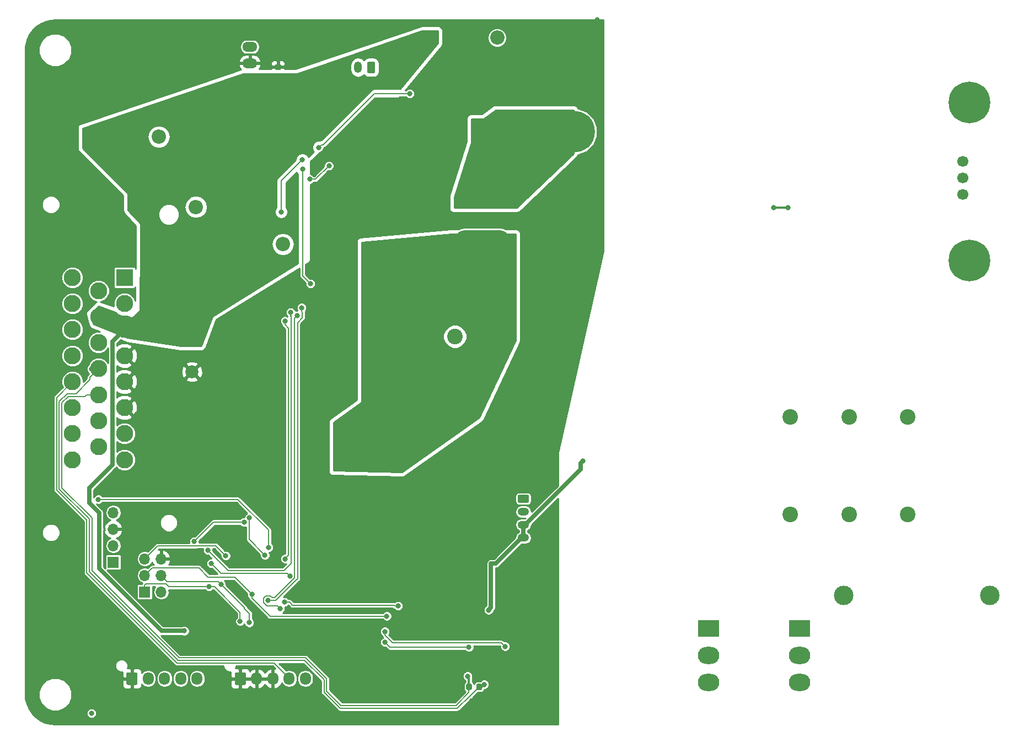
<source format=gbr>
G04 #@! TF.GenerationSoftware,KiCad,Pcbnew,(5.0.2)-1*
G04 #@! TF.CreationDate,2019-04-05T10:25:57-04:00*
G04 #@! TF.ProjectId,interface-board,696e7465-7266-4616-9365-2d626f617264,rev?*
G04 #@! TF.SameCoordinates,Original*
G04 #@! TF.FileFunction,Copper,L2,Bot*
G04 #@! TF.FilePolarity,Positive*
%FSLAX46Y46*%
G04 Gerber Fmt 4.6, Leading zero omitted, Abs format (unit mm)*
G04 Created by KiCad (PCBNEW (5.0.2)-1) date 4/5/2019 10:25:57 AM*
%MOMM*%
%LPD*%
G01*
G04 APERTURE LIST*
G04 #@! TA.AperFunction,ComponentPad*
%ADD10O,1.700000X1.950000*%
G04 #@! TD*
G04 #@! TA.AperFunction,Conductor*
%ADD11C,0.100000*%
G04 #@! TD*
G04 #@! TA.AperFunction,ComponentPad*
%ADD12C,1.700000*%
G04 #@! TD*
G04 #@! TA.AperFunction,ComponentPad*
%ADD13R,1.700000X1.700000*%
G04 #@! TD*
G04 #@! TA.AperFunction,ComponentPad*
%ADD14O,1.700000X1.700000*%
G04 #@! TD*
G04 #@! TA.AperFunction,ComponentPad*
%ADD15C,2.625000*%
G04 #@! TD*
G04 #@! TA.AperFunction,ComponentPad*
%ADD16R,2.625000X2.625000*%
G04 #@! TD*
G04 #@! TA.AperFunction,ComponentPad*
%ADD17O,1.200000X1.750000*%
G04 #@! TD*
G04 #@! TA.AperFunction,ComponentPad*
%ADD18C,1.200000*%
G04 #@! TD*
G04 #@! TA.AperFunction,ComponentPad*
%ADD19O,1.750000X1.200000*%
G04 #@! TD*
G04 #@! TA.AperFunction,ComponentPad*
%ADD20C,6.400000*%
G04 #@! TD*
G04 #@! TA.AperFunction,ComponentPad*
%ADD21C,1.699848*%
G04 #@! TD*
G04 #@! TA.AperFunction,ComponentPad*
%ADD22C,0.800000*%
G04 #@! TD*
G04 #@! TA.AperFunction,ComponentPad*
%ADD23C,2.400000*%
G04 #@! TD*
G04 #@! TA.AperFunction,ComponentPad*
%ADD24R,2.400000X2.400000*%
G04 #@! TD*
G04 #@! TA.AperFunction,ComponentPad*
%ADD25O,2.200000X2.200000*%
G04 #@! TD*
G04 #@! TA.AperFunction,ComponentPad*
%ADD26R,2.200000X2.200000*%
G04 #@! TD*
G04 #@! TA.AperFunction,SMDPad,CuDef*
%ADD27R,3.300000X3.300000*%
G04 #@! TD*
G04 #@! TA.AperFunction,SMDPad,CuDef*
%ADD28C,1.350000*%
G04 #@! TD*
G04 #@! TA.AperFunction,ComponentPad*
%ADD29O,2.300000X1.500000*%
G04 #@! TD*
G04 #@! TA.AperFunction,ComponentPad*
%ADD30R,2.300000X1.500000*%
G04 #@! TD*
G04 #@! TA.AperFunction,ComponentPad*
%ADD31C,3.000000*%
G04 #@! TD*
G04 #@! TA.AperFunction,ComponentPad*
%ADD32R,2.000000X2.000000*%
G04 #@! TD*
G04 #@! TA.AperFunction,ComponentPad*
%ADD33C,2.000000*%
G04 #@! TD*
G04 #@! TA.AperFunction,SMDPad,CuDef*
%ADD34C,0.875000*%
G04 #@! TD*
G04 #@! TA.AperFunction,ComponentPad*
%ADD35O,3.300000X2.640000*%
G04 #@! TD*
G04 #@! TA.AperFunction,ComponentPad*
%ADD36R,3.300000X2.640000*%
G04 #@! TD*
G04 #@! TA.AperFunction,ViaPad*
%ADD37C,0.800000*%
G04 #@! TD*
G04 #@! TA.AperFunction,Conductor*
%ADD38C,0.635000*%
G04 #@! TD*
G04 #@! TA.AperFunction,Conductor*
%ADD39C,0.304800*%
G04 #@! TD*
G04 #@! TA.AperFunction,Conductor*
%ADD40C,0.200000*%
G04 #@! TD*
G04 #@! TA.AperFunction,Conductor*
%ADD41C,0.203200*%
G04 #@! TD*
G04 #@! TA.AperFunction,Conductor*
%ADD42C,3.175000*%
G04 #@! TD*
G04 #@! TA.AperFunction,Conductor*
%ADD43C,0.254000*%
G04 #@! TD*
G04 APERTURE END LIST*
D10*
G04 #@! TO.P,J1,5*
G04 #@! TO.N,/Main/HECS_AN1*
X86065000Y-141594000D03*
G04 #@! TO.P,J1,4*
G04 #@! TO.N,/Main/HECS_AN2*
X83565000Y-141594000D03*
G04 #@! TO.P,J1,3*
G04 #@! TO.N,/Main/HECS_AN3*
X81065000Y-141594000D03*
G04 #@! TO.P,J1,2*
G04 #@! TO.N,+5V*
X78565000Y-141594000D03*
D11*
G04 #@! TD*
G04 #@! TO.N,GND*
G04 #@! TO.C,J1*
G36*
X76689504Y-140620204D02*
X76713773Y-140623804D01*
X76737571Y-140629765D01*
X76760671Y-140638030D01*
X76782849Y-140648520D01*
X76803893Y-140661133D01*
X76823598Y-140675747D01*
X76841777Y-140692223D01*
X76858253Y-140710402D01*
X76872867Y-140730107D01*
X76885480Y-140751151D01*
X76895970Y-140773329D01*
X76904235Y-140796429D01*
X76910196Y-140820227D01*
X76913796Y-140844496D01*
X76915000Y-140869000D01*
X76915000Y-142319000D01*
X76913796Y-142343504D01*
X76910196Y-142367773D01*
X76904235Y-142391571D01*
X76895970Y-142414671D01*
X76885480Y-142436849D01*
X76872867Y-142457893D01*
X76858253Y-142477598D01*
X76841777Y-142495777D01*
X76823598Y-142512253D01*
X76803893Y-142526867D01*
X76782849Y-142539480D01*
X76760671Y-142549970D01*
X76737571Y-142558235D01*
X76713773Y-142564196D01*
X76689504Y-142567796D01*
X76665000Y-142569000D01*
X75465000Y-142569000D01*
X75440496Y-142567796D01*
X75416227Y-142564196D01*
X75392429Y-142558235D01*
X75369329Y-142549970D01*
X75347151Y-142539480D01*
X75326107Y-142526867D01*
X75306402Y-142512253D01*
X75288223Y-142495777D01*
X75271747Y-142477598D01*
X75257133Y-142457893D01*
X75244520Y-142436849D01*
X75234030Y-142414671D01*
X75225765Y-142391571D01*
X75219804Y-142367773D01*
X75216204Y-142343504D01*
X75215000Y-142319000D01*
X75215000Y-140869000D01*
X75216204Y-140844496D01*
X75219804Y-140820227D01*
X75225765Y-140796429D01*
X75234030Y-140773329D01*
X75244520Y-140751151D01*
X75257133Y-140730107D01*
X75271747Y-140710402D01*
X75288223Y-140692223D01*
X75306402Y-140675747D01*
X75326107Y-140661133D01*
X75347151Y-140648520D01*
X75369329Y-140638030D01*
X75392429Y-140629765D01*
X75416227Y-140623804D01*
X75440496Y-140620204D01*
X75465000Y-140619000D01*
X76665000Y-140619000D01*
X76689504Y-140620204D01*
X76689504Y-140620204D01*
G37*
D12*
G04 #@! TO.P,J1,1*
G04 #@! TO.N,GND*
X76065000Y-141594000D03*
G04 #@! TD*
D10*
G04 #@! TO.P,J4,5*
G04 #@! TO.N,+12V*
X102710000Y-141605000D03*
G04 #@! TO.P,J4,4*
G04 #@! TO.N,/Main/IMD_OK*
X100210000Y-141605000D03*
G04 #@! TO.P,J4,3*
G04 #@! TO.N,GND*
X97710000Y-141605000D03*
G04 #@! TO.P,J4,2*
X95210000Y-141605000D03*
D11*
G04 #@! TD*
G04 #@! TO.N,GND*
G04 #@! TO.C,J4*
G36*
X93334504Y-140631204D02*
X93358773Y-140634804D01*
X93382571Y-140640765D01*
X93405671Y-140649030D01*
X93427849Y-140659520D01*
X93448893Y-140672133D01*
X93468598Y-140686747D01*
X93486777Y-140703223D01*
X93503253Y-140721402D01*
X93517867Y-140741107D01*
X93530480Y-140762151D01*
X93540970Y-140784329D01*
X93549235Y-140807429D01*
X93555196Y-140831227D01*
X93558796Y-140855496D01*
X93560000Y-140880000D01*
X93560000Y-142330000D01*
X93558796Y-142354504D01*
X93555196Y-142378773D01*
X93549235Y-142402571D01*
X93540970Y-142425671D01*
X93530480Y-142447849D01*
X93517867Y-142468893D01*
X93503253Y-142488598D01*
X93486777Y-142506777D01*
X93468598Y-142523253D01*
X93448893Y-142537867D01*
X93427849Y-142550480D01*
X93405671Y-142560970D01*
X93382571Y-142569235D01*
X93358773Y-142575196D01*
X93334504Y-142578796D01*
X93310000Y-142580000D01*
X92110000Y-142580000D01*
X92085496Y-142578796D01*
X92061227Y-142575196D01*
X92037429Y-142569235D01*
X92014329Y-142560970D01*
X91992151Y-142550480D01*
X91971107Y-142537867D01*
X91951402Y-142523253D01*
X91933223Y-142506777D01*
X91916747Y-142488598D01*
X91902133Y-142468893D01*
X91889520Y-142447849D01*
X91879030Y-142425671D01*
X91870765Y-142402571D01*
X91864804Y-142378773D01*
X91861204Y-142354504D01*
X91860000Y-142330000D01*
X91860000Y-140880000D01*
X91861204Y-140855496D01*
X91864804Y-140831227D01*
X91870765Y-140807429D01*
X91879030Y-140784329D01*
X91889520Y-140762151D01*
X91902133Y-140741107D01*
X91916747Y-140721402D01*
X91933223Y-140703223D01*
X91951402Y-140686747D01*
X91971107Y-140672133D01*
X91992151Y-140659520D01*
X92014329Y-140649030D01*
X92037429Y-140640765D01*
X92061227Y-140634804D01*
X92085496Y-140631204D01*
X92110000Y-140630000D01*
X93310000Y-140630000D01*
X93334504Y-140631204D01*
X93334504Y-140631204D01*
G37*
D12*
G04 #@! TO.P,J4,1*
G04 #@! TO.N,GND*
X92710000Y-141605000D03*
G04 #@! TD*
D13*
G04 #@! TO.P,J15,1*
G04 #@! TO.N,/Main/sheet5C830476/MISO*
X78027000Y-128278000D03*
D14*
G04 #@! TO.P,J15,2*
G04 #@! TO.N,+5V*
X80567000Y-128278000D03*
G04 #@! TO.P,J15,3*
G04 #@! TO.N,/Main/sheet5C830476/SCK*
X78027000Y-125738000D03*
G04 #@! TO.P,J15,4*
G04 #@! TO.N,/Main/sheet5C830476/MOSI*
X80567000Y-125738000D03*
G04 #@! TO.P,J15,5*
G04 #@! TO.N,/Main/sheet5C830476/RESET*
X78027000Y-123198000D03*
G04 #@! TO.P,J15,6*
G04 #@! TO.N,GND*
X80567000Y-123198000D03*
G04 #@! TD*
D15*
G04 #@! TO.P,J16,23*
G04 #@! TO.N,/Main/SHDN_LOOP_OUT*
X66930000Y-107950000D03*
G04 #@! TO.P,J16,22*
G04 #@! TO.N,+5V*
X66930000Y-103950000D03*
G04 #@! TO.P,J16,21*
G04 #@! TO.N,/Main/TEMP_1*
X66930000Y-99950000D03*
G04 #@! TO.P,J16,20*
G04 #@! TO.N,/Main/IMD_OK*
X66930000Y-95950000D03*
G04 #@! TO.P,J16,19*
G04 #@! TO.N,/Main/HECS_AN1*
X66930000Y-91950000D03*
G04 #@! TO.P,J16,18*
G04 #@! TO.N,/Main/HECS_AN2*
X66930000Y-87950000D03*
G04 #@! TO.P,J16,17*
G04 #@! TO.N,/Main/HECS_AN3*
X66930000Y-83950000D03*
G04 #@! TO.P,J16,16*
G04 #@! TO.N,N/C*
X66930000Y-79950000D03*
G04 #@! TO.P,J16,15*
G04 #@! TO.N,/Main/SHDN_LOOP_OUT*
X70930000Y-105950000D03*
G04 #@! TO.P,J16,14*
X70930000Y-101950000D03*
G04 #@! TO.P,J16,13*
G04 #@! TO.N,/Main/CAN+*
X70930000Y-97950000D03*
G04 #@! TO.P,J16,12*
G04 #@! TO.N,/Main/CAN-*
X70930000Y-93950000D03*
G04 #@! TO.P,J16,11*
G04 #@! TO.N,N/C*
X70930000Y-89950000D03*
G04 #@! TO.P,J16,10*
G04 #@! TO.N,+12V*
X70930000Y-85950000D03*
G04 #@! TO.P,J16,9*
G04 #@! TO.N,/Main/FANOUT2*
X70930000Y-81950000D03*
G04 #@! TO.P,J16,8*
G04 #@! TO.N,/Main/SHDN_LOOP_OUT*
X74930000Y-107950000D03*
G04 #@! TO.P,J16,7*
X74930000Y-103950000D03*
G04 #@! TO.P,J16,6*
G04 #@! TO.N,GND*
X74930000Y-99950000D03*
G04 #@! TO.P,J16,5*
X74930000Y-95950000D03*
G04 #@! TO.P,J16,4*
X74930000Y-91950000D03*
G04 #@! TO.P,J16,3*
G04 #@! TO.N,+12V*
X74930000Y-87950000D03*
G04 #@! TO.P,J16,2*
G04 #@! TO.N,/Main/FANOUT3*
X74930000Y-83950000D03*
D16*
G04 #@! TO.P,J16,1*
G04 #@! TO.N,/Main/FANOUT1*
X74930000Y-79950000D03*
G04 #@! TD*
D17*
G04 #@! TO.P,J2,4*
G04 #@! TO.N,+12V*
X106801691Y-47650691D03*
G04 #@! TO.P,J2,3*
X108801691Y-47650691D03*
G04 #@! TO.P,J2,2*
G04 #@! TO.N,/Main/FANOUT0*
X110801691Y-47650691D03*
D11*
G04 #@! TD*
G04 #@! TO.N,/Main/FANOUT0*
G04 #@! TO.C,J2*
G36*
X113176196Y-46776895D02*
X113200464Y-46780495D01*
X113224263Y-46786456D01*
X113247362Y-46794721D01*
X113269541Y-46805211D01*
X113290584Y-46817823D01*
X113310290Y-46832438D01*
X113328468Y-46848914D01*
X113344944Y-46867092D01*
X113359559Y-46886798D01*
X113372171Y-46907841D01*
X113382661Y-46930020D01*
X113390926Y-46953119D01*
X113396887Y-46976918D01*
X113400487Y-47001186D01*
X113401691Y-47025690D01*
X113401691Y-48275692D01*
X113400487Y-48300196D01*
X113396887Y-48324464D01*
X113390926Y-48348263D01*
X113382661Y-48371362D01*
X113372171Y-48393541D01*
X113359559Y-48414584D01*
X113344944Y-48434290D01*
X113328468Y-48452468D01*
X113310290Y-48468944D01*
X113290584Y-48483559D01*
X113269541Y-48496171D01*
X113247362Y-48506661D01*
X113224263Y-48514926D01*
X113200464Y-48520887D01*
X113176196Y-48524487D01*
X113151692Y-48525691D01*
X112451690Y-48525691D01*
X112427186Y-48524487D01*
X112402918Y-48520887D01*
X112379119Y-48514926D01*
X112356020Y-48506661D01*
X112333841Y-48496171D01*
X112312798Y-48483559D01*
X112293092Y-48468944D01*
X112274914Y-48452468D01*
X112258438Y-48434290D01*
X112243823Y-48414584D01*
X112231211Y-48393541D01*
X112220721Y-48371362D01*
X112212456Y-48348263D01*
X112206495Y-48324464D01*
X112202895Y-48300196D01*
X112201691Y-48275692D01*
X112201691Y-47025690D01*
X112202895Y-47001186D01*
X112206495Y-46976918D01*
X112212456Y-46953119D01*
X112220721Y-46930020D01*
X112231211Y-46907841D01*
X112243823Y-46886798D01*
X112258438Y-46867092D01*
X112274914Y-46848914D01*
X112293092Y-46832438D01*
X112312798Y-46817823D01*
X112333841Y-46805211D01*
X112356020Y-46794721D01*
X112379119Y-46786456D01*
X112402918Y-46780495D01*
X112427186Y-46776895D01*
X112451690Y-46775691D01*
X113151692Y-46775691D01*
X113176196Y-46776895D01*
X113176196Y-46776895D01*
G37*
D18*
G04 #@! TO.P,J2,1*
G04 #@! TO.N,/Main/FANOUT0*
X112801691Y-47650691D03*
G04 #@! TD*
D19*
G04 #@! TO.P,J3,4*
G04 #@! TO.N,+5V*
X136169691Y-119944691D03*
G04 #@! TO.P,J3,3*
X136169691Y-117944691D03*
G04 #@! TO.P,J3,2*
G04 #@! TO.N,/Main/TEMP_1*
X136169691Y-115944691D03*
D11*
G04 #@! TD*
G04 #@! TO.N,/Main/TEMP_2*
G04 #@! TO.C,J3*
G36*
X136819196Y-113345895D02*
X136843464Y-113349495D01*
X136867263Y-113355456D01*
X136890362Y-113363721D01*
X136912541Y-113374211D01*
X136933584Y-113386823D01*
X136953290Y-113401438D01*
X136971468Y-113417914D01*
X136987944Y-113436092D01*
X137002559Y-113455798D01*
X137015171Y-113476841D01*
X137025661Y-113499020D01*
X137033926Y-113522119D01*
X137039887Y-113545918D01*
X137043487Y-113570186D01*
X137044691Y-113594690D01*
X137044691Y-114294692D01*
X137043487Y-114319196D01*
X137039887Y-114343464D01*
X137033926Y-114367263D01*
X137025661Y-114390362D01*
X137015171Y-114412541D01*
X137002559Y-114433584D01*
X136987944Y-114453290D01*
X136971468Y-114471468D01*
X136953290Y-114487944D01*
X136933584Y-114502559D01*
X136912541Y-114515171D01*
X136890362Y-114525661D01*
X136867263Y-114533926D01*
X136843464Y-114539887D01*
X136819196Y-114543487D01*
X136794692Y-114544691D01*
X135544690Y-114544691D01*
X135520186Y-114543487D01*
X135495918Y-114539887D01*
X135472119Y-114533926D01*
X135449020Y-114525661D01*
X135426841Y-114515171D01*
X135405798Y-114502559D01*
X135386092Y-114487944D01*
X135367914Y-114471468D01*
X135351438Y-114453290D01*
X135336823Y-114433584D01*
X135324211Y-114412541D01*
X135313721Y-114390362D01*
X135305456Y-114367263D01*
X135299495Y-114343464D01*
X135295895Y-114319196D01*
X135294691Y-114294692D01*
X135294691Y-113594690D01*
X135295895Y-113570186D01*
X135299495Y-113545918D01*
X135305456Y-113522119D01*
X135313721Y-113499020D01*
X135324211Y-113476841D01*
X135336823Y-113455798D01*
X135351438Y-113436092D01*
X135367914Y-113417914D01*
X135386092Y-113401438D01*
X135405798Y-113386823D01*
X135426841Y-113374211D01*
X135449020Y-113363721D01*
X135472119Y-113355456D01*
X135495918Y-113349495D01*
X135520186Y-113345895D01*
X135544690Y-113344691D01*
X136794692Y-113344691D01*
X136819196Y-113345895D01*
X136819196Y-113345895D01*
G37*
D18*
G04 #@! TO.P,J3,1*
G04 #@! TO.N,/Main/TEMP_2*
X136169691Y-113944691D03*
G04 #@! TD*
D20*
G04 #@! TO.P,U5,1*
G04 #@! TO.N,Net-(C10-Pad1)*
X204664000Y-53071000D03*
G04 #@! TO.P,U5,5*
G04 #@! TO.N,/Main/HV-*
X204618280Y-77328000D03*
G04 #@! TO.P,U5,8*
G04 #@! TO.N,GND*
X143958000Y-73010000D03*
G04 #@! TO.P,U5,9*
G04 #@! TO.N,Net-(C2-Pad1)*
X143958000Y-57516000D03*
D21*
G04 #@! TO.P,U5,2*
G04 #@! TO.N,/Main/sheet5C830478/TRIM_HV*
X203648000Y-62088000D03*
G04 #@! TO.P,U5,3*
G04 #@! TO.N,/Main/sheet5C830478/EN_HV*
X203648000Y-64628000D03*
G04 #@! TO.P,U5,4*
G04 #@! TO.N,/Main/sheet5C830478/FAULT_HV*
X203648000Y-67168000D03*
D22*
G04 #@! TO.P,U5,1*
G04 #@! TO.N,Net-(C10-Pad1)*
X204664000Y-50658000D03*
X206370249Y-51364751D03*
X207077000Y-53071000D03*
X206370249Y-54777249D03*
X204664000Y-55484000D03*
X202957751Y-54777249D03*
X202251000Y-53071000D03*
X202957751Y-51364751D03*
G04 #@! TO.P,U5,5*
G04 #@! TO.N,/Main/HV-*
X204664000Y-74915000D03*
X206356858Y-75654080D03*
X207031280Y-77373720D03*
X206292200Y-79066578D03*
X204572560Y-79741000D03*
X202879702Y-79001920D03*
X202205280Y-77282280D03*
X202944360Y-75589422D03*
G04 #@! TO.P,U5,9*
G04 #@! TO.N,Net-(C2-Pad1)*
X143958000Y-55103000D03*
X145664249Y-55809751D03*
X146371000Y-57516000D03*
X145664249Y-59222249D03*
X143958000Y-59929000D03*
X142251751Y-59222249D03*
X141545000Y-57516000D03*
X142251751Y-55809751D03*
G04 #@! TO.P,U5,8*
G04 #@! TO.N,GND*
X143958000Y-70597000D03*
X145664249Y-71303751D03*
X146371000Y-73010000D03*
X145664249Y-74716249D03*
X143958000Y-75423000D03*
X142251751Y-74716249D03*
X141545000Y-73010000D03*
X142251751Y-71303751D03*
G04 #@! TD*
D14*
G04 #@! TO.P,J11,4*
G04 #@! TO.N,+5V*
X73201000Y-116086000D03*
G04 #@! TO.P,J11,3*
G04 #@! TO.N,GND*
X73201000Y-118626000D03*
G04 #@! TO.P,J11,2*
G04 #@! TO.N,/Main/UART_TX*
X73201000Y-121166000D03*
D13*
G04 #@! TO.P,J11,1*
G04 #@! TO.N,/Main/UART_RX*
X73201000Y-123706000D03*
G04 #@! TD*
D23*
G04 #@! TO.P,C9,2*
G04 #@! TO.N,/Main/HV-*
X177180000Y-101349000D03*
G04 #@! TO.P,C9,1*
G04 #@! TO.N,Net-(C10-Pad1)*
X177180000Y-116349000D03*
G04 #@! TD*
G04 #@! TO.P,C10,2*
G04 #@! TO.N,/Main/HV-*
X186180000Y-101349000D03*
G04 #@! TO.P,C10,1*
G04 #@! TO.N,Net-(C10-Pad1)*
X186180000Y-116349000D03*
G04 #@! TD*
G04 #@! TO.P,C11,2*
G04 #@! TO.N,/Main/HV-*
X195180000Y-101349000D03*
G04 #@! TO.P,C11,1*
G04 #@! TO.N,Net-(C10-Pad1)*
X195180000Y-116349000D03*
G04 #@! TD*
G04 #@! TO.P,C13,2*
G04 #@! TO.N,GND*
X112462000Y-68431000D03*
D24*
G04 #@! TO.P,C13,1*
G04 #@! TO.N,/Main/sheet5C830478/12V_OUT*
X112462000Y-75931000D03*
G04 #@! TD*
D23*
G04 #@! TO.P,C14,2*
G04 #@! TO.N,GND*
X125670000Y-89019000D03*
D24*
G04 #@! TO.P,C14,1*
G04 #@! TO.N,/Main/sheet5C830478/12V_OUT*
X125670000Y-81519000D03*
G04 #@! TD*
D25*
G04 #@! TO.P,D3,2*
G04 #@! TO.N,/Main/FANOUT0*
X132148000Y-43079000D03*
D26*
G04 #@! TO.P,D3,1*
G04 #@! TO.N,+12V*
X121988000Y-43079000D03*
G04 #@! TD*
D25*
G04 #@! TO.P,D4,2*
G04 #@! TO.N,/Main/FANOUT2*
X80205000Y-58319000D03*
D26*
G04 #@! TO.P,D4,1*
G04 #@! TO.N,+12V*
X70045000Y-58319000D03*
G04 #@! TD*
D25*
G04 #@! TO.P,D5,2*
G04 #@! TO.N,/Main/FANOUT1*
X85901000Y-69096000D03*
D26*
G04 #@! TO.P,D5,1*
G04 #@! TO.N,+12V*
X85901000Y-79256000D03*
G04 #@! TD*
D25*
G04 #@! TO.P,D6,2*
G04 #@! TO.N,/Main/FANOUT3*
X99255000Y-74829000D03*
D26*
G04 #@! TO.P,D6,1*
G04 #@! TO.N,+12V*
X89095000Y-74829000D03*
G04 #@! TD*
D27*
G04 #@! TO.P,L2,2*
G04 #@! TO.N,/Main/sheet5C830478/12V_OUT*
X133290000Y-75040000D03*
G04 #@! TO.P,L2,1*
G04 #@! TO.N,Net-(C2-Pad1)*
X133290000Y-67170000D03*
G04 #@! TD*
D11*
G04 #@! TO.N,Net-(C2-Pad1)*
G04 #@! TO.C,R23*
G36*
X128643505Y-67785204D02*
X128667773Y-67788804D01*
X128691572Y-67794765D01*
X128714671Y-67803030D01*
X128736850Y-67813520D01*
X128757893Y-67826132D01*
X128777599Y-67840747D01*
X128795777Y-67857223D01*
X128812253Y-67875401D01*
X128826868Y-67895107D01*
X128839480Y-67916150D01*
X128849970Y-67938329D01*
X128858235Y-67961428D01*
X128864196Y-67985227D01*
X128867796Y-68009495D01*
X128869000Y-68033999D01*
X128869000Y-68884001D01*
X128867796Y-68908505D01*
X128864196Y-68932773D01*
X128858235Y-68956572D01*
X128849970Y-68979671D01*
X128839480Y-69001850D01*
X128826868Y-69022893D01*
X128812253Y-69042599D01*
X128795777Y-69060777D01*
X128777599Y-69077253D01*
X128757893Y-69091868D01*
X128736850Y-69104480D01*
X128714671Y-69114970D01*
X128691572Y-69123235D01*
X128667773Y-69129196D01*
X128643505Y-69132796D01*
X128619001Y-69134000D01*
X125768999Y-69134000D01*
X125744495Y-69132796D01*
X125720227Y-69129196D01*
X125696428Y-69123235D01*
X125673329Y-69114970D01*
X125651150Y-69104480D01*
X125630107Y-69091868D01*
X125610401Y-69077253D01*
X125592223Y-69060777D01*
X125575747Y-69042599D01*
X125561132Y-69022893D01*
X125548520Y-69001850D01*
X125538030Y-68979671D01*
X125529765Y-68956572D01*
X125523804Y-68932773D01*
X125520204Y-68908505D01*
X125519000Y-68884001D01*
X125519000Y-68033999D01*
X125520204Y-68009495D01*
X125523804Y-67985227D01*
X125529765Y-67961428D01*
X125538030Y-67938329D01*
X125548520Y-67916150D01*
X125561132Y-67895107D01*
X125575747Y-67875401D01*
X125592223Y-67857223D01*
X125610401Y-67840747D01*
X125630107Y-67826132D01*
X125651150Y-67813520D01*
X125673329Y-67803030D01*
X125696428Y-67794765D01*
X125720227Y-67788804D01*
X125744495Y-67785204D01*
X125768999Y-67784000D01*
X128619001Y-67784000D01*
X128643505Y-67785204D01*
X128643505Y-67785204D01*
G37*
D28*
G04 #@! TD*
G04 #@! TO.P,R23,2*
G04 #@! TO.N,Net-(C2-Pad1)*
X127194000Y-68459000D03*
D11*
G04 #@! TO.N,/Main/sheet5C830478/12V_OUT*
G04 #@! TO.C,R23*
G36*
X128643505Y-73585204D02*
X128667773Y-73588804D01*
X128691572Y-73594765D01*
X128714671Y-73603030D01*
X128736850Y-73613520D01*
X128757893Y-73626132D01*
X128777599Y-73640747D01*
X128795777Y-73657223D01*
X128812253Y-73675401D01*
X128826868Y-73695107D01*
X128839480Y-73716150D01*
X128849970Y-73738329D01*
X128858235Y-73761428D01*
X128864196Y-73785227D01*
X128867796Y-73809495D01*
X128869000Y-73833999D01*
X128869000Y-74684001D01*
X128867796Y-74708505D01*
X128864196Y-74732773D01*
X128858235Y-74756572D01*
X128849970Y-74779671D01*
X128839480Y-74801850D01*
X128826868Y-74822893D01*
X128812253Y-74842599D01*
X128795777Y-74860777D01*
X128777599Y-74877253D01*
X128757893Y-74891868D01*
X128736850Y-74904480D01*
X128714671Y-74914970D01*
X128691572Y-74923235D01*
X128667773Y-74929196D01*
X128643505Y-74932796D01*
X128619001Y-74934000D01*
X125768999Y-74934000D01*
X125744495Y-74932796D01*
X125720227Y-74929196D01*
X125696428Y-74923235D01*
X125673329Y-74914970D01*
X125651150Y-74904480D01*
X125630107Y-74891868D01*
X125610401Y-74877253D01*
X125592223Y-74860777D01*
X125575747Y-74842599D01*
X125561132Y-74822893D01*
X125548520Y-74801850D01*
X125538030Y-74779671D01*
X125529765Y-74756572D01*
X125523804Y-74732773D01*
X125520204Y-74708505D01*
X125519000Y-74684001D01*
X125519000Y-73833999D01*
X125520204Y-73809495D01*
X125523804Y-73785227D01*
X125529765Y-73761428D01*
X125538030Y-73738329D01*
X125548520Y-73716150D01*
X125561132Y-73695107D01*
X125575747Y-73675401D01*
X125592223Y-73657223D01*
X125610401Y-73640747D01*
X125630107Y-73626132D01*
X125651150Y-73613520D01*
X125673329Y-73603030D01*
X125696428Y-73594765D01*
X125720227Y-73588804D01*
X125744495Y-73585204D01*
X125768999Y-73584000D01*
X128619001Y-73584000D01*
X128643505Y-73585204D01*
X128643505Y-73585204D01*
G37*
D28*
G04 #@! TD*
G04 #@! TO.P,R23,1*
G04 #@! TO.N,/Main/sheet5C830478/12V_OUT*
X127194000Y-74259000D03*
D29*
G04 #@! TO.P,U7,3*
G04 #@! TO.N,+5V*
X94175000Y-44476000D03*
G04 #@! TO.P,U7,2*
G04 #@! TO.N,GND*
X94175000Y-47016000D03*
D30*
G04 #@! TO.P,U7,1*
G04 #@! TO.N,+12V*
X94175000Y-49556000D03*
G04 #@! TD*
D31*
G04 #@! TO.P,F1,2*
G04 #@! TO.N,/Main/HV+*
X185321000Y-128786000D03*
G04 #@! TO.P,F1,1*
G04 #@! TO.N,/Main/sheet5C830478/HV+*
X207821000Y-128786000D03*
G04 #@! TD*
D32*
G04 #@! TO.P,C1,1*
G04 #@! TO.N,+12V*
X85285000Y-89434000D03*
D33*
G04 #@! TO.P,C1,2*
G04 #@! TO.N,GND*
X85285000Y-94434000D03*
G04 #@! TD*
D24*
G04 #@! TO.P,C2,1*
G04 #@! TO.N,Net-(C2-Pad1)*
X129480000Y-56881000D03*
D23*
G04 #@! TO.P,C2,2*
G04 #@! TO.N,GND*
X121980000Y-56881000D03*
G04 #@! TD*
D11*
G04 #@! TO.N,GND*
G04 #@! TO.C,C5*
G36*
X98769691Y-47148053D02*
X98790926Y-47151203D01*
X98811750Y-47156419D01*
X98831962Y-47163651D01*
X98851368Y-47172830D01*
X98869781Y-47183866D01*
X98887024Y-47196654D01*
X98902930Y-47211070D01*
X98917346Y-47226976D01*
X98930134Y-47244219D01*
X98941170Y-47262632D01*
X98950349Y-47282038D01*
X98957581Y-47302250D01*
X98962797Y-47323074D01*
X98965947Y-47344309D01*
X98967000Y-47365750D01*
X98967000Y-47803250D01*
X98965947Y-47824691D01*
X98962797Y-47845926D01*
X98957581Y-47866750D01*
X98950349Y-47886962D01*
X98941170Y-47906368D01*
X98930134Y-47924781D01*
X98917346Y-47942024D01*
X98902930Y-47957930D01*
X98887024Y-47972346D01*
X98869781Y-47985134D01*
X98851368Y-47996170D01*
X98831962Y-48005349D01*
X98811750Y-48012581D01*
X98790926Y-48017797D01*
X98769691Y-48020947D01*
X98748250Y-48022000D01*
X98235750Y-48022000D01*
X98214309Y-48020947D01*
X98193074Y-48017797D01*
X98172250Y-48012581D01*
X98152038Y-48005349D01*
X98132632Y-47996170D01*
X98114219Y-47985134D01*
X98096976Y-47972346D01*
X98081070Y-47957930D01*
X98066654Y-47942024D01*
X98053866Y-47924781D01*
X98042830Y-47906368D01*
X98033651Y-47886962D01*
X98026419Y-47866750D01*
X98021203Y-47845926D01*
X98018053Y-47824691D01*
X98017000Y-47803250D01*
X98017000Y-47365750D01*
X98018053Y-47344309D01*
X98021203Y-47323074D01*
X98026419Y-47302250D01*
X98033651Y-47282038D01*
X98042830Y-47262632D01*
X98053866Y-47244219D01*
X98066654Y-47226976D01*
X98081070Y-47211070D01*
X98096976Y-47196654D01*
X98114219Y-47183866D01*
X98132632Y-47172830D01*
X98152038Y-47163651D01*
X98172250Y-47156419D01*
X98193074Y-47151203D01*
X98214309Y-47148053D01*
X98235750Y-47147000D01*
X98748250Y-47147000D01*
X98769691Y-47148053D01*
X98769691Y-47148053D01*
G37*
D34*
G04 #@! TD*
G04 #@! TO.P,C5,2*
G04 #@! TO.N,GND*
X98492000Y-47584500D03*
D11*
G04 #@! TO.N,+12V*
G04 #@! TO.C,C5*
G36*
X98769691Y-48723053D02*
X98790926Y-48726203D01*
X98811750Y-48731419D01*
X98831962Y-48738651D01*
X98851368Y-48747830D01*
X98869781Y-48758866D01*
X98887024Y-48771654D01*
X98902930Y-48786070D01*
X98917346Y-48801976D01*
X98930134Y-48819219D01*
X98941170Y-48837632D01*
X98950349Y-48857038D01*
X98957581Y-48877250D01*
X98962797Y-48898074D01*
X98965947Y-48919309D01*
X98967000Y-48940750D01*
X98967000Y-49378250D01*
X98965947Y-49399691D01*
X98962797Y-49420926D01*
X98957581Y-49441750D01*
X98950349Y-49461962D01*
X98941170Y-49481368D01*
X98930134Y-49499781D01*
X98917346Y-49517024D01*
X98902930Y-49532930D01*
X98887024Y-49547346D01*
X98869781Y-49560134D01*
X98851368Y-49571170D01*
X98831962Y-49580349D01*
X98811750Y-49587581D01*
X98790926Y-49592797D01*
X98769691Y-49595947D01*
X98748250Y-49597000D01*
X98235750Y-49597000D01*
X98214309Y-49595947D01*
X98193074Y-49592797D01*
X98172250Y-49587581D01*
X98152038Y-49580349D01*
X98132632Y-49571170D01*
X98114219Y-49560134D01*
X98096976Y-49547346D01*
X98081070Y-49532930D01*
X98066654Y-49517024D01*
X98053866Y-49499781D01*
X98042830Y-49481368D01*
X98033651Y-49461962D01*
X98026419Y-49441750D01*
X98021203Y-49420926D01*
X98018053Y-49399691D01*
X98017000Y-49378250D01*
X98017000Y-48940750D01*
X98018053Y-48919309D01*
X98021203Y-48898074D01*
X98026419Y-48877250D01*
X98033651Y-48857038D01*
X98042830Y-48837632D01*
X98053866Y-48819219D01*
X98066654Y-48801976D01*
X98081070Y-48786070D01*
X98096976Y-48771654D01*
X98114219Y-48758866D01*
X98132632Y-48747830D01*
X98152038Y-48738651D01*
X98172250Y-48731419D01*
X98193074Y-48726203D01*
X98214309Y-48723053D01*
X98235750Y-48722000D01*
X98748250Y-48722000D01*
X98769691Y-48723053D01*
X98769691Y-48723053D01*
G37*
D34*
G04 #@! TD*
G04 #@! TO.P,C5,1*
G04 #@! TO.N,+12V*
X98492000Y-49159500D03*
D35*
G04 #@! TO.P,J7,3*
G04 #@! TO.N,/Main/HV-*
X164641000Y-142146000D03*
G04 #@! TO.P,J7,2*
X164641000Y-138006000D03*
D36*
G04 #@! TO.P,J7,1*
X164641000Y-133866000D03*
G04 #@! TD*
G04 #@! TO.P,J8,1*
G04 #@! TO.N,/Main/HV+*
X178611000Y-133866000D03*
D35*
G04 #@! TO.P,J8,2*
X178611000Y-138006000D03*
G04 #@! TO.P,J8,3*
X178611000Y-142146000D03*
G04 #@! TD*
D11*
G04 #@! TO.N,/Main/CAN-*
G04 #@! TO.C,R1*
G36*
X129632691Y-142390053D02*
X129653926Y-142393203D01*
X129674750Y-142398419D01*
X129694962Y-142405651D01*
X129714368Y-142414830D01*
X129732781Y-142425866D01*
X129750024Y-142438654D01*
X129765930Y-142453070D01*
X129780346Y-142468976D01*
X129793134Y-142486219D01*
X129804170Y-142504632D01*
X129813349Y-142524038D01*
X129820581Y-142544250D01*
X129825797Y-142565074D01*
X129828947Y-142586309D01*
X129830000Y-142607750D01*
X129830000Y-143120250D01*
X129828947Y-143141691D01*
X129825797Y-143162926D01*
X129820581Y-143183750D01*
X129813349Y-143203962D01*
X129804170Y-143223368D01*
X129793134Y-143241781D01*
X129780346Y-143259024D01*
X129765930Y-143274930D01*
X129750024Y-143289346D01*
X129732781Y-143302134D01*
X129714368Y-143313170D01*
X129694962Y-143322349D01*
X129674750Y-143329581D01*
X129653926Y-143334797D01*
X129632691Y-143337947D01*
X129611250Y-143339000D01*
X129173750Y-143339000D01*
X129152309Y-143337947D01*
X129131074Y-143334797D01*
X129110250Y-143329581D01*
X129090038Y-143322349D01*
X129070632Y-143313170D01*
X129052219Y-143302134D01*
X129034976Y-143289346D01*
X129019070Y-143274930D01*
X129004654Y-143259024D01*
X128991866Y-143241781D01*
X128980830Y-143223368D01*
X128971651Y-143203962D01*
X128964419Y-143183750D01*
X128959203Y-143162926D01*
X128956053Y-143141691D01*
X128955000Y-143120250D01*
X128955000Y-142607750D01*
X128956053Y-142586309D01*
X128959203Y-142565074D01*
X128964419Y-142544250D01*
X128971651Y-142524038D01*
X128980830Y-142504632D01*
X128991866Y-142486219D01*
X129004654Y-142468976D01*
X129019070Y-142453070D01*
X129034976Y-142438654D01*
X129052219Y-142425866D01*
X129070632Y-142414830D01*
X129090038Y-142405651D01*
X129110250Y-142398419D01*
X129131074Y-142393203D01*
X129152309Y-142390053D01*
X129173750Y-142389000D01*
X129611250Y-142389000D01*
X129632691Y-142390053D01*
X129632691Y-142390053D01*
G37*
D34*
G04 #@! TD*
G04 #@! TO.P,R1,2*
G04 #@! TO.N,/Main/CAN-*
X129392500Y-142864000D03*
D11*
G04 #@! TO.N,/Main/CAN+*
G04 #@! TO.C,R1*
G36*
X128057691Y-142390053D02*
X128078926Y-142393203D01*
X128099750Y-142398419D01*
X128119962Y-142405651D01*
X128139368Y-142414830D01*
X128157781Y-142425866D01*
X128175024Y-142438654D01*
X128190930Y-142453070D01*
X128205346Y-142468976D01*
X128218134Y-142486219D01*
X128229170Y-142504632D01*
X128238349Y-142524038D01*
X128245581Y-142544250D01*
X128250797Y-142565074D01*
X128253947Y-142586309D01*
X128255000Y-142607750D01*
X128255000Y-143120250D01*
X128253947Y-143141691D01*
X128250797Y-143162926D01*
X128245581Y-143183750D01*
X128238349Y-143203962D01*
X128229170Y-143223368D01*
X128218134Y-143241781D01*
X128205346Y-143259024D01*
X128190930Y-143274930D01*
X128175024Y-143289346D01*
X128157781Y-143302134D01*
X128139368Y-143313170D01*
X128119962Y-143322349D01*
X128099750Y-143329581D01*
X128078926Y-143334797D01*
X128057691Y-143337947D01*
X128036250Y-143339000D01*
X127598750Y-143339000D01*
X127577309Y-143337947D01*
X127556074Y-143334797D01*
X127535250Y-143329581D01*
X127515038Y-143322349D01*
X127495632Y-143313170D01*
X127477219Y-143302134D01*
X127459976Y-143289346D01*
X127444070Y-143274930D01*
X127429654Y-143259024D01*
X127416866Y-143241781D01*
X127405830Y-143223368D01*
X127396651Y-143203962D01*
X127389419Y-143183750D01*
X127384203Y-143162926D01*
X127381053Y-143141691D01*
X127380000Y-143120250D01*
X127380000Y-142607750D01*
X127381053Y-142586309D01*
X127384203Y-142565074D01*
X127389419Y-142544250D01*
X127396651Y-142524038D01*
X127405830Y-142504632D01*
X127416866Y-142486219D01*
X127429654Y-142468976D01*
X127444070Y-142453070D01*
X127459976Y-142438654D01*
X127477219Y-142425866D01*
X127495632Y-142414830D01*
X127515038Y-142405651D01*
X127535250Y-142398419D01*
X127556074Y-142393203D01*
X127577309Y-142390053D01*
X127598750Y-142389000D01*
X128036250Y-142389000D01*
X128057691Y-142390053D01*
X128057691Y-142390053D01*
G37*
D34*
G04 #@! TD*
G04 #@! TO.P,R1,1*
G04 #@! TO.N,/Main/CAN+*
X127817500Y-142864000D03*
D37*
G04 #@! TO.N,GND*
X97790000Y-123444000D03*
X92075000Y-122809000D03*
X105156000Y-138557000D03*
G04 #@! TO.N,*
X69850000Y-146939000D03*
G04 #@! TO.N,+12V*
X84124800Y-134264400D03*
G04 #@! TO.N,GND*
X87630000Y-135509000D03*
X115873000Y-119896000D03*
X147514000Y-40371000D03*
X147514000Y-45705000D03*
X147768000Y-52309000D03*
X142688000Y-49007000D03*
X138370000Y-42911000D03*
X135068000Y-50023000D03*
X130605000Y-113673000D03*
X109601000Y-121412000D03*
X115189000Y-114300000D03*
X128524000Y-120650000D03*
X139700000Y-147320000D03*
X139700000Y-142240000D03*
X139700000Y-137160000D03*
X139700000Y-132080000D03*
X139700000Y-127000000D03*
X139700000Y-116840000D03*
X139700000Y-109220000D03*
X140970000Y-103505000D03*
X142875000Y-97155000D03*
X144780000Y-89535000D03*
X146050000Y-83185000D03*
X142670000Y-78621000D03*
X141146000Y-83066000D03*
X139065000Y-87765000D03*
X138860000Y-94369000D03*
X135558000Y-91702000D03*
X136955000Y-99703000D03*
X131367000Y-101608000D03*
X136525000Y-105410000D03*
X133526000Y-96528000D03*
X136701000Y-81415000D03*
X136525000Y-76835000D03*
X137160000Y-71120000D03*
X132080000Y-71120000D03*
X126365000Y-71120000D03*
X118745000Y-71755000D03*
X111760000Y-72390000D03*
X109220000Y-78105000D03*
X109220000Y-84455000D03*
X109855000Y-91440000D03*
X131621000Y-107323000D03*
X125398000Y-106815000D03*
X124636000Y-112403000D03*
X121920000Y-117475000D03*
X120015000Y-110490000D03*
X102870000Y-100965000D03*
X102870000Y-96520000D03*
X102870000Y-92075000D03*
X102870000Y-88265000D03*
X106045000Y-98425000D03*
X106045000Y-93980000D03*
X106045000Y-88265000D03*
X98425000Y-100965000D03*
X98425000Y-96520000D03*
X98425000Y-92075000D03*
X98425000Y-88265000D03*
X90805000Y-100965000D03*
X83185000Y-100965000D03*
X76835000Y-100965000D03*
G04 #@! TO.N,/Main/CAN-*
X69850000Y-93980000D03*
G04 #@! TO.N,GND*
X81915000Y-93980000D03*
X88900000Y-93980000D03*
X89535000Y-88900000D03*
X93345000Y-86360000D03*
X86360000Y-97790000D03*
X93345000Y-93980000D03*
X71755000Y-40640000D03*
X85090000Y-40640000D03*
X99060000Y-40640000D03*
X112395000Y-40640000D03*
X123825000Y-40640000D03*
X80645000Y-48895000D03*
X66040000Y-64135000D03*
X147955000Y-62865000D03*
X147955000Y-68580000D03*
X143305000Y-64778000D03*
X147320000Y-76835000D03*
X139700000Y-74295000D03*
X140335000Y-69215000D03*
X101346000Y-129286000D03*
X103124000Y-127254000D03*
X105410000Y-124714000D03*
X110490000Y-124714000D03*
X107950000Y-129286000D03*
X120650000Y-124968000D03*
X114808000Y-127762000D03*
X128778000Y-124714000D03*
X127000000Y-132080000D03*
X119634000Y-134366000D03*
X132842000Y-125476000D03*
X125730000Y-147828000D03*
X88392000Y-147574000D03*
X92964000Y-146050000D03*
X104902000Y-145796000D03*
X78486000Y-146304000D03*
X74422000Y-137414000D03*
X130048000Y-53848000D03*
X126746000Y-59182000D03*
X124968000Y-64770000D03*
X123444000Y-69088000D03*
X115570000Y-64008000D03*
X113538000Y-53340000D03*
X113030000Y-58928000D03*
X103886000Y-66802000D03*
X103886000Y-76962000D03*
X106934000Y-70866000D03*
X176776380Y-69220080D03*
X174579280Y-69202300D03*
X101395000Y-132850000D03*
X139675209Y-121895209D03*
X102387691Y-117373691D03*
X119679710Y-50664010D03*
X63459177Y-54720897D03*
X102411000Y-120912000D03*
X117651000Y-142756000D03*
X132891000Y-145296000D03*
X83361000Y-122690000D03*
X83869000Y-130310000D03*
X77265000Y-118118000D03*
X78789000Y-120658000D03*
G04 #@! TO.N,+5V*
X145336090Y-108125090D03*
X130810000Y-131064000D03*
G04 #@! TO.N,Net-(Q1-Pad1)*
X118745000Y-51689000D03*
X104775000Y-59944000D03*
G04 #@! TO.N,Net-(Q3-Pad1)*
X102235000Y-61849000D03*
X98992168Y-69856507D03*
G04 #@! TO.N,Net-(Q4-Pad1)*
X103505000Y-80899000D03*
X102272063Y-63312062D03*
G04 #@! TO.N,Net-(U1-Pad1)*
X114935000Y-134366000D03*
X133350000Y-136652000D03*
G04 #@! TO.N,Net-(U1-Pad4)*
X114935000Y-136017000D03*
X127823830Y-136788701D03*
G04 #@! TO.N,/Main/sheet5C830478/12V_OUT*
X108526000Y-109119000D03*
X107891000Y-107849000D03*
X108526000Y-106579000D03*
X107891000Y-105309000D03*
X108526000Y-104039000D03*
X107891000Y-102769000D03*
X111955000Y-109119000D03*
X111320000Y-107849000D03*
X111955000Y-106579000D03*
X111320000Y-105309000D03*
X111955000Y-104039000D03*
X111320000Y-102769000D03*
G04 #@! TO.N,/Main/sheet5C830476/LED1*
X96490000Y-122614000D03*
X94066081Y-116898383D03*
G04 #@! TO.N,/Main/sheet5C830476/LED2*
X93302729Y-117544384D03*
X85612677Y-120526370D03*
G04 #@! TO.N,/Main/TEMP_1*
X97053691Y-121420800D03*
X70915000Y-114042534D03*
G04 #@! TO.N,/Main/sheet5C830476/RESET*
X90473000Y-122690000D03*
G04 #@! TO.N,/Main/sheet5C830476/MOSI*
X94079691Y-132988681D03*
X89737520Y-127085938D03*
G04 #@! TO.N,/Main/sheet5C830476/SCK*
X94488000Y-128651000D03*
X115195194Y-131994158D03*
G04 #@! TO.N,/Main/sheet5C830476/MISO*
X92680000Y-132793010D03*
X87907960Y-127455164D03*
G04 #@! TO.N,/Main/CAN-*
X130175000Y-142494000D03*
G04 #@! TO.N,/Main/CAN+*
X127635000Y-141224000D03*
G04 #@! TO.N,/Main/DC_DC_EN*
X88235000Y-123884000D03*
X100307956Y-125829462D03*
G04 #@! TO.N,/Main/sheet5C830476/FAN_CTRL_3*
X98831691Y-130835691D03*
X101450564Y-85786683D03*
G04 #@! TO.N,/Main/sheet5C830476/FAN_CTRL_1*
X102108000Y-84582000D03*
X96973898Y-129564948D03*
G04 #@! TO.N,/Main/sheet5C830476/FAN_CTRL_2*
X100444955Y-85293955D03*
X103356030Y-64833012D03*
X106324400Y-62788800D03*
X87727000Y-121867610D03*
G04 #@! TO.N,/Main/sheet5C830476/FAN_CTRL_0*
X99568000Y-86614000D03*
X99568000Y-123190000D03*
G04 #@! TO.N,/Main/sheet5C830476/CAN_CS*
X116967000Y-130429000D03*
X99504791Y-129832391D03*
G04 #@! TD*
D38*
G04 #@! TO.N,+12V*
X84124800Y-134264400D02*
X80619600Y-134264400D01*
X80619600Y-134264400D02*
X71018400Y-124663200D01*
X71018400Y-124663200D02*
X71018400Y-116128800D01*
X71018400Y-116128800D02*
X69494400Y-114604800D01*
X69494400Y-114604800D02*
X69494400Y-112318800D01*
X73617501Y-89262499D02*
X74930000Y-87950000D01*
X73099999Y-89780001D02*
X73617501Y-89262499D01*
X73099999Y-108713201D02*
X73099999Y-89780001D01*
X69494400Y-112318800D02*
X73099999Y-108713201D01*
D39*
G04 #@! TO.N,GND*
X174597060Y-69220080D02*
X174579280Y-69202300D01*
X176776380Y-69220080D02*
X174597060Y-69220080D01*
D38*
G04 #@! TO.N,+5V*
X131209999Y-130664001D02*
X131209999Y-123900001D01*
X130810000Y-131064000D02*
X131209999Y-130664001D01*
X135894691Y-119944691D02*
X136169691Y-119944691D01*
X131939381Y-123900001D02*
X135894691Y-119944691D01*
X131209999Y-123900001D02*
X131939381Y-123900001D01*
X136169691Y-117944691D02*
X136169691Y-119944691D01*
X136444691Y-117944691D02*
X136169691Y-117944691D01*
X144936091Y-109453291D02*
X136444691Y-117944691D01*
X144936091Y-108525089D02*
X144936091Y-109453291D01*
X145336090Y-108125090D02*
X144936091Y-108525089D01*
D40*
G04 #@! TO.N,Net-(Q1-Pad1)*
X113309982Y-51689000D02*
X118745000Y-51689000D01*
X105454981Y-59544001D02*
X113309982Y-51689000D01*
X105174999Y-59544001D02*
X105454981Y-59544001D01*
X104775000Y-59944000D02*
X105174999Y-59544001D01*
G04 #@! TO.N,Net-(Q3-Pad1)*
X98992168Y-65091832D02*
X102235000Y-61849000D01*
X98992168Y-69856507D02*
X98992168Y-65091832D01*
G04 #@! TO.N,Net-(Q4-Pad1)*
X102272063Y-79666063D02*
X102272063Y-63312062D01*
X103505000Y-80899000D02*
X102272063Y-79666063D01*
G04 #@! TO.N,Net-(U1-Pad1)*
X114935000Y-134931685D02*
X116092006Y-136088691D01*
X114935000Y-134366000D02*
X114935000Y-134931685D01*
X132786691Y-136088691D02*
X133350000Y-136652000D01*
X116092006Y-136088691D02*
X132786691Y-136088691D01*
D41*
G04 #@! TO.N,Net-(U1-Pad4)*
X114935000Y-136017000D02*
X115706701Y-136788701D01*
X127258145Y-136788701D02*
X127823830Y-136788701D01*
X115706701Y-136788701D02*
X127258145Y-136788701D01*
D42*
G04 #@! TO.N,/Main/sheet5C830478/12V_OUT*
X132509000Y-74259000D02*
X133290000Y-75040000D01*
X127194000Y-74259000D02*
X132509000Y-74259000D01*
D41*
G04 #@! TO.N,/Main/sheet5C830476/LED1*
X96490000Y-122614000D02*
X94066081Y-120190081D01*
X94066081Y-117464068D02*
X94066081Y-116898383D01*
X94066081Y-120190081D02*
X94066081Y-117464068D01*
G04 #@! TO.N,/Main/sheet5C830476/LED2*
X93302729Y-117544384D02*
X88594663Y-117544384D01*
X88594663Y-117544384D02*
X86012676Y-120126371D01*
X86012676Y-120126371D02*
X85612677Y-120526370D01*
G04 #@! TO.N,/Main/IMD_OK*
X100210000Y-141480000D02*
X100210000Y-141605000D01*
X97930000Y-139200000D02*
X100210000Y-141480000D01*
X66930000Y-95950000D02*
X64509478Y-98370522D01*
X64509478Y-98370522D02*
X64509478Y-112601478D01*
X64509478Y-112601478D02*
X69137000Y-117229000D01*
X69137000Y-117229000D02*
X69137000Y-125357000D01*
X69137000Y-125357000D02*
X82980000Y-139200000D01*
X82980000Y-139200000D02*
X97930000Y-139200000D01*
G04 #@! TO.N,/Main/TEMP_1*
X97053691Y-121420800D02*
X97053691Y-118770691D01*
X97053691Y-118770691D02*
X92325534Y-114042534D01*
X70915000Y-114042534D02*
X92325534Y-114042534D01*
G04 #@! TO.N,/Main/sheet5C830476/RESET*
X79997029Y-121227971D02*
X78027000Y-123198000D01*
X85949446Y-121227971D02*
X79997029Y-121227971D01*
X86011417Y-121166000D02*
X85949446Y-121227971D01*
X88949000Y-121166000D02*
X86011417Y-121166000D01*
X90473000Y-122690000D02*
X88949000Y-121166000D01*
G04 #@! TO.N,/Main/sheet5C830476/MOSI*
X93334002Y-130785179D02*
X93334002Y-130799002D01*
X94107000Y-131572000D02*
X94107000Y-132715000D01*
X93334002Y-130799002D02*
X94107000Y-131572000D01*
D40*
X93334002Y-130799002D02*
X93334002Y-130682420D01*
X93334002Y-130682420D02*
X90137519Y-127485937D01*
X90137519Y-127485937D02*
X89737520Y-127085938D01*
X89337521Y-126685939D02*
X89737520Y-127085938D01*
X89329593Y-126678011D02*
X89337521Y-126685939D01*
X89226834Y-126678011D02*
X89329593Y-126678011D01*
D41*
X81507011Y-126678011D02*
X80567000Y-125738000D01*
X89226834Y-126678011D02*
X81507011Y-126678011D01*
G04 #@! TO.N,/Main/sheet5C830476/SCK*
X91880000Y-126043000D02*
X94488000Y-128651000D01*
X97265473Y-131994158D02*
X114629509Y-131994158D01*
X114629509Y-131994158D02*
X115195194Y-131994158D01*
X94488000Y-129216685D02*
X97265473Y-131994158D01*
X94488000Y-128651000D02*
X94488000Y-129216685D01*
D40*
X89113786Y-125997001D02*
X87770001Y-125997001D01*
X91880000Y-126043000D02*
X89159785Y-126043000D01*
X89159785Y-126043000D02*
X89113786Y-125997001D01*
D41*
X78876999Y-124888001D02*
X78027000Y-125738000D01*
X79178601Y-124586399D02*
X78876999Y-124888001D01*
X86359399Y-124586399D02*
X79178601Y-124586399D01*
X87770001Y-125997001D02*
X86359399Y-124586399D01*
G04 #@! TO.N,/Main/sheet5C830476/MISO*
X92680000Y-131396010D02*
X92680000Y-131744764D01*
X92680000Y-131744764D02*
X92680000Y-132793010D01*
D40*
X92680000Y-131396010D02*
X88739154Y-127455164D01*
D41*
X81265466Y-127006692D02*
X81713938Y-127455164D01*
D40*
X88473645Y-127455164D02*
X87907960Y-127455164D01*
X88739154Y-127455164D02*
X88473645Y-127455164D01*
D41*
X78027000Y-128278000D02*
X78027000Y-127224800D01*
X81713938Y-127455164D02*
X87342275Y-127455164D01*
X87342275Y-127455164D02*
X87907960Y-127455164D01*
X78027000Y-127224800D02*
X78245108Y-127006692D01*
X78245108Y-127006692D02*
X81265466Y-127006692D01*
D39*
G04 #@! TO.N,/Main/CAN-*
X129805000Y-142864000D02*
X130175000Y-142494000D01*
X129392500Y-142864000D02*
X129805000Y-142864000D01*
D40*
X126018200Y-146174000D02*
X108051800Y-146174000D01*
X129392500Y-142864000D02*
X127987500Y-144269000D01*
X127987500Y-144269000D02*
X127923200Y-144269000D01*
X127923200Y-144269000D02*
X126018200Y-146174000D01*
D41*
X105562400Y-143684600D02*
X108051800Y-146174000D01*
X105562400Y-141782800D02*
X105562400Y-143684600D01*
X102576389Y-138796789D02*
X105562400Y-141782800D01*
X83147015Y-138796789D02*
X102576389Y-138796789D01*
X69540211Y-125189985D02*
X83147015Y-138796789D01*
X64912689Y-112434463D02*
X69540211Y-117061985D01*
X69617501Y-95262499D02*
X69617501Y-95651369D01*
X69540211Y-117061985D02*
X69540211Y-125189985D01*
X70930000Y-93950000D02*
X69617501Y-95262499D01*
X67470870Y-97798000D02*
X66151226Y-97798001D01*
X69617501Y-95651369D02*
X67470870Y-97798000D01*
X66151226Y-97798001D02*
X64912689Y-99036538D01*
X64912689Y-99036538D02*
X64912689Y-112434463D01*
D39*
G04 #@! TO.N,/Main/CAN+*
X127817500Y-141406500D02*
X127635000Y-141224000D01*
X127817500Y-142864000D02*
X127817500Y-141406500D01*
D40*
X125831800Y-145724000D02*
X127817500Y-143738300D01*
X127817500Y-143439000D02*
X127817500Y-142864000D01*
X108238200Y-145724000D02*
X125831800Y-145724000D01*
X127817500Y-143738300D02*
X127817500Y-143439000D01*
D41*
X108172024Y-145724000D02*
X108238200Y-145724000D01*
X105965610Y-143517586D02*
X108172024Y-145724000D01*
X102743404Y-138393579D02*
X105965610Y-141615785D01*
X83314030Y-138393578D02*
X102743404Y-138393579D01*
X69943422Y-116894970D02*
X69943422Y-125022970D01*
X69073845Y-97950000D02*
X68822634Y-98201211D01*
X69943422Y-125022970D02*
X83314030Y-138393578D01*
X70930000Y-97950000D02*
X69073845Y-97950000D01*
X68822634Y-98201211D02*
X66318242Y-98201211D01*
X66318242Y-98201211D02*
X65315900Y-99203553D01*
X65315900Y-99203553D02*
X65315900Y-112267448D01*
X105965610Y-141615785D02*
X105965610Y-143517586D01*
X65315900Y-112267448D02*
X69943422Y-116894970D01*
G04 #@! TO.N,/Main/DC_DC_EN*
X99907957Y-125429463D02*
X100307956Y-125829462D01*
X99886494Y-125408000D02*
X99907957Y-125429463D01*
X88235000Y-123884000D02*
X89759000Y-125408000D01*
X89759000Y-125408000D02*
X99886494Y-125408000D01*
G04 #@! TO.N,/Main/sheet5C830476/FAN_CTRL_3*
X101050565Y-123250341D02*
X101050565Y-86186682D01*
X101050565Y-86186682D02*
X101450564Y-85786683D01*
D40*
X96273897Y-129900949D02*
X96273897Y-129801897D01*
X96808640Y-130435692D02*
X96273897Y-129900949D01*
X98831691Y-130835691D02*
X98431692Y-130435692D01*
X98431692Y-130435692D02*
X96808640Y-130435692D01*
X97309899Y-128864947D02*
X97608290Y-129163338D01*
X96637897Y-128864947D02*
X97309899Y-128864947D01*
X96273897Y-129228947D02*
X96637897Y-128864947D01*
X96273897Y-129692691D02*
X96273897Y-129228947D01*
X97608290Y-129163338D02*
X97996532Y-129163338D01*
X101050565Y-126109305D02*
X101050565Y-123250341D01*
X97996532Y-129163338D02*
X101050565Y-126109305D01*
X96273897Y-129692691D02*
X96273897Y-129900949D01*
D41*
G04 #@! TO.N,/Main/sheet5C830476/FAN_CTRL_1*
X102224001Y-85263686D02*
X102108000Y-85147685D01*
X102108000Y-85147685D02*
X102108000Y-84582000D01*
X96973898Y-129564948D02*
X98162884Y-129564948D01*
D40*
X101498691Y-126229141D02*
X101464141Y-126263691D01*
X101498691Y-86859691D02*
X101498691Y-126229141D01*
X102224001Y-86134381D02*
X101498691Y-86859691D01*
X102224001Y-85263686D02*
X102224001Y-86134381D01*
D41*
X98162884Y-129564948D02*
X101464141Y-126263691D01*
D40*
G04 #@! TO.N,/Main/sheet5C830476/FAN_CTRL_2*
X103356030Y-64833012D02*
X104280188Y-64833012D01*
X104280188Y-64833012D02*
X106324400Y-62788800D01*
D41*
X100444955Y-85859640D02*
X100444955Y-85750691D01*
X100444955Y-85750691D02*
X100444955Y-85293955D01*
X100504902Y-85810638D02*
X100504902Y-123904098D01*
X88126999Y-122267609D02*
X87727000Y-121867610D01*
X90864179Y-125004789D02*
X88126999Y-122267609D01*
X100444955Y-85750691D02*
X100504902Y-85810638D01*
X100504902Y-123904098D02*
X99404211Y-125004789D01*
X99404211Y-125004789D02*
X90864179Y-125004789D01*
G04 #@! TO.N,/Main/sheet5C830476/FAN_CTRL_0*
X99568000Y-87179685D02*
X100101691Y-87713376D01*
X99568000Y-86614000D02*
X99568000Y-87179685D01*
X99967999Y-122790001D02*
X99568000Y-123190000D01*
X100101691Y-122656309D02*
X99967999Y-122790001D01*
X100101691Y-122580691D02*
X100101691Y-122656309D01*
X100101691Y-87713376D02*
X100101691Y-122580691D01*
G04 #@! TO.N,/Main/sheet5C830476/CAN_CS*
X116401315Y-130429000D02*
X116274315Y-130302000D01*
X116967000Y-130429000D02*
X116401315Y-130429000D01*
X116274315Y-130302000D02*
X100711000Y-130302000D01*
X100711000Y-130302000D02*
X100442000Y-130033000D01*
D40*
X100241391Y-129832391D02*
X99504791Y-129832391D01*
X100442000Y-130033000D02*
X100241391Y-129832391D01*
G04 #@! TD*
D43*
G04 #@! TO.N,+12V*
G36*
X123004000Y-43922811D02*
X117275052Y-50954000D01*
X113382366Y-50954000D01*
X113309982Y-50939602D01*
X113237598Y-50954000D01*
X113237594Y-50954000D01*
X113023199Y-50996646D01*
X112780077Y-51159095D01*
X112739073Y-51220462D01*
X105162434Y-58797102D01*
X105102614Y-58809001D01*
X105102611Y-58809001D01*
X104888216Y-58851647D01*
X104802381Y-58909000D01*
X104569126Y-58909000D01*
X104188720Y-59066569D01*
X103897569Y-59357720D01*
X103740000Y-59738126D01*
X103740000Y-60149874D01*
X103897569Y-60530280D01*
X103953342Y-60586053D01*
X103160537Y-61378857D01*
X103112431Y-61262720D01*
X102821280Y-60971569D01*
X102440874Y-60814000D01*
X102029126Y-60814000D01*
X101648720Y-60971569D01*
X101357569Y-61262720D01*
X101200000Y-61643126D01*
X101200000Y-61844553D01*
X98523631Y-64520923D01*
X98462264Y-64561927D01*
X98421260Y-64623294D01*
X98421259Y-64623295D01*
X98299814Y-64805050D01*
X98242770Y-65091832D01*
X98257169Y-65164221D01*
X98257168Y-69127796D01*
X98114737Y-69270227D01*
X97957168Y-69650633D01*
X97957168Y-70062381D01*
X98114737Y-70442787D01*
X98405888Y-70733938D01*
X98786294Y-70891507D01*
X99198042Y-70891507D01*
X99578448Y-70733938D01*
X99869599Y-70442787D01*
X100027168Y-70062381D01*
X100027168Y-69650633D01*
X99869599Y-69270227D01*
X99727168Y-69127796D01*
X99727168Y-65396278D01*
X101344979Y-63778468D01*
X101394632Y-63898342D01*
X101537064Y-64040774D01*
X101537063Y-77767860D01*
X88456464Y-85897134D01*
X88420288Y-85930998D01*
X88404808Y-85959819D01*
X86702453Y-90432000D01*
X83624710Y-90432000D01*
X75394058Y-89165746D01*
X70132644Y-87024206D01*
X69784601Y-85519005D01*
X70948141Y-84355465D01*
X73476739Y-85250920D01*
X73826830Y-85601011D01*
X74542618Y-85897500D01*
X75302560Y-85897500D01*
X76001355Y-86144965D01*
X76050395Y-86152076D01*
X76098424Y-86139879D01*
X76130327Y-86118166D01*
X77302827Y-85025666D01*
X77331794Y-84985462D01*
X77343248Y-84933456D01*
X77399434Y-74829000D01*
X97486010Y-74829000D01*
X97620666Y-75505963D01*
X98004135Y-76079865D01*
X98578037Y-76463334D01*
X99084120Y-76564000D01*
X99425880Y-76564000D01*
X99931963Y-76463334D01*
X100505865Y-76079865D01*
X100889334Y-75505963D01*
X101023990Y-74829000D01*
X100889334Y-74152037D01*
X100505865Y-73578135D01*
X99931963Y-73194666D01*
X99425880Y-73094000D01*
X99084120Y-73094000D01*
X98578037Y-73194666D01*
X98004135Y-73578135D01*
X97620666Y-74152037D01*
X97486010Y-74829000D01*
X77399434Y-74829000D01*
X77416373Y-71782831D01*
X77406976Y-71734177D01*
X77384442Y-71697915D01*
X75813804Y-69924778D01*
X80095000Y-69924778D01*
X80095000Y-70575222D01*
X80343914Y-71176153D01*
X80803847Y-71636086D01*
X81404778Y-71885000D01*
X82055222Y-71885000D01*
X82656153Y-71636086D01*
X83116086Y-71176153D01*
X83365000Y-70575222D01*
X83365000Y-69924778D01*
X83116086Y-69323847D01*
X82888239Y-69096000D01*
X84132010Y-69096000D01*
X84266666Y-69772963D01*
X84650135Y-70346865D01*
X85224037Y-70730334D01*
X85730120Y-70831000D01*
X86071880Y-70831000D01*
X86577963Y-70730334D01*
X87151865Y-70346865D01*
X87535334Y-69772963D01*
X87669990Y-69096000D01*
X87535334Y-68419037D01*
X87151865Y-67845135D01*
X86577963Y-67461666D01*
X86071880Y-67361000D01*
X85730120Y-67361000D01*
X85224037Y-67461666D01*
X84650135Y-67845135D01*
X84266666Y-68419037D01*
X84132010Y-69096000D01*
X82888239Y-69096000D01*
X82656153Y-68863914D01*
X82055222Y-68615000D01*
X81404778Y-68615000D01*
X80803847Y-68863914D01*
X80343914Y-69323847D01*
X80095000Y-69924778D01*
X75813804Y-69924778D01*
X75487000Y-69555840D01*
X75487000Y-67064000D01*
X75477333Y-67015399D01*
X75449803Y-66974197D01*
X68502000Y-60026394D01*
X68502000Y-58319000D01*
X78436010Y-58319000D01*
X78570666Y-58995963D01*
X78954135Y-59569865D01*
X79528037Y-59953334D01*
X80034120Y-60054000D01*
X80375880Y-60054000D01*
X80881963Y-59953334D01*
X81455865Y-59569865D01*
X81839334Y-58995963D01*
X81973990Y-58319000D01*
X81839334Y-57642037D01*
X81455865Y-57068135D01*
X80881963Y-56684666D01*
X80375880Y-56584000D01*
X80034120Y-56584000D01*
X79528037Y-56684666D01*
X78954135Y-57068135D01*
X78570666Y-57642037D01*
X78436010Y-58319000D01*
X68502000Y-58319000D01*
X68502000Y-56995177D01*
X93179851Y-48667000D01*
X98223483Y-48667000D01*
X98235750Y-48669440D01*
X98748250Y-48669440D01*
X98760517Y-48667000D01*
X101287000Y-48667000D01*
X101328108Y-48660163D01*
X105438269Y-47254055D01*
X109566691Y-47254055D01*
X109566691Y-48047326D01*
X109638347Y-48407563D01*
X109911306Y-48816076D01*
X110319818Y-49089035D01*
X110801691Y-49184886D01*
X111283563Y-49089035D01*
X111692076Y-48816076D01*
X111723119Y-48769617D01*
X111817105Y-48910277D01*
X112108255Y-49104818D01*
X112451690Y-49173131D01*
X113151692Y-49173131D01*
X113495127Y-49104818D01*
X113786277Y-48910277D01*
X113980818Y-48619127D01*
X114049131Y-48275692D01*
X114049131Y-47025690D01*
X113980818Y-46682255D01*
X113786277Y-46391105D01*
X113495127Y-46196564D01*
X113151692Y-46128251D01*
X112451690Y-46128251D01*
X112108255Y-46196564D01*
X111817105Y-46391105D01*
X111723119Y-46531765D01*
X111692076Y-46485306D01*
X111283564Y-46212347D01*
X110801691Y-46116496D01*
X110319819Y-46212347D01*
X109911307Y-46485306D01*
X109638347Y-46893818D01*
X109566691Y-47254055D01*
X105438269Y-47254055D01*
X120612123Y-42063000D01*
X123004000Y-42063000D01*
X123004000Y-43922811D01*
X123004000Y-43922811D01*
G37*
X123004000Y-43922811D02*
X117275052Y-50954000D01*
X113382366Y-50954000D01*
X113309982Y-50939602D01*
X113237598Y-50954000D01*
X113237594Y-50954000D01*
X113023199Y-50996646D01*
X112780077Y-51159095D01*
X112739073Y-51220462D01*
X105162434Y-58797102D01*
X105102614Y-58809001D01*
X105102611Y-58809001D01*
X104888216Y-58851647D01*
X104802381Y-58909000D01*
X104569126Y-58909000D01*
X104188720Y-59066569D01*
X103897569Y-59357720D01*
X103740000Y-59738126D01*
X103740000Y-60149874D01*
X103897569Y-60530280D01*
X103953342Y-60586053D01*
X103160537Y-61378857D01*
X103112431Y-61262720D01*
X102821280Y-60971569D01*
X102440874Y-60814000D01*
X102029126Y-60814000D01*
X101648720Y-60971569D01*
X101357569Y-61262720D01*
X101200000Y-61643126D01*
X101200000Y-61844553D01*
X98523631Y-64520923D01*
X98462264Y-64561927D01*
X98421260Y-64623294D01*
X98421259Y-64623295D01*
X98299814Y-64805050D01*
X98242770Y-65091832D01*
X98257169Y-65164221D01*
X98257168Y-69127796D01*
X98114737Y-69270227D01*
X97957168Y-69650633D01*
X97957168Y-70062381D01*
X98114737Y-70442787D01*
X98405888Y-70733938D01*
X98786294Y-70891507D01*
X99198042Y-70891507D01*
X99578448Y-70733938D01*
X99869599Y-70442787D01*
X100027168Y-70062381D01*
X100027168Y-69650633D01*
X99869599Y-69270227D01*
X99727168Y-69127796D01*
X99727168Y-65396278D01*
X101344979Y-63778468D01*
X101394632Y-63898342D01*
X101537064Y-64040774D01*
X101537063Y-77767860D01*
X88456464Y-85897134D01*
X88420288Y-85930998D01*
X88404808Y-85959819D01*
X86702453Y-90432000D01*
X83624710Y-90432000D01*
X75394058Y-89165746D01*
X70132644Y-87024206D01*
X69784601Y-85519005D01*
X70948141Y-84355465D01*
X73476739Y-85250920D01*
X73826830Y-85601011D01*
X74542618Y-85897500D01*
X75302560Y-85897500D01*
X76001355Y-86144965D01*
X76050395Y-86152076D01*
X76098424Y-86139879D01*
X76130327Y-86118166D01*
X77302827Y-85025666D01*
X77331794Y-84985462D01*
X77343248Y-84933456D01*
X77399434Y-74829000D01*
X97486010Y-74829000D01*
X97620666Y-75505963D01*
X98004135Y-76079865D01*
X98578037Y-76463334D01*
X99084120Y-76564000D01*
X99425880Y-76564000D01*
X99931963Y-76463334D01*
X100505865Y-76079865D01*
X100889334Y-75505963D01*
X101023990Y-74829000D01*
X100889334Y-74152037D01*
X100505865Y-73578135D01*
X99931963Y-73194666D01*
X99425880Y-73094000D01*
X99084120Y-73094000D01*
X98578037Y-73194666D01*
X98004135Y-73578135D01*
X97620666Y-74152037D01*
X97486010Y-74829000D01*
X77399434Y-74829000D01*
X77416373Y-71782831D01*
X77406976Y-71734177D01*
X77384442Y-71697915D01*
X75813804Y-69924778D01*
X80095000Y-69924778D01*
X80095000Y-70575222D01*
X80343914Y-71176153D01*
X80803847Y-71636086D01*
X81404778Y-71885000D01*
X82055222Y-71885000D01*
X82656153Y-71636086D01*
X83116086Y-71176153D01*
X83365000Y-70575222D01*
X83365000Y-69924778D01*
X83116086Y-69323847D01*
X82888239Y-69096000D01*
X84132010Y-69096000D01*
X84266666Y-69772963D01*
X84650135Y-70346865D01*
X85224037Y-70730334D01*
X85730120Y-70831000D01*
X86071880Y-70831000D01*
X86577963Y-70730334D01*
X87151865Y-70346865D01*
X87535334Y-69772963D01*
X87669990Y-69096000D01*
X87535334Y-68419037D01*
X87151865Y-67845135D01*
X86577963Y-67461666D01*
X86071880Y-67361000D01*
X85730120Y-67361000D01*
X85224037Y-67461666D01*
X84650135Y-67845135D01*
X84266666Y-68419037D01*
X84132010Y-69096000D01*
X82888239Y-69096000D01*
X82656153Y-68863914D01*
X82055222Y-68615000D01*
X81404778Y-68615000D01*
X80803847Y-68863914D01*
X80343914Y-69323847D01*
X80095000Y-69924778D01*
X75813804Y-69924778D01*
X75487000Y-69555840D01*
X75487000Y-67064000D01*
X75477333Y-67015399D01*
X75449803Y-66974197D01*
X68502000Y-60026394D01*
X68502000Y-58319000D01*
X78436010Y-58319000D01*
X78570666Y-58995963D01*
X78954135Y-59569865D01*
X79528037Y-59953334D01*
X80034120Y-60054000D01*
X80375880Y-60054000D01*
X80881963Y-59953334D01*
X81455865Y-59569865D01*
X81839334Y-58995963D01*
X81973990Y-58319000D01*
X81839334Y-57642037D01*
X81455865Y-57068135D01*
X80881963Y-56684666D01*
X80375880Y-56584000D01*
X80034120Y-56584000D01*
X79528037Y-56684666D01*
X78954135Y-57068135D01*
X78570666Y-57642037D01*
X78436010Y-58319000D01*
X68502000Y-58319000D01*
X68502000Y-56995177D01*
X93179851Y-48667000D01*
X98223483Y-48667000D01*
X98235750Y-48669440D01*
X98748250Y-48669440D01*
X98760517Y-48667000D01*
X101287000Y-48667000D01*
X101328108Y-48660163D01*
X105438269Y-47254055D01*
X109566691Y-47254055D01*
X109566691Y-48047326D01*
X109638347Y-48407563D01*
X109911306Y-48816076D01*
X110319818Y-49089035D01*
X110801691Y-49184886D01*
X111283563Y-49089035D01*
X111692076Y-48816076D01*
X111723119Y-48769617D01*
X111817105Y-48910277D01*
X112108255Y-49104818D01*
X112451690Y-49173131D01*
X113151692Y-49173131D01*
X113495127Y-49104818D01*
X113786277Y-48910277D01*
X113980818Y-48619127D01*
X114049131Y-48275692D01*
X114049131Y-47025690D01*
X113980818Y-46682255D01*
X113786277Y-46391105D01*
X113495127Y-46196564D01*
X113151692Y-46128251D01*
X112451690Y-46128251D01*
X112108255Y-46196564D01*
X111817105Y-46391105D01*
X111723119Y-46531765D01*
X111692076Y-46485306D01*
X111283564Y-46212347D01*
X110801691Y-46116496D01*
X110319819Y-46212347D01*
X109911307Y-46485306D01*
X109638347Y-46893818D01*
X109566691Y-47254055D01*
X105438269Y-47254055D01*
X120612123Y-42063000D01*
X123004000Y-42063000D01*
X123004000Y-43922811D01*
G04 #@! TO.N,/Main/sheet5C830478/12V_OUT*
G36*
X134941000Y-89618747D02*
X129379324Y-101500510D01*
X117503013Y-109839196D01*
X107002000Y-109629510D01*
X107002000Y-102199290D01*
X111265903Y-99148283D01*
X111299802Y-99112139D01*
X111319000Y-99045000D01*
X111319000Y-88653996D01*
X123835000Y-88653996D01*
X123835000Y-89384004D01*
X124114362Y-90058444D01*
X124630556Y-90574638D01*
X125304996Y-90854000D01*
X126035004Y-90854000D01*
X126709444Y-90574638D01*
X127225638Y-90058444D01*
X127505000Y-89384004D01*
X127505000Y-88653996D01*
X127225638Y-87979556D01*
X126709444Y-87463362D01*
X126035004Y-87184000D01*
X125304996Y-87184000D01*
X124630556Y-87463362D01*
X124114362Y-87979556D01*
X123835000Y-88653996D01*
X111319000Y-88653996D01*
X111319000Y-74522978D01*
X125167756Y-73264000D01*
X134941000Y-73264000D01*
X134941000Y-89618747D01*
X134941000Y-89618747D01*
G37*
X134941000Y-89618747D02*
X129379324Y-101500510D01*
X117503013Y-109839196D01*
X107002000Y-109629510D01*
X107002000Y-102199290D01*
X111265903Y-99148283D01*
X111299802Y-99112139D01*
X111319000Y-99045000D01*
X111319000Y-88653996D01*
X123835000Y-88653996D01*
X123835000Y-89384004D01*
X124114362Y-90058444D01*
X124630556Y-90574638D01*
X125304996Y-90854000D01*
X126035004Y-90854000D01*
X126709444Y-90574638D01*
X127225638Y-90058444D01*
X127505000Y-89384004D01*
X127505000Y-88653996D01*
X127225638Y-87979556D01*
X126709444Y-87463362D01*
X126035004Y-87184000D01*
X125304996Y-87184000D01*
X124630556Y-87463362D01*
X124114362Y-87979556D01*
X123835000Y-88653996D01*
X111319000Y-88653996D01*
X111319000Y-74522978D01*
X125167756Y-73264000D01*
X134941000Y-73264000D01*
X134941000Y-89618747D01*
G04 #@! TO.N,GND*
G36*
X148463000Y-54864000D02*
X148403040Y-75916807D01*
X141481054Y-106906315D01*
X141478000Y-106934000D01*
X141478000Y-111923554D01*
X137441941Y-115959614D01*
X137444909Y-115944691D01*
X137368772Y-115561924D01*
X137151952Y-115237430D01*
X136827458Y-115020610D01*
X136541307Y-114963691D01*
X135798075Y-114963691D01*
X135511924Y-115020610D01*
X135187430Y-115237430D01*
X134970610Y-115561924D01*
X134894473Y-115944691D01*
X134970610Y-116327458D01*
X135187430Y-116651952D01*
X135511924Y-116868772D01*
X135798075Y-116925691D01*
X136475864Y-116925691D01*
X136437864Y-116963691D01*
X135798075Y-116963691D01*
X135511924Y-117020610D01*
X135187430Y-117237430D01*
X134970610Y-117561924D01*
X134894473Y-117944691D01*
X134970610Y-118327458D01*
X135187430Y-118651952D01*
X135471191Y-118841555D01*
X135471192Y-119047827D01*
X135187430Y-119237430D01*
X134970610Y-119561924D01*
X134894473Y-119944691D01*
X134896529Y-119955025D01*
X131650054Y-123201501D01*
X131278793Y-123201501D01*
X131209999Y-123187817D01*
X131141205Y-123201501D01*
X130937458Y-123242029D01*
X130706409Y-123396411D01*
X130552027Y-123627460D01*
X130497815Y-123900001D01*
X130511500Y-123968800D01*
X130511499Y-130342295D01*
X130367599Y-130401900D01*
X130147900Y-130621599D01*
X130029000Y-130908649D01*
X130029000Y-131219351D01*
X130147900Y-131506401D01*
X130367599Y-131726100D01*
X130654649Y-131845000D01*
X130965351Y-131845000D01*
X131252401Y-131726100D01*
X131472100Y-131506401D01*
X131554601Y-131307226D01*
X131655267Y-131206560D01*
X131713588Y-131167591D01*
X131867971Y-130936542D01*
X131908499Y-130732795D01*
X131908499Y-130732792D01*
X131922182Y-130664002D01*
X131908499Y-130595212D01*
X131908499Y-124606041D01*
X131939381Y-124612184D01*
X132008171Y-124598501D01*
X132008175Y-124598501D01*
X132211922Y-124557973D01*
X132442971Y-124403591D01*
X132481941Y-124345268D01*
X135901519Y-120925691D01*
X136541307Y-120925691D01*
X136827458Y-120868772D01*
X137151952Y-120651952D01*
X137368772Y-120327458D01*
X137444909Y-119944691D01*
X137368772Y-119561924D01*
X137151952Y-119237430D01*
X136868191Y-119047827D01*
X136868191Y-118841555D01*
X137151952Y-118651952D01*
X137368772Y-118327458D01*
X137444909Y-117944691D01*
X137442853Y-117934356D01*
X141478000Y-113899210D01*
X141478000Y-148650000D01*
X64331311Y-148650000D01*
X63492479Y-148575136D01*
X62699836Y-148358294D01*
X61958115Y-148004510D01*
X61290770Y-147524976D01*
X60718884Y-146934835D01*
X60617292Y-146783649D01*
X69069000Y-146783649D01*
X69069000Y-147094351D01*
X69187900Y-147381401D01*
X69407599Y-147601100D01*
X69694649Y-147720000D01*
X70005351Y-147720000D01*
X70292401Y-147601100D01*
X70512100Y-147381401D01*
X70631000Y-147094351D01*
X70631000Y-146783649D01*
X70512100Y-146496599D01*
X70292401Y-146276900D01*
X70005351Y-146158000D01*
X69694649Y-146158000D01*
X69407599Y-146276900D01*
X69187900Y-146496599D01*
X69069000Y-146783649D01*
X60617292Y-146783649D01*
X60260546Y-146252757D01*
X59930237Y-145500292D01*
X59737555Y-144697712D01*
X59687000Y-144009284D01*
X59687000Y-143522553D01*
X61780000Y-143522553D01*
X61780000Y-144529447D01*
X62165322Y-145459696D01*
X62877304Y-146171678D01*
X63807553Y-146557000D01*
X64814447Y-146557000D01*
X65744696Y-146171678D01*
X66456678Y-145459696D01*
X66842000Y-144529447D01*
X66842000Y-143522553D01*
X66456678Y-142592304D01*
X65744696Y-141880322D01*
X65743316Y-141879750D01*
X74580000Y-141879750D01*
X74580000Y-142695310D01*
X74676673Y-142928699D01*
X74855302Y-143107327D01*
X75088691Y-143204000D01*
X75779250Y-143204000D01*
X75938000Y-143045250D01*
X75938000Y-141721000D01*
X74738750Y-141721000D01*
X74580000Y-141879750D01*
X65743316Y-141879750D01*
X64814447Y-141495000D01*
X63807553Y-141495000D01*
X62877304Y-141880322D01*
X62165322Y-142592304D01*
X61780000Y-143522553D01*
X59687000Y-143522553D01*
X59687000Y-139398867D01*
X73484000Y-139398867D01*
X73484000Y-139789133D01*
X73633348Y-140149692D01*
X73909308Y-140425652D01*
X74269867Y-140575000D01*
X74580000Y-140575000D01*
X74580000Y-141308250D01*
X74738750Y-141467000D01*
X75938000Y-141467000D01*
X75938000Y-140142750D01*
X76192000Y-140142750D01*
X76192000Y-141467000D01*
X76212000Y-141467000D01*
X76212000Y-141721000D01*
X76192000Y-141721000D01*
X76192000Y-143045250D01*
X76350750Y-143204000D01*
X77041309Y-143204000D01*
X77274698Y-143107327D01*
X77453327Y-142928699D01*
X77550000Y-142695310D01*
X77550000Y-142415684D01*
X77677500Y-142606501D01*
X78084689Y-142878576D01*
X78565000Y-142974116D01*
X79045312Y-142878576D01*
X79452501Y-142606501D01*
X79724576Y-142199311D01*
X79796000Y-141840238D01*
X79796000Y-141347762D01*
X79834000Y-141347762D01*
X79834000Y-141840239D01*
X79905424Y-142199312D01*
X80177500Y-142606501D01*
X80584689Y-142878576D01*
X81065000Y-142974116D01*
X81545312Y-142878576D01*
X81952501Y-142606501D01*
X82224576Y-142199311D01*
X82296000Y-141840238D01*
X82296000Y-141347762D01*
X82334000Y-141347762D01*
X82334000Y-141840239D01*
X82405424Y-142199312D01*
X82677500Y-142606501D01*
X83084689Y-142878576D01*
X83565000Y-142974116D01*
X84045312Y-142878576D01*
X84452501Y-142606501D01*
X84724576Y-142199311D01*
X84796000Y-141840238D01*
X84796000Y-141347762D01*
X84834000Y-141347762D01*
X84834000Y-141840239D01*
X84905424Y-142199312D01*
X85177500Y-142606501D01*
X85584689Y-142878576D01*
X86065000Y-142974116D01*
X86545312Y-142878576D01*
X86952501Y-142606501D01*
X87224576Y-142199311D01*
X87285952Y-141890750D01*
X91225000Y-141890750D01*
X91225000Y-142706310D01*
X91321673Y-142939699D01*
X91500302Y-143118327D01*
X91733691Y-143215000D01*
X92424250Y-143215000D01*
X92583000Y-143056250D01*
X92583000Y-141732000D01*
X92837000Y-141732000D01*
X92837000Y-143056250D01*
X92995750Y-143215000D01*
X93686309Y-143215000D01*
X93919698Y-143118327D01*
X94098327Y-142939699D01*
X94174664Y-142755407D01*
X94338807Y-142932497D01*
X94853110Y-143171476D01*
X95083000Y-143050155D01*
X95083000Y-141732000D01*
X95337000Y-141732000D01*
X95337000Y-143050155D01*
X95566890Y-143171476D01*
X96081193Y-142932497D01*
X96460000Y-142523811D01*
X96838807Y-142932497D01*
X97353110Y-143171476D01*
X97583000Y-143050155D01*
X97583000Y-141732000D01*
X95337000Y-141732000D01*
X95083000Y-141732000D01*
X92837000Y-141732000D01*
X92583000Y-141732000D01*
X91383750Y-141732000D01*
X91225000Y-141890750D01*
X87285952Y-141890750D01*
X87296000Y-141840238D01*
X87296000Y-141347761D01*
X87224576Y-140988688D01*
X86952501Y-140581499D01*
X86545311Y-140309424D01*
X86065000Y-140213884D01*
X85584688Y-140309424D01*
X85177499Y-140581499D01*
X84905424Y-140988689D01*
X84834000Y-141347762D01*
X84796000Y-141347762D01*
X84796000Y-141347761D01*
X84724576Y-140988688D01*
X84452501Y-140581499D01*
X84045311Y-140309424D01*
X83565000Y-140213884D01*
X83084688Y-140309424D01*
X82677499Y-140581499D01*
X82405424Y-140988689D01*
X82334000Y-141347762D01*
X82296000Y-141347762D01*
X82296000Y-141347761D01*
X82224576Y-140988688D01*
X81952501Y-140581499D01*
X81545311Y-140309424D01*
X81065000Y-140213884D01*
X80584688Y-140309424D01*
X80177499Y-140581499D01*
X79905424Y-140988689D01*
X79834000Y-141347762D01*
X79796000Y-141347762D01*
X79796000Y-141347761D01*
X79724576Y-140988688D01*
X79452501Y-140581499D01*
X79045311Y-140309424D01*
X78565000Y-140213884D01*
X78084688Y-140309424D01*
X77677499Y-140581499D01*
X77550000Y-140772315D01*
X77550000Y-140492690D01*
X77453327Y-140259301D01*
X77274698Y-140080673D01*
X77041309Y-139984000D01*
X76350750Y-139984000D01*
X76192000Y-140142750D01*
X75938000Y-140142750D01*
X75779250Y-139984000D01*
X75365284Y-139984000D01*
X75446000Y-139789133D01*
X75446000Y-139398867D01*
X75296652Y-139038308D01*
X75020692Y-138762348D01*
X74660133Y-138613000D01*
X74269867Y-138613000D01*
X73909308Y-138762348D01*
X73633348Y-139038308D01*
X73484000Y-139398867D01*
X59687000Y-139398867D01*
X59687000Y-118875302D01*
X62249000Y-118875302D01*
X62249000Y-119424698D01*
X62459245Y-119932273D01*
X62847727Y-120320755D01*
X63355302Y-120531000D01*
X63904698Y-120531000D01*
X64412273Y-120320755D01*
X64800755Y-119932273D01*
X65011000Y-119424698D01*
X65011000Y-118875302D01*
X64800755Y-118367727D01*
X64412273Y-117979245D01*
X63904698Y-117769000D01*
X63355302Y-117769000D01*
X62847727Y-117979245D01*
X62459245Y-118367727D01*
X62249000Y-118875302D01*
X59687000Y-118875302D01*
X59687000Y-98370522D01*
X64017424Y-98370522D01*
X64026878Y-98418050D01*
X64026879Y-112553945D01*
X64017424Y-112601478D01*
X64053412Y-112782398D01*
X64054880Y-112789779D01*
X64161544Y-112949413D01*
X64201840Y-112976338D01*
X68654400Y-117428899D01*
X68654401Y-125309467D01*
X68644946Y-125357000D01*
X68676574Y-125516001D01*
X68682402Y-125545301D01*
X68789066Y-125704935D01*
X68829362Y-125731860D01*
X82605140Y-139507639D01*
X82632065Y-139547935D01*
X82791699Y-139654599D01*
X82932471Y-139682600D01*
X82979999Y-139692054D01*
X83027527Y-139682600D01*
X90129000Y-139682600D01*
X90129000Y-139800133D01*
X90278348Y-140160692D01*
X90554308Y-140436652D01*
X90914867Y-140586000D01*
X91225000Y-140586000D01*
X91225000Y-141319250D01*
X91383750Y-141478000D01*
X92583000Y-141478000D01*
X92583000Y-140153750D01*
X92837000Y-140153750D01*
X92837000Y-141478000D01*
X95083000Y-141478000D01*
X95083000Y-140159845D01*
X95337000Y-140159845D01*
X95337000Y-141478000D01*
X97583000Y-141478000D01*
X97583000Y-140159845D01*
X97353110Y-140038524D01*
X96838807Y-140277503D01*
X96460000Y-140686189D01*
X96081193Y-140277503D01*
X95566890Y-140038524D01*
X95337000Y-140159845D01*
X95083000Y-140159845D01*
X94853110Y-140038524D01*
X94338807Y-140277503D01*
X94174664Y-140454593D01*
X94098327Y-140270301D01*
X93919698Y-140091673D01*
X93686309Y-139995000D01*
X92995750Y-139995000D01*
X92837000Y-140153750D01*
X92583000Y-140153750D01*
X92424250Y-139995000D01*
X92010284Y-139995000D01*
X92091000Y-139800133D01*
X92091000Y-139682600D01*
X97730102Y-139682600D01*
X98102635Y-140055134D01*
X98066890Y-140038524D01*
X97837000Y-140159845D01*
X97837000Y-141478000D01*
X97857000Y-141478000D01*
X97857000Y-141732000D01*
X97837000Y-141732000D01*
X97837000Y-143050155D01*
X98066890Y-143171476D01*
X98581193Y-142932497D01*
X98975053Y-142507571D01*
X99072779Y-142243768D01*
X99322500Y-142617501D01*
X99729689Y-142889576D01*
X100210000Y-142985116D01*
X100690312Y-142889576D01*
X101097501Y-142617501D01*
X101369576Y-142210311D01*
X101441000Y-141851238D01*
X101441000Y-141358762D01*
X101479000Y-141358762D01*
X101479000Y-141851239D01*
X101550424Y-142210312D01*
X101822500Y-142617501D01*
X102229689Y-142889576D01*
X102710000Y-142985116D01*
X103190312Y-142889576D01*
X103597501Y-142617501D01*
X103869576Y-142210311D01*
X103941000Y-141851238D01*
X103941000Y-141358761D01*
X103869576Y-140999688D01*
X103597501Y-140592499D01*
X103190311Y-140320424D01*
X102710000Y-140224884D01*
X102229688Y-140320424D01*
X101822499Y-140592499D01*
X101550424Y-140999689D01*
X101479000Y-141358762D01*
X101441000Y-141358762D01*
X101441000Y-141358761D01*
X101369576Y-140999688D01*
X101097501Y-140592499D01*
X100690311Y-140320424D01*
X100210000Y-140224884D01*
X99732386Y-140319887D01*
X98691887Y-139279389D01*
X102376491Y-139279389D01*
X105079800Y-141982699D01*
X105079801Y-143637068D01*
X105070346Y-143684600D01*
X105098319Y-143825227D01*
X105107802Y-143872901D01*
X105214466Y-144032535D01*
X105254762Y-144059460D01*
X107682741Y-146487440D01*
X107705019Y-146520781D01*
X107738360Y-146543059D01*
X107744158Y-146548857D01*
X107863498Y-146628598D01*
X108051799Y-146666054D01*
X108107370Y-146655000D01*
X125970831Y-146655000D01*
X126018200Y-146664422D01*
X126065569Y-146655000D01*
X126065573Y-146655000D01*
X126205877Y-146627092D01*
X126364981Y-146520781D01*
X126391816Y-146480620D01*
X128144179Y-144728258D01*
X128175177Y-144722092D01*
X128334281Y-144615781D01*
X128361116Y-144575620D01*
X129209273Y-143727464D01*
X129611250Y-143727464D01*
X129843621Y-143681243D01*
X130040615Y-143549615D01*
X130172243Y-143352621D01*
X130187683Y-143275000D01*
X130330351Y-143275000D01*
X130617401Y-143156100D01*
X130837100Y-142936401D01*
X130956000Y-142649351D01*
X130956000Y-142338649D01*
X130837100Y-142051599D01*
X130617401Y-141831900D01*
X130330351Y-141713000D01*
X130019649Y-141713000D01*
X129732599Y-141831900D01*
X129563963Y-142000536D01*
X129173750Y-142000536D01*
X128941379Y-142046757D01*
X128744385Y-142178385D01*
X128612757Y-142375379D01*
X128605000Y-142414376D01*
X128597243Y-142375379D01*
X128465615Y-142178385D01*
X128350900Y-142101734D01*
X128350900Y-141536516D01*
X128416000Y-141379351D01*
X128416000Y-141068649D01*
X128297100Y-140781599D01*
X128077401Y-140561900D01*
X127790351Y-140443000D01*
X127479649Y-140443000D01*
X127192599Y-140561900D01*
X126972900Y-140781599D01*
X126854000Y-141068649D01*
X126854000Y-141379351D01*
X126972900Y-141666401D01*
X127192599Y-141886100D01*
X127284101Y-141924001D01*
X127284101Y-142101734D01*
X127169385Y-142178385D01*
X127037757Y-142375379D01*
X126991536Y-142607750D01*
X126991536Y-143120250D01*
X127037757Y-143352621D01*
X127169385Y-143549615D01*
X127263237Y-143612326D01*
X125632564Y-145243000D01*
X108373524Y-145243000D01*
X106448210Y-143317688D01*
X106448210Y-141663312D01*
X106457664Y-141615784D01*
X106447368Y-141564025D01*
X106420209Y-141427484D01*
X106313545Y-141267850D01*
X106273250Y-141240926D01*
X103118264Y-138085941D01*
X103091339Y-138045645D01*
X102931705Y-137938981D01*
X102931695Y-137938979D01*
X102743404Y-137901525D01*
X102695871Y-137910980D01*
X83513929Y-137910978D01*
X80569585Y-134966635D01*
X80619599Y-134976583D01*
X80688388Y-134962900D01*
X83770276Y-134962900D01*
X83969449Y-135045400D01*
X84280151Y-135045400D01*
X84567201Y-134926500D01*
X84786900Y-134706801D01*
X84905800Y-134419751D01*
X84905800Y-134210649D01*
X114154000Y-134210649D01*
X114154000Y-134521351D01*
X114272900Y-134808401D01*
X114456594Y-134992095D01*
X114481908Y-135119361D01*
X114561384Y-135238305D01*
X114561387Y-135238308D01*
X114588220Y-135278466D01*
X114622243Y-135301200D01*
X114492599Y-135354900D01*
X114272900Y-135574599D01*
X114154000Y-135861649D01*
X114154000Y-136172351D01*
X114272900Y-136459401D01*
X114492599Y-136679100D01*
X114779649Y-136798000D01*
X115033501Y-136798000D01*
X115331841Y-137096340D01*
X115358766Y-137136636D01*
X115518400Y-137243300D01*
X115659172Y-137271301D01*
X115706700Y-137280755D01*
X115754228Y-137271301D01*
X127201929Y-137271301D01*
X127381429Y-137450801D01*
X127668479Y-137569701D01*
X127979181Y-137569701D01*
X128266231Y-137450801D01*
X128485930Y-137231102D01*
X128604830Y-136944052D01*
X128604830Y-136633350D01*
X128578462Y-136569691D01*
X132569000Y-136569691D01*
X132569000Y-136807351D01*
X132687900Y-137094401D01*
X132907599Y-137314100D01*
X133194649Y-137433000D01*
X133505351Y-137433000D01*
X133792401Y-137314100D01*
X134012100Y-137094401D01*
X134131000Y-136807351D01*
X134131000Y-136496649D01*
X134012100Y-136209599D01*
X133792401Y-135989900D01*
X133505351Y-135871000D01*
X133249236Y-135871000D01*
X133160306Y-135782070D01*
X133133472Y-135741910D01*
X132974368Y-135635599D01*
X132834064Y-135607691D01*
X132834060Y-135607691D01*
X132786691Y-135598269D01*
X132739322Y-135607691D01*
X116291243Y-135607691D01*
X115544526Y-134860975D01*
X115597100Y-134808401D01*
X115716000Y-134521351D01*
X115716000Y-134210649D01*
X115597100Y-133923599D01*
X115377401Y-133703900D01*
X115090351Y-133585000D01*
X114779649Y-133585000D01*
X114492599Y-133703900D01*
X114272900Y-133923599D01*
X114154000Y-134210649D01*
X84905800Y-134210649D01*
X84905800Y-134109049D01*
X84786900Y-133821999D01*
X84567201Y-133602300D01*
X84280151Y-133483400D01*
X83969449Y-133483400D01*
X83770276Y-133565900D01*
X80908928Y-133565900D01*
X72271722Y-124928695D01*
X72351000Y-124944464D01*
X74051000Y-124944464D01*
X74199659Y-124914894D01*
X74325686Y-124830686D01*
X74409894Y-124704659D01*
X74439464Y-124556000D01*
X74439464Y-122856000D01*
X74409894Y-122707341D01*
X74325686Y-122581314D01*
X74199659Y-122497106D01*
X74051000Y-122467536D01*
X72351000Y-122467536D01*
X72202341Y-122497106D01*
X72076314Y-122581314D01*
X71992106Y-122707341D01*
X71962536Y-122856000D01*
X71962536Y-124556000D01*
X71978305Y-124635278D01*
X71716900Y-124373873D01*
X71716900Y-118753002D01*
X71880844Y-118753002D01*
X71759524Y-118982890D01*
X71929355Y-119392924D01*
X72319642Y-119821183D01*
X72717963Y-120008245D01*
X72313499Y-120278499D01*
X72041424Y-120685688D01*
X71945884Y-121166000D01*
X72041424Y-121646312D01*
X72313499Y-122053501D01*
X72720688Y-122325576D01*
X73079761Y-122397000D01*
X73322239Y-122397000D01*
X73681312Y-122325576D01*
X74088501Y-122053501D01*
X74360576Y-121646312D01*
X74456116Y-121166000D01*
X74360576Y-120685688D01*
X74088501Y-120278499D01*
X73684037Y-120008245D01*
X74082358Y-119821183D01*
X74472645Y-119392924D01*
X74642476Y-118982890D01*
X74521155Y-118753000D01*
X73328000Y-118753000D01*
X73328000Y-118773000D01*
X73074000Y-118773000D01*
X73074000Y-118753000D01*
X73054000Y-118753000D01*
X73054000Y-118499000D01*
X73074000Y-118499000D01*
X73074000Y-118479000D01*
X73328000Y-118479000D01*
X73328000Y-118499000D01*
X74521155Y-118499000D01*
X74642476Y-118269110D01*
X74472645Y-117859076D01*
X74082358Y-117430817D01*
X73964147Y-117375302D01*
X80349000Y-117375302D01*
X80349000Y-117924698D01*
X80559245Y-118432273D01*
X80947727Y-118820755D01*
X81455302Y-119031000D01*
X82004698Y-119031000D01*
X82512273Y-118820755D01*
X82900755Y-118432273D01*
X83111000Y-117924698D01*
X83111000Y-117375302D01*
X82900755Y-116867727D01*
X82512273Y-116479245D01*
X82004698Y-116269000D01*
X81455302Y-116269000D01*
X80947727Y-116479245D01*
X80559245Y-116867727D01*
X80349000Y-117375302D01*
X73964147Y-117375302D01*
X73684037Y-117243755D01*
X74088501Y-116973501D01*
X74360576Y-116566312D01*
X74456116Y-116086000D01*
X74360576Y-115605688D01*
X74088501Y-115198499D01*
X73681312Y-114926424D01*
X73322239Y-114855000D01*
X73079761Y-114855000D01*
X72720688Y-114926424D01*
X72313499Y-115198499D01*
X72041424Y-115605688D01*
X71945884Y-116086000D01*
X72041424Y-116566312D01*
X72313499Y-116973501D01*
X72717963Y-117243755D01*
X72319642Y-117430817D01*
X71929355Y-117859076D01*
X71759524Y-118269110D01*
X71880844Y-118498998D01*
X71716900Y-118498998D01*
X71716900Y-116197588D01*
X71730583Y-116128799D01*
X71716900Y-116060010D01*
X71716900Y-116060006D01*
X71676372Y-115856259D01*
X71521990Y-115625210D01*
X71463669Y-115586241D01*
X70659463Y-114782036D01*
X70759649Y-114823534D01*
X71070351Y-114823534D01*
X71357401Y-114704634D01*
X71536901Y-114525134D01*
X92125636Y-114525134D01*
X93774368Y-116173866D01*
X93623680Y-116236283D01*
X93403981Y-116455982D01*
X93285081Y-116743032D01*
X93285081Y-116763384D01*
X93147378Y-116763384D01*
X92860328Y-116882284D01*
X92680828Y-117061784D01*
X88642190Y-117061784D01*
X88594662Y-117052330D01*
X88547134Y-117061784D01*
X88406362Y-117089785D01*
X88246728Y-117196449D01*
X88219803Y-117236745D01*
X85711179Y-119745370D01*
X85457326Y-119745370D01*
X85170276Y-119864270D01*
X84950577Y-120083969D01*
X84831677Y-120371019D01*
X84831677Y-120681721D01*
X84858042Y-120745371D01*
X80044558Y-120745371D01*
X79997029Y-120735917D01*
X79949500Y-120745371D01*
X79808728Y-120773372D01*
X79649094Y-120880036D01*
X79622171Y-120920329D01*
X78504614Y-122037887D01*
X78148239Y-121967000D01*
X77905761Y-121967000D01*
X77546688Y-122038424D01*
X77139499Y-122310499D01*
X76867424Y-122717688D01*
X76771884Y-123198000D01*
X76867424Y-123678312D01*
X77139499Y-124085501D01*
X77546688Y-124357576D01*
X77905761Y-124429000D01*
X78148239Y-124429000D01*
X78507312Y-124357576D01*
X78914501Y-124085501D01*
X79180445Y-123687488D01*
X79295355Y-123964924D01*
X79421917Y-124103799D01*
X79226130Y-124103799D01*
X79178601Y-124094345D01*
X79131072Y-124103799D01*
X78990300Y-124131800D01*
X78830666Y-124238464D01*
X78803741Y-124278760D01*
X78504614Y-124577887D01*
X78148239Y-124507000D01*
X77905761Y-124507000D01*
X77546688Y-124578424D01*
X77139499Y-124850499D01*
X76867424Y-125257688D01*
X76771884Y-125738000D01*
X76867424Y-126218312D01*
X77139499Y-126625501D01*
X77546688Y-126897576D01*
X77651321Y-126918389D01*
X77592318Y-127006693D01*
X77572402Y-127036499D01*
X77571798Y-127039536D01*
X77177000Y-127039536D01*
X77028341Y-127069106D01*
X76902314Y-127153314D01*
X76818106Y-127279341D01*
X76788536Y-127428000D01*
X76788536Y-129128000D01*
X76818106Y-129276659D01*
X76902314Y-129402686D01*
X77028341Y-129486894D01*
X77177000Y-129516464D01*
X78877000Y-129516464D01*
X79025659Y-129486894D01*
X79151686Y-129402686D01*
X79235894Y-129276659D01*
X79265464Y-129128000D01*
X79265464Y-127489292D01*
X79613488Y-127489292D01*
X79407424Y-127797688D01*
X79311884Y-128278000D01*
X79407424Y-128758312D01*
X79679499Y-129165501D01*
X80086688Y-129437576D01*
X80445761Y-129509000D01*
X80688239Y-129509000D01*
X81047312Y-129437576D01*
X81454501Y-129165501D01*
X81726576Y-128758312D01*
X81822116Y-128278000D01*
X81754706Y-127939108D01*
X81761465Y-127937764D01*
X87286059Y-127937764D01*
X87465559Y-128117264D01*
X87752609Y-128236164D01*
X88063311Y-128236164D01*
X88350361Y-128117264D01*
X88531461Y-127936164D01*
X88539918Y-127936164D01*
X92197400Y-131593647D01*
X92197400Y-132171109D01*
X92017900Y-132350609D01*
X91899000Y-132637659D01*
X91899000Y-132948361D01*
X92017900Y-133235411D01*
X92237599Y-133455110D01*
X92524649Y-133574010D01*
X92835351Y-133574010D01*
X93122401Y-133455110D01*
X93338169Y-133239342D01*
X93417591Y-133431082D01*
X93637290Y-133650781D01*
X93924340Y-133769681D01*
X94235042Y-133769681D01*
X94522092Y-133650781D01*
X94741791Y-133431082D01*
X94860691Y-133144032D01*
X94860691Y-132833330D01*
X94741791Y-132546280D01*
X94589600Y-132394089D01*
X94589600Y-131619527D01*
X94599054Y-131571999D01*
X94584293Y-131497791D01*
X94561599Y-131383699D01*
X94454935Y-131224065D01*
X94414640Y-131197141D01*
X93805680Y-130588182D01*
X93787094Y-130494743D01*
X93747637Y-130435692D01*
X93707618Y-130375799D01*
X93707616Y-130375797D01*
X93680783Y-130335639D01*
X93640625Y-130308806D01*
X90518520Y-127186702D01*
X90518520Y-126930587D01*
X90399620Y-126643537D01*
X90280083Y-126524000D01*
X91678502Y-126524000D01*
X93707000Y-128552499D01*
X93707000Y-128806351D01*
X93825900Y-129093401D01*
X94007557Y-129275058D01*
X94033402Y-129404986D01*
X94140066Y-129564620D01*
X94180362Y-129591545D01*
X96890613Y-132301797D01*
X96917538Y-132342093D01*
X97077172Y-132448757D01*
X97217944Y-132476758D01*
X97217945Y-132476758D01*
X97265473Y-132486212D01*
X97313001Y-132476758D01*
X114573293Y-132476758D01*
X114752793Y-132656258D01*
X115039843Y-132775158D01*
X115350545Y-132775158D01*
X115637595Y-132656258D01*
X115857294Y-132436559D01*
X115976194Y-132149509D01*
X115976194Y-131838807D01*
X115857294Y-131551757D01*
X115637595Y-131332058D01*
X115350545Y-131213158D01*
X115039843Y-131213158D01*
X114752793Y-131332058D01*
X114573293Y-131511558D01*
X99240856Y-131511558D01*
X99274092Y-131497791D01*
X99493791Y-131278092D01*
X99612691Y-130991042D01*
X99612691Y-130680340D01*
X99584960Y-130613391D01*
X99660142Y-130613391D01*
X99947192Y-130494491D01*
X100084093Y-130357591D01*
X100336138Y-130609636D01*
X100363065Y-130649935D01*
X100522699Y-130756599D01*
X100663471Y-130784600D01*
X100710999Y-130794054D01*
X100758527Y-130784600D01*
X116064851Y-130784600D01*
X116213014Y-130883599D01*
X116342942Y-130909443D01*
X116524599Y-131091100D01*
X116811649Y-131210000D01*
X117122351Y-131210000D01*
X117409401Y-131091100D01*
X117629100Y-130871401D01*
X117748000Y-130584351D01*
X117748000Y-130273649D01*
X117629100Y-129986599D01*
X117409401Y-129766900D01*
X117122351Y-129648000D01*
X116811649Y-129648000D01*
X116524599Y-129766900D01*
X116447170Y-129844329D01*
X116321844Y-129819400D01*
X116321843Y-129819400D01*
X116274315Y-129809946D01*
X116226787Y-129819400D01*
X100910898Y-129819400D01*
X100749641Y-129658143D01*
X100742824Y-129653588D01*
X100615007Y-129525771D01*
X100588172Y-129485610D01*
X100429068Y-129379299D01*
X100288764Y-129351391D01*
X100288760Y-129351391D01*
X100241391Y-129341969D01*
X100194022Y-129351391D01*
X100128292Y-129351391D01*
X99947192Y-129170291D01*
X99660142Y-129051391D01*
X99358939Y-129051391D01*
X101812131Y-126598200D01*
X101845472Y-126575922D01*
X101951783Y-126416818D01*
X101979691Y-126276514D01*
X101979691Y-126276511D01*
X101989113Y-126229142D01*
X101979691Y-126181773D01*
X101979691Y-113594690D01*
X134906227Y-113594690D01*
X134906227Y-114294692D01*
X134954827Y-114539021D01*
X135093228Y-114746154D01*
X135300361Y-114884555D01*
X135544690Y-114933155D01*
X136794692Y-114933155D01*
X137039021Y-114884555D01*
X137246154Y-114746154D01*
X137384555Y-114539021D01*
X137433155Y-114294692D01*
X137433155Y-113594690D01*
X137384555Y-113350361D01*
X137246154Y-113143228D01*
X137039021Y-113004827D01*
X136794692Y-112956227D01*
X135544690Y-112956227D01*
X135300361Y-113004827D01*
X135093228Y-113143228D01*
X134954827Y-113350361D01*
X134906227Y-113594690D01*
X101979691Y-113594690D01*
X101979691Y-102134000D01*
X106240000Y-102134000D01*
X106240000Y-109754000D01*
X106283602Y-109985243D01*
X106417113Y-110193959D01*
X106620332Y-110335695D01*
X106862323Y-110388873D01*
X117529323Y-110601873D01*
X117680237Y-110586771D01*
X117906890Y-110486692D01*
X129844890Y-102104692D01*
X130055113Y-101854202D01*
X135643113Y-89916202D01*
X135703000Y-89647000D01*
X135703000Y-73137000D01*
X135654664Y-72893996D01*
X135517013Y-72687987D01*
X135311004Y-72550336D01*
X135068000Y-72502000D01*
X133422670Y-72502000D01*
X133277071Y-72404714D01*
X132702879Y-72290500D01*
X132702875Y-72290500D01*
X132509000Y-72251936D01*
X132315125Y-72290500D01*
X127000121Y-72290500D01*
X126425929Y-72404714D01*
X126280330Y-72502000D01*
X125162000Y-72502000D01*
X125104510Y-72504608D01*
X111134510Y-73774608D01*
X110948996Y-73820336D01*
X110742987Y-73957987D01*
X110605336Y-74163996D01*
X110557000Y-74407000D01*
X110557000Y-98718552D01*
X106505484Y-101617587D01*
X106288336Y-101890996D01*
X106240000Y-102134000D01*
X101979691Y-102134000D01*
X101979691Y-87058927D01*
X102530621Y-86507997D01*
X102570782Y-86481162D01*
X102677093Y-86322058D01*
X102705001Y-86181754D01*
X102705001Y-86181750D01*
X102714423Y-86134382D01*
X102705001Y-86087014D01*
X102705001Y-85319256D01*
X102716055Y-85263685D01*
X102685321Y-85109180D01*
X102770100Y-85024401D01*
X102889000Y-84737351D01*
X102889000Y-84426649D01*
X102770100Y-84139599D01*
X102550401Y-83919900D01*
X102263351Y-83801000D01*
X101952649Y-83801000D01*
X101665599Y-83919900D01*
X101445900Y-84139599D01*
X101327000Y-84426649D01*
X101327000Y-84737351D01*
X101438147Y-85005683D01*
X101295213Y-85005683D01*
X101189103Y-85049635D01*
X101107055Y-84851554D01*
X100887356Y-84631855D01*
X100600306Y-84512955D01*
X100289604Y-84512955D01*
X100002554Y-84631855D01*
X99782855Y-84851554D01*
X99663955Y-85138604D01*
X99663955Y-85449306D01*
X99782855Y-85736356D01*
X99964512Y-85918013D01*
X99967738Y-85934228D01*
X99723351Y-85833000D01*
X99412649Y-85833000D01*
X99125599Y-85951900D01*
X98905900Y-86171599D01*
X98787000Y-86458649D01*
X98787000Y-86769351D01*
X98905900Y-87056401D01*
X99087557Y-87238058D01*
X99109847Y-87350113D01*
X99113402Y-87367986D01*
X99220066Y-87527620D01*
X99260361Y-87554545D01*
X99619091Y-87913275D01*
X99619092Y-122409000D01*
X99412649Y-122409000D01*
X99125599Y-122527900D01*
X98905900Y-122747599D01*
X98787000Y-123034649D01*
X98787000Y-123345351D01*
X98905900Y-123632401D01*
X99125599Y-123852100D01*
X99412649Y-123971000D01*
X99723351Y-123971000D01*
X99778235Y-123948266D01*
X99204313Y-124522189D01*
X91064078Y-124522189D01*
X88508000Y-121966112D01*
X88508000Y-121712259D01*
X88481632Y-121648600D01*
X88749102Y-121648600D01*
X89692000Y-122591499D01*
X89692000Y-122845351D01*
X89810900Y-123132401D01*
X90030599Y-123352100D01*
X90317649Y-123471000D01*
X90628351Y-123471000D01*
X90915401Y-123352100D01*
X91135100Y-123132401D01*
X91254000Y-122845351D01*
X91254000Y-122534649D01*
X91135100Y-122247599D01*
X90915401Y-122027900D01*
X90628351Y-121909000D01*
X90374499Y-121909000D01*
X89323862Y-120858364D01*
X89296935Y-120818065D01*
X89137301Y-120711401D01*
X88996529Y-120683400D01*
X88996528Y-120683400D01*
X88949000Y-120673946D01*
X88901472Y-120683400D01*
X86392982Y-120683400D01*
X86393677Y-120681721D01*
X86393677Y-120427868D01*
X88794562Y-118026984D01*
X92680828Y-118026984D01*
X92860328Y-118206484D01*
X93147378Y-118325384D01*
X93458080Y-118325384D01*
X93583482Y-118273441D01*
X93583481Y-120142553D01*
X93574027Y-120190081D01*
X93583481Y-120237609D01*
X93611482Y-120378381D01*
X93718146Y-120538016D01*
X93758445Y-120564943D01*
X95709000Y-122515499D01*
X95709000Y-122769351D01*
X95827900Y-123056401D01*
X96047599Y-123276100D01*
X96334649Y-123395000D01*
X96645351Y-123395000D01*
X96932401Y-123276100D01*
X97152100Y-123056401D01*
X97271000Y-122769351D01*
X97271000Y-122458649D01*
X97164610Y-122201800D01*
X97209042Y-122201800D01*
X97496092Y-122082900D01*
X97715791Y-121863201D01*
X97834691Y-121576151D01*
X97834691Y-121265449D01*
X97715791Y-120978399D01*
X97536291Y-120798899D01*
X97536291Y-118818220D01*
X97545745Y-118770691D01*
X97508290Y-118582390D01*
X97401626Y-118422756D01*
X97361330Y-118395831D01*
X92700396Y-113734898D01*
X92673469Y-113694599D01*
X92513835Y-113587935D01*
X92373063Y-113559934D01*
X92373062Y-113559934D01*
X92325534Y-113550480D01*
X92278006Y-113559934D01*
X71536901Y-113559934D01*
X71357401Y-113380434D01*
X71070351Y-113261534D01*
X70759649Y-113261534D01*
X70472599Y-113380434D01*
X70252900Y-113600133D01*
X70192900Y-113744986D01*
X70192900Y-112608127D01*
X73545270Y-109255758D01*
X73603588Y-109216791D01*
X73642555Y-109158473D01*
X73642557Y-109158471D01*
X73682989Y-109097960D01*
X73970709Y-109385680D01*
X74593142Y-109643500D01*
X75266858Y-109643500D01*
X75889291Y-109385680D01*
X76365680Y-108909291D01*
X76623500Y-108286858D01*
X76623500Y-107613142D01*
X76365680Y-106990709D01*
X75889291Y-106514320D01*
X75266858Y-106256500D01*
X74593142Y-106256500D01*
X73970709Y-106514320D01*
X73798499Y-106686530D01*
X73798499Y-105213470D01*
X73970709Y-105385680D01*
X74593142Y-105643500D01*
X75266858Y-105643500D01*
X75889291Y-105385680D01*
X76365680Y-104909291D01*
X76623500Y-104286858D01*
X76623500Y-103613142D01*
X76365680Y-102990709D01*
X75889291Y-102514320D01*
X75266858Y-102256500D01*
X74593142Y-102256500D01*
X73970709Y-102514320D01*
X73798499Y-102686530D01*
X73798499Y-101475832D01*
X73867997Y-101627787D01*
X74590898Y-101906484D01*
X75365425Y-101887324D01*
X75992003Y-101627787D01*
X76128888Y-101328493D01*
X74930000Y-100129605D01*
X74915858Y-100143748D01*
X74736253Y-99964143D01*
X74750395Y-99950000D01*
X75109605Y-99950000D01*
X76308493Y-101148888D01*
X76607787Y-101012003D01*
X76886484Y-100289102D01*
X76867324Y-99514575D01*
X76607787Y-98887997D01*
X76308493Y-98751112D01*
X75109605Y-99950000D01*
X74750395Y-99950000D01*
X74736253Y-99935858D01*
X74915858Y-99756253D01*
X74930000Y-99770395D01*
X76128888Y-98571507D01*
X75992003Y-98272213D01*
X75269102Y-97993516D01*
X74494575Y-98012676D01*
X73867997Y-98272213D01*
X73798499Y-98424168D01*
X73798499Y-97475832D01*
X73867997Y-97627787D01*
X74590898Y-97906484D01*
X75365425Y-97887324D01*
X75992003Y-97627787D01*
X76128888Y-97328493D01*
X74930000Y-96129605D01*
X74915858Y-96143748D01*
X74736253Y-95964143D01*
X74750395Y-95950000D01*
X75109605Y-95950000D01*
X76308493Y-97148888D01*
X76607787Y-97012003D01*
X76886484Y-96289102D01*
X76869105Y-95586532D01*
X84312073Y-95586532D01*
X84410736Y-95853387D01*
X85020461Y-96079908D01*
X85670460Y-96055856D01*
X86159264Y-95853387D01*
X86257927Y-95586532D01*
X85285000Y-94613605D01*
X84312073Y-95586532D01*
X76869105Y-95586532D01*
X76867324Y-95514575D01*
X76607787Y-94887997D01*
X76308493Y-94751112D01*
X75109605Y-95950000D01*
X74750395Y-95950000D01*
X74736253Y-95935858D01*
X74915858Y-95756253D01*
X74930000Y-95770395D01*
X76128888Y-94571507D01*
X75992003Y-94272213D01*
X75725479Y-94169461D01*
X83639092Y-94169461D01*
X83663144Y-94819460D01*
X83865613Y-95308264D01*
X84132468Y-95406927D01*
X85105395Y-94434000D01*
X85464605Y-94434000D01*
X86437532Y-95406927D01*
X86704387Y-95308264D01*
X86930908Y-94698539D01*
X86906856Y-94048540D01*
X86704387Y-93559736D01*
X86437532Y-93461073D01*
X85464605Y-94434000D01*
X85105395Y-94434000D01*
X84132468Y-93461073D01*
X83865613Y-93559736D01*
X83639092Y-94169461D01*
X75725479Y-94169461D01*
X75269102Y-93993516D01*
X74494575Y-94012676D01*
X73867997Y-94272213D01*
X73798499Y-94424168D01*
X73798499Y-93475832D01*
X73867997Y-93627787D01*
X74590898Y-93906484D01*
X75365425Y-93887324D01*
X75992003Y-93627787D01*
X76128888Y-93328493D01*
X76081863Y-93281468D01*
X84312073Y-93281468D01*
X85285000Y-94254395D01*
X86257927Y-93281468D01*
X86159264Y-93014613D01*
X85549539Y-92788092D01*
X84899540Y-92812144D01*
X84410736Y-93014613D01*
X84312073Y-93281468D01*
X76081863Y-93281468D01*
X74930000Y-92129605D01*
X74915858Y-92143748D01*
X74736253Y-91964143D01*
X74750395Y-91950000D01*
X75109605Y-91950000D01*
X76308493Y-93148888D01*
X76607787Y-93012003D01*
X76886484Y-92289102D01*
X76867324Y-91514575D01*
X76607787Y-90887997D01*
X76308493Y-90751112D01*
X75109605Y-91950000D01*
X74750395Y-91950000D01*
X74736253Y-91935858D01*
X74915858Y-91756253D01*
X74930000Y-91770395D01*
X76128888Y-90571507D01*
X75992003Y-90272213D01*
X75269102Y-89993516D01*
X74494575Y-90012676D01*
X73867997Y-90272213D01*
X73798499Y-90424168D01*
X73798499Y-90069328D01*
X74160059Y-89707769D01*
X74160061Y-89707766D01*
X74317548Y-89550279D01*
X75120608Y-89877147D01*
X75263444Y-89916616D01*
X83518444Y-91186616D01*
X83615000Y-91194000D01*
X86790000Y-91194000D01*
X87049901Y-91138376D01*
X87251835Y-90994814D01*
X87383459Y-90784903D01*
X89040714Y-86431202D01*
X101791063Y-78507171D01*
X101791063Y-79618694D01*
X101781641Y-79666063D01*
X101791063Y-79713432D01*
X101791063Y-79713435D01*
X101818971Y-79853739D01*
X101925282Y-80012844D01*
X101965443Y-80039679D01*
X102724000Y-80798236D01*
X102724000Y-81054351D01*
X102842900Y-81341401D01*
X103062599Y-81561100D01*
X103349649Y-81680000D01*
X103660351Y-81680000D01*
X103947401Y-81561100D01*
X104167100Y-81341401D01*
X104286000Y-81054351D01*
X104286000Y-80743649D01*
X104167100Y-80456599D01*
X103947401Y-80236900D01*
X103660351Y-80118000D01*
X103404236Y-80118000D01*
X102753063Y-79466827D01*
X102753063Y-77909311D01*
X103205181Y-77628331D01*
X103319013Y-77538013D01*
X103456664Y-77332004D01*
X103505000Y-77089000D01*
X103505000Y-67549000D01*
X124781000Y-67549000D01*
X124781000Y-69327000D01*
X124829336Y-69570004D01*
X124966987Y-69776013D01*
X125172996Y-69913664D01*
X125416000Y-69962000D01*
X135195000Y-69962000D01*
X135424910Y-69918917D01*
X135633926Y-69785878D01*
X144396926Y-61403878D01*
X144544664Y-61188004D01*
X144562766Y-61097000D01*
X144670305Y-61097000D01*
X145986474Y-60551825D01*
X146993825Y-59544474D01*
X147539000Y-58228305D01*
X147539000Y-56803695D01*
X146993825Y-55487526D01*
X145986474Y-54480175D01*
X144670305Y-53935000D01*
X144562766Y-53935000D01*
X144544664Y-53843996D01*
X144407013Y-53637987D01*
X144201004Y-53500336D01*
X143958000Y-53452000D01*
X131893000Y-53452000D01*
X131742028Y-53470208D01*
X131517484Y-53574933D01*
X129780120Y-54849000D01*
X128083000Y-54849000D01*
X127839996Y-54897336D01*
X127633987Y-55034987D01*
X127496336Y-55240996D01*
X127448000Y-55484000D01*
X127448000Y-59068412D01*
X124810892Y-67356466D01*
X124781000Y-67549000D01*
X103505000Y-67549000D01*
X103505000Y-65614012D01*
X103511381Y-65614012D01*
X103798431Y-65495112D01*
X103979531Y-65314012D01*
X104232819Y-65314012D01*
X104280188Y-65323434D01*
X104327557Y-65314012D01*
X104327561Y-65314012D01*
X104467865Y-65286104D01*
X104626969Y-65179793D01*
X104653804Y-65139632D01*
X106223636Y-63569800D01*
X106479751Y-63569800D01*
X106766801Y-63450900D01*
X106986500Y-63231201D01*
X107105400Y-62944151D01*
X107105400Y-62633449D01*
X106986500Y-62346399D01*
X106766801Y-62126700D01*
X106479751Y-62007800D01*
X106169049Y-62007800D01*
X105881999Y-62126700D01*
X105662300Y-62346399D01*
X105543400Y-62633449D01*
X105543400Y-62889564D01*
X104080952Y-64352012D01*
X103979531Y-64352012D01*
X103798431Y-64170912D01*
X103511381Y-64052012D01*
X103505000Y-64052012D01*
X103505000Y-62112026D01*
X104892026Y-60725000D01*
X104930351Y-60725000D01*
X105217401Y-60606100D01*
X105437100Y-60386401D01*
X105556000Y-60099351D01*
X105556000Y-60061026D01*
X105614290Y-60002736D01*
X105642658Y-59997093D01*
X105801762Y-59890782D01*
X105828597Y-59850621D01*
X113355219Y-52324000D01*
X116840000Y-52324000D01*
X117141311Y-52247960D01*
X117235625Y-52170000D01*
X118121499Y-52170000D01*
X118302599Y-52351100D01*
X118589649Y-52470000D01*
X118900351Y-52470000D01*
X119187401Y-52351100D01*
X119407100Y-52131401D01*
X119526000Y-51844351D01*
X119526000Y-51533649D01*
X119407100Y-51246599D01*
X119187401Y-51026900D01*
X118900351Y-50908000D01*
X118589649Y-50908000D01*
X118302599Y-51026900D01*
X118121499Y-51208000D01*
X118051011Y-51208000D01*
X123623280Y-44369105D01*
X123717664Y-44211004D01*
X123766000Y-43968000D01*
X123766000Y-43079000D01*
X130637986Y-43079000D01*
X130752929Y-43656857D01*
X131080259Y-44146741D01*
X131570143Y-44474071D01*
X132002137Y-44560000D01*
X132293863Y-44560000D01*
X132725857Y-44474071D01*
X133215741Y-44146741D01*
X133543071Y-43656857D01*
X133658014Y-43079000D01*
X133543071Y-42501143D01*
X133215741Y-42011259D01*
X132725857Y-41683929D01*
X132293863Y-41598000D01*
X132002137Y-41598000D01*
X131570143Y-41683929D01*
X131080259Y-42011259D01*
X130752929Y-42501143D01*
X130637986Y-43079000D01*
X123766000Y-43079000D01*
X123766000Y-41936000D01*
X123717664Y-41692996D01*
X123580013Y-41486987D01*
X123374004Y-41349336D01*
X123131000Y-41301000D01*
X120591000Y-41301000D01*
X120385458Y-41335186D01*
X101181386Y-47905000D01*
X99602000Y-47905000D01*
X99602000Y-47870250D01*
X99443250Y-47711500D01*
X98619000Y-47711500D01*
X98619000Y-47731500D01*
X98365000Y-47731500D01*
X98365000Y-47711500D01*
X97540750Y-47711500D01*
X97382000Y-47870250D01*
X97382000Y-47905000D01*
X95644438Y-47905000D01*
X95903173Y-47428684D01*
X95917318Y-47357185D01*
X95794656Y-47143000D01*
X94302000Y-47143000D01*
X94302000Y-47163000D01*
X94048000Y-47163000D01*
X94048000Y-47143000D01*
X92555344Y-47143000D01*
X92432682Y-47357185D01*
X92446827Y-47428684D01*
X92705855Y-47905540D01*
X92808040Y-47988256D01*
X68171954Y-56302338D01*
X67925987Y-56454987D01*
X67788336Y-56660996D01*
X67740000Y-56904000D01*
X67740000Y-60079000D01*
X67788336Y-60322004D01*
X67925987Y-60528013D01*
X74725000Y-67327026D01*
X74725000Y-69604000D01*
X74759720Y-69811096D01*
X74884666Y-70025049D01*
X76653035Y-72021410D01*
X76616646Y-78565517D01*
X76601394Y-78488841D01*
X76517186Y-78362814D01*
X76391159Y-78278606D01*
X76242500Y-78249036D01*
X73617500Y-78249036D01*
X73468841Y-78278606D01*
X73342814Y-78362814D01*
X73258606Y-78488841D01*
X73229036Y-78637500D01*
X73229036Y-81262500D01*
X73258606Y-81411159D01*
X73342814Y-81537186D01*
X73468841Y-81621394D01*
X73617500Y-81650964D01*
X76242500Y-81650964D01*
X76391159Y-81621394D01*
X76517186Y-81537186D01*
X76600817Y-81412022D01*
X76589040Y-83529949D01*
X76365680Y-82990709D01*
X75889291Y-82514320D01*
X75266858Y-82256500D01*
X74593142Y-82256500D01*
X73970709Y-82514320D01*
X73494320Y-82990709D01*
X73236500Y-83613142D01*
X73236500Y-84286858D01*
X73270778Y-84369613D01*
X71220372Y-83643500D01*
X71266858Y-83643500D01*
X71889291Y-83385680D01*
X72365680Y-82909291D01*
X72623500Y-82286858D01*
X72623500Y-81613142D01*
X72365680Y-80990709D01*
X71889291Y-80514320D01*
X71266858Y-80256500D01*
X70593142Y-80256500D01*
X69970709Y-80514320D01*
X69494320Y-80990709D01*
X69236500Y-81613142D01*
X69236500Y-82286858D01*
X69494320Y-82909291D01*
X69970709Y-83385680D01*
X70593142Y-83643500D01*
X70640322Y-83643500D01*
X70465987Y-83759987D01*
X69195987Y-85029987D01*
X69106375Y-85142685D01*
X69018673Y-85374408D01*
X69026324Y-85622055D01*
X69405074Y-87260055D01*
X69577507Y-87568765D01*
X69784358Y-87705147D01*
X71138942Y-88256500D01*
X70593142Y-88256500D01*
X69970709Y-88514320D01*
X69494320Y-88990709D01*
X69236500Y-89613142D01*
X69236500Y-90286858D01*
X69494320Y-90909291D01*
X69970709Y-91385680D01*
X70593142Y-91643500D01*
X71266858Y-91643500D01*
X71889291Y-91385680D01*
X72365680Y-90909291D01*
X72401500Y-90822814D01*
X72401500Y-93077186D01*
X72365680Y-92990709D01*
X71889291Y-92514320D01*
X71266858Y-92256500D01*
X70593142Y-92256500D01*
X69970709Y-92514320D01*
X69494320Y-92990709D01*
X69324282Y-93401217D01*
X69187900Y-93537599D01*
X69069000Y-93824649D01*
X69069000Y-94135351D01*
X69187900Y-94422401D01*
X69366709Y-94601210D01*
X69433952Y-94763550D01*
X69309865Y-94887637D01*
X69269566Y-94914564D01*
X69162902Y-95074199D01*
X69134901Y-95214970D01*
X69125447Y-95262499D01*
X69134901Y-95310027D01*
X69134901Y-95451469D01*
X68623500Y-95962871D01*
X68623500Y-95613142D01*
X68365680Y-94990709D01*
X67889291Y-94514320D01*
X67266858Y-94256500D01*
X66593142Y-94256500D01*
X65970709Y-94514320D01*
X65494320Y-94990709D01*
X65236500Y-95613142D01*
X65236500Y-96286858D01*
X65433952Y-96763550D01*
X64201842Y-97995660D01*
X64161543Y-98022587D01*
X64054879Y-98182222D01*
X64026878Y-98322993D01*
X64017424Y-98370522D01*
X59687000Y-98370522D01*
X59687000Y-91613142D01*
X65236500Y-91613142D01*
X65236500Y-92286858D01*
X65494320Y-92909291D01*
X65970709Y-93385680D01*
X66593142Y-93643500D01*
X67266858Y-93643500D01*
X67889291Y-93385680D01*
X68365680Y-92909291D01*
X68623500Y-92286858D01*
X68623500Y-91613142D01*
X68365680Y-90990709D01*
X67889291Y-90514320D01*
X67266858Y-90256500D01*
X66593142Y-90256500D01*
X65970709Y-90514320D01*
X65494320Y-90990709D01*
X65236500Y-91613142D01*
X59687000Y-91613142D01*
X59687000Y-87613142D01*
X65236500Y-87613142D01*
X65236500Y-88286858D01*
X65494320Y-88909291D01*
X65970709Y-89385680D01*
X66593142Y-89643500D01*
X67266858Y-89643500D01*
X67889291Y-89385680D01*
X68365680Y-88909291D01*
X68623500Y-88286858D01*
X68623500Y-87613142D01*
X68365680Y-86990709D01*
X67889291Y-86514320D01*
X67266858Y-86256500D01*
X66593142Y-86256500D01*
X65970709Y-86514320D01*
X65494320Y-86990709D01*
X65236500Y-87613142D01*
X59687000Y-87613142D01*
X59687000Y-83613142D01*
X65236500Y-83613142D01*
X65236500Y-84286858D01*
X65494320Y-84909291D01*
X65970709Y-85385680D01*
X66593142Y-85643500D01*
X67266858Y-85643500D01*
X67889291Y-85385680D01*
X68365680Y-84909291D01*
X68623500Y-84286858D01*
X68623500Y-83613142D01*
X68365680Y-82990709D01*
X67889291Y-82514320D01*
X67266858Y-82256500D01*
X66593142Y-82256500D01*
X65970709Y-82514320D01*
X65494320Y-82990709D01*
X65236500Y-83613142D01*
X59687000Y-83613142D01*
X59687000Y-79613142D01*
X65236500Y-79613142D01*
X65236500Y-80286858D01*
X65494320Y-80909291D01*
X65970709Y-81385680D01*
X66593142Y-81643500D01*
X67266858Y-81643500D01*
X67889291Y-81385680D01*
X68365680Y-80909291D01*
X68623500Y-80286858D01*
X68623500Y-79613142D01*
X68365680Y-78990709D01*
X67889291Y-78514320D01*
X67266858Y-78256500D01*
X66593142Y-78256500D01*
X65970709Y-78514320D01*
X65494320Y-78990709D01*
X65236500Y-79613142D01*
X59687000Y-79613142D01*
X59687000Y-68475302D01*
X62249000Y-68475302D01*
X62249000Y-69024698D01*
X62459245Y-69532273D01*
X62847727Y-69920755D01*
X63355302Y-70131000D01*
X63904698Y-70131000D01*
X64412273Y-69920755D01*
X64800755Y-69532273D01*
X65011000Y-69024698D01*
X65011000Y-68475302D01*
X64800755Y-67967727D01*
X64412273Y-67579245D01*
X63904698Y-67369000D01*
X63355302Y-67369000D01*
X62847727Y-67579245D01*
X62459245Y-67967727D01*
X62249000Y-68475302D01*
X59687000Y-68475302D01*
X59687000Y-44986311D01*
X59733743Y-44462553D01*
X61780000Y-44462553D01*
X61780000Y-45469447D01*
X62165322Y-46399696D01*
X62877304Y-47111678D01*
X63807553Y-47497000D01*
X64814447Y-47497000D01*
X65744696Y-47111678D01*
X65835683Y-47020691D01*
X97382000Y-47020691D01*
X97382000Y-47298750D01*
X97540750Y-47457500D01*
X98365000Y-47457500D01*
X98365000Y-46670750D01*
X98619000Y-46670750D01*
X98619000Y-47457500D01*
X99443250Y-47457500D01*
X99602000Y-47298750D01*
X99602000Y-47020691D01*
X99505327Y-46787302D01*
X99326699Y-46608673D01*
X99093310Y-46512000D01*
X98777750Y-46512000D01*
X98619000Y-46670750D01*
X98365000Y-46670750D01*
X98206250Y-46512000D01*
X97890690Y-46512000D01*
X97657301Y-46608673D01*
X97478673Y-46787302D01*
X97382000Y-47020691D01*
X65835683Y-47020691D01*
X66181559Y-46674815D01*
X92432682Y-46674815D01*
X92555344Y-46889000D01*
X94048000Y-46889000D01*
X94048000Y-45631000D01*
X94302000Y-45631000D01*
X94302000Y-46889000D01*
X95794656Y-46889000D01*
X95917318Y-46674815D01*
X95903173Y-46603316D01*
X95644145Y-46126460D01*
X95222349Y-45785028D01*
X94702000Y-45631000D01*
X94302000Y-45631000D01*
X94048000Y-45631000D01*
X93648000Y-45631000D01*
X93127651Y-45785028D01*
X92705855Y-46126460D01*
X92446827Y-46603316D01*
X92432682Y-46674815D01*
X66181559Y-46674815D01*
X66456678Y-46399696D01*
X66842000Y-45469447D01*
X66842000Y-44476000D01*
X92621843Y-44476000D01*
X92709622Y-44917294D01*
X92959595Y-45291405D01*
X93333706Y-45541378D01*
X93663609Y-45607000D01*
X94686391Y-45607000D01*
X95016294Y-45541378D01*
X95390405Y-45291405D01*
X95640378Y-44917294D01*
X95728157Y-44476000D01*
X95640378Y-44034706D01*
X95390405Y-43660595D01*
X95016294Y-43410622D01*
X94686391Y-43345000D01*
X93663609Y-43345000D01*
X93333706Y-43410622D01*
X92959595Y-43660595D01*
X92709622Y-44034706D01*
X92621843Y-44476000D01*
X66842000Y-44476000D01*
X66842000Y-44462553D01*
X66456678Y-43532304D01*
X65744696Y-42820322D01*
X64814447Y-42435000D01*
X63807553Y-42435000D01*
X62877304Y-42820322D01*
X62165322Y-43532304D01*
X61780000Y-44462553D01*
X59733743Y-44462553D01*
X59761863Y-44147479D01*
X59978705Y-43354839D01*
X60332492Y-42613111D01*
X60812027Y-41945768D01*
X61402165Y-41373884D01*
X62084247Y-40915544D01*
X62836708Y-40585237D01*
X63639287Y-40392555D01*
X64327716Y-40342000D01*
X148463000Y-40342000D01*
X148463000Y-54864000D01*
X148463000Y-54864000D01*
G37*
X148463000Y-54864000D02*
X148403040Y-75916807D01*
X141481054Y-106906315D01*
X141478000Y-106934000D01*
X141478000Y-111923554D01*
X137441941Y-115959614D01*
X137444909Y-115944691D01*
X137368772Y-115561924D01*
X137151952Y-115237430D01*
X136827458Y-115020610D01*
X136541307Y-114963691D01*
X135798075Y-114963691D01*
X135511924Y-115020610D01*
X135187430Y-115237430D01*
X134970610Y-115561924D01*
X134894473Y-115944691D01*
X134970610Y-116327458D01*
X135187430Y-116651952D01*
X135511924Y-116868772D01*
X135798075Y-116925691D01*
X136475864Y-116925691D01*
X136437864Y-116963691D01*
X135798075Y-116963691D01*
X135511924Y-117020610D01*
X135187430Y-117237430D01*
X134970610Y-117561924D01*
X134894473Y-117944691D01*
X134970610Y-118327458D01*
X135187430Y-118651952D01*
X135471191Y-118841555D01*
X135471192Y-119047827D01*
X135187430Y-119237430D01*
X134970610Y-119561924D01*
X134894473Y-119944691D01*
X134896529Y-119955025D01*
X131650054Y-123201501D01*
X131278793Y-123201501D01*
X131209999Y-123187817D01*
X131141205Y-123201501D01*
X130937458Y-123242029D01*
X130706409Y-123396411D01*
X130552027Y-123627460D01*
X130497815Y-123900001D01*
X130511500Y-123968800D01*
X130511499Y-130342295D01*
X130367599Y-130401900D01*
X130147900Y-130621599D01*
X130029000Y-130908649D01*
X130029000Y-131219351D01*
X130147900Y-131506401D01*
X130367599Y-131726100D01*
X130654649Y-131845000D01*
X130965351Y-131845000D01*
X131252401Y-131726100D01*
X131472100Y-131506401D01*
X131554601Y-131307226D01*
X131655267Y-131206560D01*
X131713588Y-131167591D01*
X131867971Y-130936542D01*
X131908499Y-130732795D01*
X131908499Y-130732792D01*
X131922182Y-130664002D01*
X131908499Y-130595212D01*
X131908499Y-124606041D01*
X131939381Y-124612184D01*
X132008171Y-124598501D01*
X132008175Y-124598501D01*
X132211922Y-124557973D01*
X132442971Y-124403591D01*
X132481941Y-124345268D01*
X135901519Y-120925691D01*
X136541307Y-120925691D01*
X136827458Y-120868772D01*
X137151952Y-120651952D01*
X137368772Y-120327458D01*
X137444909Y-119944691D01*
X137368772Y-119561924D01*
X137151952Y-119237430D01*
X136868191Y-119047827D01*
X136868191Y-118841555D01*
X137151952Y-118651952D01*
X137368772Y-118327458D01*
X137444909Y-117944691D01*
X137442853Y-117934356D01*
X141478000Y-113899210D01*
X141478000Y-148650000D01*
X64331311Y-148650000D01*
X63492479Y-148575136D01*
X62699836Y-148358294D01*
X61958115Y-148004510D01*
X61290770Y-147524976D01*
X60718884Y-146934835D01*
X60617292Y-146783649D01*
X69069000Y-146783649D01*
X69069000Y-147094351D01*
X69187900Y-147381401D01*
X69407599Y-147601100D01*
X69694649Y-147720000D01*
X70005351Y-147720000D01*
X70292401Y-147601100D01*
X70512100Y-147381401D01*
X70631000Y-147094351D01*
X70631000Y-146783649D01*
X70512100Y-146496599D01*
X70292401Y-146276900D01*
X70005351Y-146158000D01*
X69694649Y-146158000D01*
X69407599Y-146276900D01*
X69187900Y-146496599D01*
X69069000Y-146783649D01*
X60617292Y-146783649D01*
X60260546Y-146252757D01*
X59930237Y-145500292D01*
X59737555Y-144697712D01*
X59687000Y-144009284D01*
X59687000Y-143522553D01*
X61780000Y-143522553D01*
X61780000Y-144529447D01*
X62165322Y-145459696D01*
X62877304Y-146171678D01*
X63807553Y-146557000D01*
X64814447Y-146557000D01*
X65744696Y-146171678D01*
X66456678Y-145459696D01*
X66842000Y-144529447D01*
X66842000Y-143522553D01*
X66456678Y-142592304D01*
X65744696Y-141880322D01*
X65743316Y-141879750D01*
X74580000Y-141879750D01*
X74580000Y-142695310D01*
X74676673Y-142928699D01*
X74855302Y-143107327D01*
X75088691Y-143204000D01*
X75779250Y-143204000D01*
X75938000Y-143045250D01*
X75938000Y-141721000D01*
X74738750Y-141721000D01*
X74580000Y-141879750D01*
X65743316Y-141879750D01*
X64814447Y-141495000D01*
X63807553Y-141495000D01*
X62877304Y-141880322D01*
X62165322Y-142592304D01*
X61780000Y-143522553D01*
X59687000Y-143522553D01*
X59687000Y-139398867D01*
X73484000Y-139398867D01*
X73484000Y-139789133D01*
X73633348Y-140149692D01*
X73909308Y-140425652D01*
X74269867Y-140575000D01*
X74580000Y-140575000D01*
X74580000Y-141308250D01*
X74738750Y-141467000D01*
X75938000Y-141467000D01*
X75938000Y-140142750D01*
X76192000Y-140142750D01*
X76192000Y-141467000D01*
X76212000Y-141467000D01*
X76212000Y-141721000D01*
X76192000Y-141721000D01*
X76192000Y-143045250D01*
X76350750Y-143204000D01*
X77041309Y-143204000D01*
X77274698Y-143107327D01*
X77453327Y-142928699D01*
X77550000Y-142695310D01*
X77550000Y-142415684D01*
X77677500Y-142606501D01*
X78084689Y-142878576D01*
X78565000Y-142974116D01*
X79045312Y-142878576D01*
X79452501Y-142606501D01*
X79724576Y-142199311D01*
X79796000Y-141840238D01*
X79796000Y-141347762D01*
X79834000Y-141347762D01*
X79834000Y-141840239D01*
X79905424Y-142199312D01*
X80177500Y-142606501D01*
X80584689Y-142878576D01*
X81065000Y-142974116D01*
X81545312Y-142878576D01*
X81952501Y-142606501D01*
X82224576Y-142199311D01*
X82296000Y-141840238D01*
X82296000Y-141347762D01*
X82334000Y-141347762D01*
X82334000Y-141840239D01*
X82405424Y-142199312D01*
X82677500Y-142606501D01*
X83084689Y-142878576D01*
X83565000Y-142974116D01*
X84045312Y-142878576D01*
X84452501Y-142606501D01*
X84724576Y-142199311D01*
X84796000Y-141840238D01*
X84796000Y-141347762D01*
X84834000Y-141347762D01*
X84834000Y-141840239D01*
X84905424Y-142199312D01*
X85177500Y-142606501D01*
X85584689Y-142878576D01*
X86065000Y-142974116D01*
X86545312Y-142878576D01*
X86952501Y-142606501D01*
X87224576Y-142199311D01*
X87285952Y-141890750D01*
X91225000Y-141890750D01*
X91225000Y-142706310D01*
X91321673Y-142939699D01*
X91500302Y-143118327D01*
X91733691Y-143215000D01*
X92424250Y-143215000D01*
X92583000Y-143056250D01*
X92583000Y-141732000D01*
X92837000Y-141732000D01*
X92837000Y-143056250D01*
X92995750Y-143215000D01*
X93686309Y-143215000D01*
X93919698Y-143118327D01*
X94098327Y-142939699D01*
X94174664Y-142755407D01*
X94338807Y-142932497D01*
X94853110Y-143171476D01*
X95083000Y-143050155D01*
X95083000Y-141732000D01*
X95337000Y-141732000D01*
X95337000Y-143050155D01*
X95566890Y-143171476D01*
X96081193Y-142932497D01*
X96460000Y-142523811D01*
X96838807Y-142932497D01*
X97353110Y-143171476D01*
X97583000Y-143050155D01*
X97583000Y-141732000D01*
X95337000Y-141732000D01*
X95083000Y-141732000D01*
X92837000Y-141732000D01*
X92583000Y-141732000D01*
X91383750Y-141732000D01*
X91225000Y-141890750D01*
X87285952Y-141890750D01*
X87296000Y-141840238D01*
X87296000Y-141347761D01*
X87224576Y-140988688D01*
X86952501Y-140581499D01*
X86545311Y-140309424D01*
X86065000Y-140213884D01*
X85584688Y-140309424D01*
X85177499Y-140581499D01*
X84905424Y-140988689D01*
X84834000Y-141347762D01*
X84796000Y-141347762D01*
X84796000Y-141347761D01*
X84724576Y-140988688D01*
X84452501Y-140581499D01*
X84045311Y-140309424D01*
X83565000Y-140213884D01*
X83084688Y-140309424D01*
X82677499Y-140581499D01*
X82405424Y-140988689D01*
X82334000Y-141347762D01*
X82296000Y-141347762D01*
X82296000Y-141347761D01*
X82224576Y-140988688D01*
X81952501Y-140581499D01*
X81545311Y-140309424D01*
X81065000Y-140213884D01*
X80584688Y-140309424D01*
X80177499Y-140581499D01*
X79905424Y-140988689D01*
X79834000Y-141347762D01*
X79796000Y-141347762D01*
X79796000Y-141347761D01*
X79724576Y-140988688D01*
X79452501Y-140581499D01*
X79045311Y-140309424D01*
X78565000Y-140213884D01*
X78084688Y-140309424D01*
X77677499Y-140581499D01*
X77550000Y-140772315D01*
X77550000Y-140492690D01*
X77453327Y-140259301D01*
X77274698Y-140080673D01*
X77041309Y-139984000D01*
X76350750Y-139984000D01*
X76192000Y-140142750D01*
X75938000Y-140142750D01*
X75779250Y-139984000D01*
X75365284Y-139984000D01*
X75446000Y-139789133D01*
X75446000Y-139398867D01*
X75296652Y-139038308D01*
X75020692Y-138762348D01*
X74660133Y-138613000D01*
X74269867Y-138613000D01*
X73909308Y-138762348D01*
X73633348Y-139038308D01*
X73484000Y-139398867D01*
X59687000Y-139398867D01*
X59687000Y-118875302D01*
X62249000Y-118875302D01*
X62249000Y-119424698D01*
X62459245Y-119932273D01*
X62847727Y-120320755D01*
X63355302Y-120531000D01*
X63904698Y-120531000D01*
X64412273Y-120320755D01*
X64800755Y-119932273D01*
X65011000Y-119424698D01*
X65011000Y-118875302D01*
X64800755Y-118367727D01*
X64412273Y-117979245D01*
X63904698Y-117769000D01*
X63355302Y-117769000D01*
X62847727Y-117979245D01*
X62459245Y-118367727D01*
X62249000Y-118875302D01*
X59687000Y-118875302D01*
X59687000Y-98370522D01*
X64017424Y-98370522D01*
X64026878Y-98418050D01*
X64026879Y-112553945D01*
X64017424Y-112601478D01*
X64053412Y-112782398D01*
X64054880Y-112789779D01*
X64161544Y-112949413D01*
X64201840Y-112976338D01*
X68654400Y-117428899D01*
X68654401Y-125309467D01*
X68644946Y-125357000D01*
X68676574Y-125516001D01*
X68682402Y-125545301D01*
X68789066Y-125704935D01*
X68829362Y-125731860D01*
X82605140Y-139507639D01*
X82632065Y-139547935D01*
X82791699Y-139654599D01*
X82932471Y-139682600D01*
X82979999Y-139692054D01*
X83027527Y-139682600D01*
X90129000Y-139682600D01*
X90129000Y-139800133D01*
X90278348Y-140160692D01*
X90554308Y-140436652D01*
X90914867Y-140586000D01*
X91225000Y-140586000D01*
X91225000Y-141319250D01*
X91383750Y-141478000D01*
X92583000Y-141478000D01*
X92583000Y-140153750D01*
X92837000Y-140153750D01*
X92837000Y-141478000D01*
X95083000Y-141478000D01*
X95083000Y-140159845D01*
X95337000Y-140159845D01*
X95337000Y-141478000D01*
X97583000Y-141478000D01*
X97583000Y-140159845D01*
X97353110Y-140038524D01*
X96838807Y-140277503D01*
X96460000Y-140686189D01*
X96081193Y-140277503D01*
X95566890Y-140038524D01*
X95337000Y-140159845D01*
X95083000Y-140159845D01*
X94853110Y-140038524D01*
X94338807Y-140277503D01*
X94174664Y-140454593D01*
X94098327Y-140270301D01*
X93919698Y-140091673D01*
X93686309Y-139995000D01*
X92995750Y-139995000D01*
X92837000Y-140153750D01*
X92583000Y-140153750D01*
X92424250Y-139995000D01*
X92010284Y-139995000D01*
X92091000Y-139800133D01*
X92091000Y-139682600D01*
X97730102Y-139682600D01*
X98102635Y-140055134D01*
X98066890Y-140038524D01*
X97837000Y-140159845D01*
X97837000Y-141478000D01*
X97857000Y-141478000D01*
X97857000Y-141732000D01*
X97837000Y-141732000D01*
X97837000Y-143050155D01*
X98066890Y-143171476D01*
X98581193Y-142932497D01*
X98975053Y-142507571D01*
X99072779Y-142243768D01*
X99322500Y-142617501D01*
X99729689Y-142889576D01*
X100210000Y-142985116D01*
X100690312Y-142889576D01*
X101097501Y-142617501D01*
X101369576Y-142210311D01*
X101441000Y-141851238D01*
X101441000Y-141358762D01*
X101479000Y-141358762D01*
X101479000Y-141851239D01*
X101550424Y-142210312D01*
X101822500Y-142617501D01*
X102229689Y-142889576D01*
X102710000Y-142985116D01*
X103190312Y-142889576D01*
X103597501Y-142617501D01*
X103869576Y-142210311D01*
X103941000Y-141851238D01*
X103941000Y-141358761D01*
X103869576Y-140999688D01*
X103597501Y-140592499D01*
X103190311Y-140320424D01*
X102710000Y-140224884D01*
X102229688Y-140320424D01*
X101822499Y-140592499D01*
X101550424Y-140999689D01*
X101479000Y-141358762D01*
X101441000Y-141358762D01*
X101441000Y-141358761D01*
X101369576Y-140999688D01*
X101097501Y-140592499D01*
X100690311Y-140320424D01*
X100210000Y-140224884D01*
X99732386Y-140319887D01*
X98691887Y-139279389D01*
X102376491Y-139279389D01*
X105079800Y-141982699D01*
X105079801Y-143637068D01*
X105070346Y-143684600D01*
X105098319Y-143825227D01*
X105107802Y-143872901D01*
X105214466Y-144032535D01*
X105254762Y-144059460D01*
X107682741Y-146487440D01*
X107705019Y-146520781D01*
X107738360Y-146543059D01*
X107744158Y-146548857D01*
X107863498Y-146628598D01*
X108051799Y-146666054D01*
X108107370Y-146655000D01*
X125970831Y-146655000D01*
X126018200Y-146664422D01*
X126065569Y-146655000D01*
X126065573Y-146655000D01*
X126205877Y-146627092D01*
X126364981Y-146520781D01*
X126391816Y-146480620D01*
X128144179Y-144728258D01*
X128175177Y-144722092D01*
X128334281Y-144615781D01*
X128361116Y-144575620D01*
X129209273Y-143727464D01*
X129611250Y-143727464D01*
X129843621Y-143681243D01*
X130040615Y-143549615D01*
X130172243Y-143352621D01*
X130187683Y-143275000D01*
X130330351Y-143275000D01*
X130617401Y-143156100D01*
X130837100Y-142936401D01*
X130956000Y-142649351D01*
X130956000Y-142338649D01*
X130837100Y-142051599D01*
X130617401Y-141831900D01*
X130330351Y-141713000D01*
X130019649Y-141713000D01*
X129732599Y-141831900D01*
X129563963Y-142000536D01*
X129173750Y-142000536D01*
X128941379Y-142046757D01*
X128744385Y-142178385D01*
X128612757Y-142375379D01*
X128605000Y-142414376D01*
X128597243Y-142375379D01*
X128465615Y-142178385D01*
X128350900Y-142101734D01*
X128350900Y-141536516D01*
X128416000Y-141379351D01*
X128416000Y-141068649D01*
X128297100Y-140781599D01*
X128077401Y-140561900D01*
X127790351Y-140443000D01*
X127479649Y-140443000D01*
X127192599Y-140561900D01*
X126972900Y-140781599D01*
X126854000Y-141068649D01*
X126854000Y-141379351D01*
X126972900Y-141666401D01*
X127192599Y-141886100D01*
X127284101Y-141924001D01*
X127284101Y-142101734D01*
X127169385Y-142178385D01*
X127037757Y-142375379D01*
X126991536Y-142607750D01*
X126991536Y-143120250D01*
X127037757Y-143352621D01*
X127169385Y-143549615D01*
X127263237Y-143612326D01*
X125632564Y-145243000D01*
X108373524Y-145243000D01*
X106448210Y-143317688D01*
X106448210Y-141663312D01*
X106457664Y-141615784D01*
X106447368Y-141564025D01*
X106420209Y-141427484D01*
X106313545Y-141267850D01*
X106273250Y-141240926D01*
X103118264Y-138085941D01*
X103091339Y-138045645D01*
X102931705Y-137938981D01*
X102931695Y-137938979D01*
X102743404Y-137901525D01*
X102695871Y-137910980D01*
X83513929Y-137910978D01*
X80569585Y-134966635D01*
X80619599Y-134976583D01*
X80688388Y-134962900D01*
X83770276Y-134962900D01*
X83969449Y-135045400D01*
X84280151Y-135045400D01*
X84567201Y-134926500D01*
X84786900Y-134706801D01*
X84905800Y-134419751D01*
X84905800Y-134210649D01*
X114154000Y-134210649D01*
X114154000Y-134521351D01*
X114272900Y-134808401D01*
X114456594Y-134992095D01*
X114481908Y-135119361D01*
X114561384Y-135238305D01*
X114561387Y-135238308D01*
X114588220Y-135278466D01*
X114622243Y-135301200D01*
X114492599Y-135354900D01*
X114272900Y-135574599D01*
X114154000Y-135861649D01*
X114154000Y-136172351D01*
X114272900Y-136459401D01*
X114492599Y-136679100D01*
X114779649Y-136798000D01*
X115033501Y-136798000D01*
X115331841Y-137096340D01*
X115358766Y-137136636D01*
X115518400Y-137243300D01*
X115659172Y-137271301D01*
X115706700Y-137280755D01*
X115754228Y-137271301D01*
X127201929Y-137271301D01*
X127381429Y-137450801D01*
X127668479Y-137569701D01*
X127979181Y-137569701D01*
X128266231Y-137450801D01*
X128485930Y-137231102D01*
X128604830Y-136944052D01*
X128604830Y-136633350D01*
X128578462Y-136569691D01*
X132569000Y-136569691D01*
X132569000Y-136807351D01*
X132687900Y-137094401D01*
X132907599Y-137314100D01*
X133194649Y-137433000D01*
X133505351Y-137433000D01*
X133792401Y-137314100D01*
X134012100Y-137094401D01*
X134131000Y-136807351D01*
X134131000Y-136496649D01*
X134012100Y-136209599D01*
X133792401Y-135989900D01*
X133505351Y-135871000D01*
X133249236Y-135871000D01*
X133160306Y-135782070D01*
X133133472Y-135741910D01*
X132974368Y-135635599D01*
X132834064Y-135607691D01*
X132834060Y-135607691D01*
X132786691Y-135598269D01*
X132739322Y-135607691D01*
X116291243Y-135607691D01*
X115544526Y-134860975D01*
X115597100Y-134808401D01*
X115716000Y-134521351D01*
X115716000Y-134210649D01*
X115597100Y-133923599D01*
X115377401Y-133703900D01*
X115090351Y-133585000D01*
X114779649Y-133585000D01*
X114492599Y-133703900D01*
X114272900Y-133923599D01*
X114154000Y-134210649D01*
X84905800Y-134210649D01*
X84905800Y-134109049D01*
X84786900Y-133821999D01*
X84567201Y-133602300D01*
X84280151Y-133483400D01*
X83969449Y-133483400D01*
X83770276Y-133565900D01*
X80908928Y-133565900D01*
X72271722Y-124928695D01*
X72351000Y-124944464D01*
X74051000Y-124944464D01*
X74199659Y-124914894D01*
X74325686Y-124830686D01*
X74409894Y-124704659D01*
X74439464Y-124556000D01*
X74439464Y-122856000D01*
X74409894Y-122707341D01*
X74325686Y-122581314D01*
X74199659Y-122497106D01*
X74051000Y-122467536D01*
X72351000Y-122467536D01*
X72202341Y-122497106D01*
X72076314Y-122581314D01*
X71992106Y-122707341D01*
X71962536Y-122856000D01*
X71962536Y-124556000D01*
X71978305Y-124635278D01*
X71716900Y-124373873D01*
X71716900Y-118753002D01*
X71880844Y-118753002D01*
X71759524Y-118982890D01*
X71929355Y-119392924D01*
X72319642Y-119821183D01*
X72717963Y-120008245D01*
X72313499Y-120278499D01*
X72041424Y-120685688D01*
X71945884Y-121166000D01*
X72041424Y-121646312D01*
X72313499Y-122053501D01*
X72720688Y-122325576D01*
X73079761Y-122397000D01*
X73322239Y-122397000D01*
X73681312Y-122325576D01*
X74088501Y-122053501D01*
X74360576Y-121646312D01*
X74456116Y-121166000D01*
X74360576Y-120685688D01*
X74088501Y-120278499D01*
X73684037Y-120008245D01*
X74082358Y-119821183D01*
X74472645Y-119392924D01*
X74642476Y-118982890D01*
X74521155Y-118753000D01*
X73328000Y-118753000D01*
X73328000Y-118773000D01*
X73074000Y-118773000D01*
X73074000Y-118753000D01*
X73054000Y-118753000D01*
X73054000Y-118499000D01*
X73074000Y-118499000D01*
X73074000Y-118479000D01*
X73328000Y-118479000D01*
X73328000Y-118499000D01*
X74521155Y-118499000D01*
X74642476Y-118269110D01*
X74472645Y-117859076D01*
X74082358Y-117430817D01*
X73964147Y-117375302D01*
X80349000Y-117375302D01*
X80349000Y-117924698D01*
X80559245Y-118432273D01*
X80947727Y-118820755D01*
X81455302Y-119031000D01*
X82004698Y-119031000D01*
X82512273Y-118820755D01*
X82900755Y-118432273D01*
X83111000Y-117924698D01*
X83111000Y-117375302D01*
X82900755Y-116867727D01*
X82512273Y-116479245D01*
X82004698Y-116269000D01*
X81455302Y-116269000D01*
X80947727Y-116479245D01*
X80559245Y-116867727D01*
X80349000Y-117375302D01*
X73964147Y-117375302D01*
X73684037Y-117243755D01*
X74088501Y-116973501D01*
X74360576Y-116566312D01*
X74456116Y-116086000D01*
X74360576Y-115605688D01*
X74088501Y-115198499D01*
X73681312Y-114926424D01*
X73322239Y-114855000D01*
X73079761Y-114855000D01*
X72720688Y-114926424D01*
X72313499Y-115198499D01*
X72041424Y-115605688D01*
X71945884Y-116086000D01*
X72041424Y-116566312D01*
X72313499Y-116973501D01*
X72717963Y-117243755D01*
X72319642Y-117430817D01*
X71929355Y-117859076D01*
X71759524Y-118269110D01*
X71880844Y-118498998D01*
X71716900Y-118498998D01*
X71716900Y-116197588D01*
X71730583Y-116128799D01*
X71716900Y-116060010D01*
X71716900Y-116060006D01*
X71676372Y-115856259D01*
X71521990Y-115625210D01*
X71463669Y-115586241D01*
X70659463Y-114782036D01*
X70759649Y-114823534D01*
X71070351Y-114823534D01*
X71357401Y-114704634D01*
X71536901Y-114525134D01*
X92125636Y-114525134D01*
X93774368Y-116173866D01*
X93623680Y-116236283D01*
X93403981Y-116455982D01*
X93285081Y-116743032D01*
X93285081Y-116763384D01*
X93147378Y-116763384D01*
X92860328Y-116882284D01*
X92680828Y-117061784D01*
X88642190Y-117061784D01*
X88594662Y-117052330D01*
X88547134Y-117061784D01*
X88406362Y-117089785D01*
X88246728Y-117196449D01*
X88219803Y-117236745D01*
X85711179Y-119745370D01*
X85457326Y-119745370D01*
X85170276Y-119864270D01*
X84950577Y-120083969D01*
X84831677Y-120371019D01*
X84831677Y-120681721D01*
X84858042Y-120745371D01*
X80044558Y-120745371D01*
X79997029Y-120735917D01*
X79949500Y-120745371D01*
X79808728Y-120773372D01*
X79649094Y-120880036D01*
X79622171Y-120920329D01*
X78504614Y-122037887D01*
X78148239Y-121967000D01*
X77905761Y-121967000D01*
X77546688Y-122038424D01*
X77139499Y-122310499D01*
X76867424Y-122717688D01*
X76771884Y-123198000D01*
X76867424Y-123678312D01*
X77139499Y-124085501D01*
X77546688Y-124357576D01*
X77905761Y-124429000D01*
X78148239Y-124429000D01*
X78507312Y-124357576D01*
X78914501Y-124085501D01*
X79180445Y-123687488D01*
X79295355Y-123964924D01*
X79421917Y-124103799D01*
X79226130Y-124103799D01*
X79178601Y-124094345D01*
X79131072Y-124103799D01*
X78990300Y-124131800D01*
X78830666Y-124238464D01*
X78803741Y-124278760D01*
X78504614Y-124577887D01*
X78148239Y-124507000D01*
X77905761Y-124507000D01*
X77546688Y-124578424D01*
X77139499Y-124850499D01*
X76867424Y-125257688D01*
X76771884Y-125738000D01*
X76867424Y-126218312D01*
X77139499Y-126625501D01*
X77546688Y-126897576D01*
X77651321Y-126918389D01*
X77592318Y-127006693D01*
X77572402Y-127036499D01*
X77571798Y-127039536D01*
X77177000Y-127039536D01*
X77028341Y-127069106D01*
X76902314Y-127153314D01*
X76818106Y-127279341D01*
X76788536Y-127428000D01*
X76788536Y-129128000D01*
X76818106Y-129276659D01*
X76902314Y-129402686D01*
X77028341Y-129486894D01*
X77177000Y-129516464D01*
X78877000Y-129516464D01*
X79025659Y-129486894D01*
X79151686Y-129402686D01*
X79235894Y-129276659D01*
X79265464Y-129128000D01*
X79265464Y-127489292D01*
X79613488Y-127489292D01*
X79407424Y-127797688D01*
X79311884Y-128278000D01*
X79407424Y-128758312D01*
X79679499Y-129165501D01*
X80086688Y-129437576D01*
X80445761Y-129509000D01*
X80688239Y-129509000D01*
X81047312Y-129437576D01*
X81454501Y-129165501D01*
X81726576Y-128758312D01*
X81822116Y-128278000D01*
X81754706Y-127939108D01*
X81761465Y-127937764D01*
X87286059Y-127937764D01*
X87465559Y-128117264D01*
X87752609Y-128236164D01*
X88063311Y-128236164D01*
X88350361Y-128117264D01*
X88531461Y-127936164D01*
X88539918Y-127936164D01*
X92197400Y-131593647D01*
X92197400Y-132171109D01*
X92017900Y-132350609D01*
X91899000Y-132637659D01*
X91899000Y-132948361D01*
X92017900Y-133235411D01*
X92237599Y-133455110D01*
X92524649Y-133574010D01*
X92835351Y-133574010D01*
X93122401Y-133455110D01*
X93338169Y-133239342D01*
X93417591Y-133431082D01*
X93637290Y-133650781D01*
X93924340Y-133769681D01*
X94235042Y-133769681D01*
X94522092Y-133650781D01*
X94741791Y-133431082D01*
X94860691Y-133144032D01*
X94860691Y-132833330D01*
X94741791Y-132546280D01*
X94589600Y-132394089D01*
X94589600Y-131619527D01*
X94599054Y-131571999D01*
X94584293Y-131497791D01*
X94561599Y-131383699D01*
X94454935Y-131224065D01*
X94414640Y-131197141D01*
X93805680Y-130588182D01*
X93787094Y-130494743D01*
X93747637Y-130435692D01*
X93707618Y-130375799D01*
X93707616Y-130375797D01*
X93680783Y-130335639D01*
X93640625Y-130308806D01*
X90518520Y-127186702D01*
X90518520Y-126930587D01*
X90399620Y-126643537D01*
X90280083Y-126524000D01*
X91678502Y-126524000D01*
X93707000Y-128552499D01*
X93707000Y-128806351D01*
X93825900Y-129093401D01*
X94007557Y-129275058D01*
X94033402Y-129404986D01*
X94140066Y-129564620D01*
X94180362Y-129591545D01*
X96890613Y-132301797D01*
X96917538Y-132342093D01*
X97077172Y-132448757D01*
X97217944Y-132476758D01*
X97217945Y-132476758D01*
X97265473Y-132486212D01*
X97313001Y-132476758D01*
X114573293Y-132476758D01*
X114752793Y-132656258D01*
X115039843Y-132775158D01*
X115350545Y-132775158D01*
X115637595Y-132656258D01*
X115857294Y-132436559D01*
X115976194Y-132149509D01*
X115976194Y-131838807D01*
X115857294Y-131551757D01*
X115637595Y-131332058D01*
X115350545Y-131213158D01*
X115039843Y-131213158D01*
X114752793Y-131332058D01*
X114573293Y-131511558D01*
X99240856Y-131511558D01*
X99274092Y-131497791D01*
X99493791Y-131278092D01*
X99612691Y-130991042D01*
X99612691Y-130680340D01*
X99584960Y-130613391D01*
X99660142Y-130613391D01*
X99947192Y-130494491D01*
X100084093Y-130357591D01*
X100336138Y-130609636D01*
X100363065Y-130649935D01*
X100522699Y-130756599D01*
X100663471Y-130784600D01*
X100710999Y-130794054D01*
X100758527Y-130784600D01*
X116064851Y-130784600D01*
X116213014Y-130883599D01*
X116342942Y-130909443D01*
X116524599Y-131091100D01*
X116811649Y-131210000D01*
X117122351Y-131210000D01*
X117409401Y-131091100D01*
X117629100Y-130871401D01*
X117748000Y-130584351D01*
X117748000Y-130273649D01*
X117629100Y-129986599D01*
X117409401Y-129766900D01*
X117122351Y-129648000D01*
X116811649Y-129648000D01*
X116524599Y-129766900D01*
X116447170Y-129844329D01*
X116321844Y-129819400D01*
X116321843Y-129819400D01*
X116274315Y-129809946D01*
X116226787Y-129819400D01*
X100910898Y-129819400D01*
X100749641Y-129658143D01*
X100742824Y-129653588D01*
X100615007Y-129525771D01*
X100588172Y-129485610D01*
X100429068Y-129379299D01*
X100288764Y-129351391D01*
X100288760Y-129351391D01*
X100241391Y-129341969D01*
X100194022Y-129351391D01*
X100128292Y-129351391D01*
X99947192Y-129170291D01*
X99660142Y-129051391D01*
X99358939Y-129051391D01*
X101812131Y-126598200D01*
X101845472Y-126575922D01*
X101951783Y-126416818D01*
X101979691Y-126276514D01*
X101979691Y-126276511D01*
X101989113Y-126229142D01*
X101979691Y-126181773D01*
X101979691Y-113594690D01*
X134906227Y-113594690D01*
X134906227Y-114294692D01*
X134954827Y-114539021D01*
X135093228Y-114746154D01*
X135300361Y-114884555D01*
X135544690Y-114933155D01*
X136794692Y-114933155D01*
X137039021Y-114884555D01*
X137246154Y-114746154D01*
X137384555Y-114539021D01*
X137433155Y-114294692D01*
X137433155Y-113594690D01*
X137384555Y-113350361D01*
X137246154Y-113143228D01*
X137039021Y-113004827D01*
X136794692Y-112956227D01*
X135544690Y-112956227D01*
X135300361Y-113004827D01*
X135093228Y-113143228D01*
X134954827Y-113350361D01*
X134906227Y-113594690D01*
X101979691Y-113594690D01*
X101979691Y-102134000D01*
X106240000Y-102134000D01*
X106240000Y-109754000D01*
X106283602Y-109985243D01*
X106417113Y-110193959D01*
X106620332Y-110335695D01*
X106862323Y-110388873D01*
X117529323Y-110601873D01*
X117680237Y-110586771D01*
X117906890Y-110486692D01*
X129844890Y-102104692D01*
X130055113Y-101854202D01*
X135643113Y-89916202D01*
X135703000Y-89647000D01*
X135703000Y-73137000D01*
X135654664Y-72893996D01*
X135517013Y-72687987D01*
X135311004Y-72550336D01*
X135068000Y-72502000D01*
X133422670Y-72502000D01*
X133277071Y-72404714D01*
X132702879Y-72290500D01*
X132702875Y-72290500D01*
X132509000Y-72251936D01*
X132315125Y-72290500D01*
X127000121Y-72290500D01*
X126425929Y-72404714D01*
X126280330Y-72502000D01*
X125162000Y-72502000D01*
X125104510Y-72504608D01*
X111134510Y-73774608D01*
X110948996Y-73820336D01*
X110742987Y-73957987D01*
X110605336Y-74163996D01*
X110557000Y-74407000D01*
X110557000Y-98718552D01*
X106505484Y-101617587D01*
X106288336Y-101890996D01*
X106240000Y-102134000D01*
X101979691Y-102134000D01*
X101979691Y-87058927D01*
X102530621Y-86507997D01*
X102570782Y-86481162D01*
X102677093Y-86322058D01*
X102705001Y-86181754D01*
X102705001Y-86181750D01*
X102714423Y-86134382D01*
X102705001Y-86087014D01*
X102705001Y-85319256D01*
X102716055Y-85263685D01*
X102685321Y-85109180D01*
X102770100Y-85024401D01*
X102889000Y-84737351D01*
X102889000Y-84426649D01*
X102770100Y-84139599D01*
X102550401Y-83919900D01*
X102263351Y-83801000D01*
X101952649Y-83801000D01*
X101665599Y-83919900D01*
X101445900Y-84139599D01*
X101327000Y-84426649D01*
X101327000Y-84737351D01*
X101438147Y-85005683D01*
X101295213Y-85005683D01*
X101189103Y-85049635D01*
X101107055Y-84851554D01*
X100887356Y-84631855D01*
X100600306Y-84512955D01*
X100289604Y-84512955D01*
X100002554Y-84631855D01*
X99782855Y-84851554D01*
X99663955Y-85138604D01*
X99663955Y-85449306D01*
X99782855Y-85736356D01*
X99964512Y-85918013D01*
X99967738Y-85934228D01*
X99723351Y-85833000D01*
X99412649Y-85833000D01*
X99125599Y-85951900D01*
X98905900Y-86171599D01*
X98787000Y-86458649D01*
X98787000Y-86769351D01*
X98905900Y-87056401D01*
X99087557Y-87238058D01*
X99109847Y-87350113D01*
X99113402Y-87367986D01*
X99220066Y-87527620D01*
X99260361Y-87554545D01*
X99619091Y-87913275D01*
X99619092Y-122409000D01*
X99412649Y-122409000D01*
X99125599Y-122527900D01*
X98905900Y-122747599D01*
X98787000Y-123034649D01*
X98787000Y-123345351D01*
X98905900Y-123632401D01*
X99125599Y-123852100D01*
X99412649Y-123971000D01*
X99723351Y-123971000D01*
X99778235Y-123948266D01*
X99204313Y-124522189D01*
X91064078Y-124522189D01*
X88508000Y-121966112D01*
X88508000Y-121712259D01*
X88481632Y-121648600D01*
X88749102Y-121648600D01*
X89692000Y-122591499D01*
X89692000Y-122845351D01*
X89810900Y-123132401D01*
X90030599Y-123352100D01*
X90317649Y-123471000D01*
X90628351Y-123471000D01*
X90915401Y-123352100D01*
X91135100Y-123132401D01*
X91254000Y-122845351D01*
X91254000Y-122534649D01*
X91135100Y-122247599D01*
X90915401Y-122027900D01*
X90628351Y-121909000D01*
X90374499Y-121909000D01*
X89323862Y-120858364D01*
X89296935Y-120818065D01*
X89137301Y-120711401D01*
X88996529Y-120683400D01*
X88996528Y-120683400D01*
X88949000Y-120673946D01*
X88901472Y-120683400D01*
X86392982Y-120683400D01*
X86393677Y-120681721D01*
X86393677Y-120427868D01*
X88794562Y-118026984D01*
X92680828Y-118026984D01*
X92860328Y-118206484D01*
X93147378Y-118325384D01*
X93458080Y-118325384D01*
X93583482Y-118273441D01*
X93583481Y-120142553D01*
X93574027Y-120190081D01*
X93583481Y-120237609D01*
X93611482Y-120378381D01*
X93718146Y-120538016D01*
X93758445Y-120564943D01*
X95709000Y-122515499D01*
X95709000Y-122769351D01*
X95827900Y-123056401D01*
X96047599Y-123276100D01*
X96334649Y-123395000D01*
X96645351Y-123395000D01*
X96932401Y-123276100D01*
X97152100Y-123056401D01*
X97271000Y-122769351D01*
X97271000Y-122458649D01*
X97164610Y-122201800D01*
X97209042Y-122201800D01*
X97496092Y-122082900D01*
X97715791Y-121863201D01*
X97834691Y-121576151D01*
X97834691Y-121265449D01*
X97715791Y-120978399D01*
X97536291Y-120798899D01*
X97536291Y-118818220D01*
X97545745Y-118770691D01*
X97508290Y-118582390D01*
X97401626Y-118422756D01*
X97361330Y-118395831D01*
X92700396Y-113734898D01*
X92673469Y-113694599D01*
X92513835Y-113587935D01*
X92373063Y-113559934D01*
X92373062Y-113559934D01*
X92325534Y-113550480D01*
X92278006Y-113559934D01*
X71536901Y-113559934D01*
X71357401Y-113380434D01*
X71070351Y-113261534D01*
X70759649Y-113261534D01*
X70472599Y-113380434D01*
X70252900Y-113600133D01*
X70192900Y-113744986D01*
X70192900Y-112608127D01*
X73545270Y-109255758D01*
X73603588Y-109216791D01*
X73642555Y-109158473D01*
X73642557Y-109158471D01*
X73682989Y-109097960D01*
X73970709Y-109385680D01*
X74593142Y-109643500D01*
X75266858Y-109643500D01*
X75889291Y-109385680D01*
X76365680Y-108909291D01*
X76623500Y-108286858D01*
X76623500Y-107613142D01*
X76365680Y-106990709D01*
X75889291Y-106514320D01*
X75266858Y-106256500D01*
X74593142Y-106256500D01*
X73970709Y-106514320D01*
X73798499Y-106686530D01*
X73798499Y-105213470D01*
X73970709Y-105385680D01*
X74593142Y-105643500D01*
X75266858Y-105643500D01*
X75889291Y-105385680D01*
X76365680Y-104909291D01*
X76623500Y-104286858D01*
X76623500Y-103613142D01*
X76365680Y-102990709D01*
X75889291Y-102514320D01*
X75266858Y-102256500D01*
X74593142Y-102256500D01*
X73970709Y-102514320D01*
X73798499Y-102686530D01*
X73798499Y-101475832D01*
X73867997Y-101627787D01*
X74590898Y-101906484D01*
X75365425Y-101887324D01*
X75992003Y-101627787D01*
X76128888Y-101328493D01*
X74930000Y-100129605D01*
X74915858Y-100143748D01*
X74736253Y-99964143D01*
X74750395Y-99950000D01*
X75109605Y-99950000D01*
X76308493Y-101148888D01*
X76607787Y-101012003D01*
X76886484Y-100289102D01*
X76867324Y-99514575D01*
X76607787Y-98887997D01*
X76308493Y-98751112D01*
X75109605Y-99950000D01*
X74750395Y-99950000D01*
X74736253Y-99935858D01*
X74915858Y-99756253D01*
X74930000Y-99770395D01*
X76128888Y-98571507D01*
X75992003Y-98272213D01*
X75269102Y-97993516D01*
X74494575Y-98012676D01*
X73867997Y-98272213D01*
X73798499Y-98424168D01*
X73798499Y-97475832D01*
X73867997Y-97627787D01*
X74590898Y-97906484D01*
X75365425Y-97887324D01*
X75992003Y-97627787D01*
X76128888Y-97328493D01*
X74930000Y-96129605D01*
X74915858Y-96143748D01*
X74736253Y-95964143D01*
X74750395Y-95950000D01*
X75109605Y-95950000D01*
X76308493Y-97148888D01*
X76607787Y-97012003D01*
X76886484Y-96289102D01*
X76869105Y-95586532D01*
X84312073Y-95586532D01*
X84410736Y-95853387D01*
X85020461Y-96079908D01*
X85670460Y-96055856D01*
X86159264Y-95853387D01*
X86257927Y-95586532D01*
X85285000Y-94613605D01*
X84312073Y-95586532D01*
X76869105Y-95586532D01*
X76867324Y-95514575D01*
X76607787Y-94887997D01*
X76308493Y-94751112D01*
X75109605Y-95950000D01*
X74750395Y-95950000D01*
X74736253Y-95935858D01*
X74915858Y-95756253D01*
X74930000Y-95770395D01*
X76128888Y-94571507D01*
X75992003Y-94272213D01*
X75725479Y-94169461D01*
X83639092Y-94169461D01*
X83663144Y-94819460D01*
X83865613Y-95308264D01*
X84132468Y-95406927D01*
X85105395Y-94434000D01*
X85464605Y-94434000D01*
X86437532Y-95406927D01*
X86704387Y-95308264D01*
X86930908Y-94698539D01*
X86906856Y-94048540D01*
X86704387Y-93559736D01*
X86437532Y-93461073D01*
X85464605Y-94434000D01*
X85105395Y-94434000D01*
X84132468Y-93461073D01*
X83865613Y-93559736D01*
X83639092Y-94169461D01*
X75725479Y-94169461D01*
X75269102Y-93993516D01*
X74494575Y-94012676D01*
X73867997Y-94272213D01*
X73798499Y-94424168D01*
X73798499Y-93475832D01*
X73867997Y-93627787D01*
X74590898Y-93906484D01*
X75365425Y-93887324D01*
X75992003Y-93627787D01*
X76128888Y-93328493D01*
X76081863Y-93281468D01*
X84312073Y-93281468D01*
X85285000Y-94254395D01*
X86257927Y-93281468D01*
X86159264Y-93014613D01*
X85549539Y-92788092D01*
X84899540Y-92812144D01*
X84410736Y-93014613D01*
X84312073Y-93281468D01*
X76081863Y-93281468D01*
X74930000Y-92129605D01*
X74915858Y-92143748D01*
X74736253Y-91964143D01*
X74750395Y-91950000D01*
X75109605Y-91950000D01*
X76308493Y-93148888D01*
X76607787Y-93012003D01*
X76886484Y-92289102D01*
X76867324Y-91514575D01*
X76607787Y-90887997D01*
X76308493Y-90751112D01*
X75109605Y-91950000D01*
X74750395Y-91950000D01*
X74736253Y-91935858D01*
X74915858Y-91756253D01*
X74930000Y-91770395D01*
X76128888Y-90571507D01*
X75992003Y-90272213D01*
X75269102Y-89993516D01*
X74494575Y-90012676D01*
X73867997Y-90272213D01*
X73798499Y-90424168D01*
X73798499Y-90069328D01*
X74160059Y-89707769D01*
X74160061Y-89707766D01*
X74317548Y-89550279D01*
X75120608Y-89877147D01*
X75263444Y-89916616D01*
X83518444Y-91186616D01*
X83615000Y-91194000D01*
X86790000Y-91194000D01*
X87049901Y-91138376D01*
X87251835Y-90994814D01*
X87383459Y-90784903D01*
X89040714Y-86431202D01*
X101791063Y-78507171D01*
X101791063Y-79618694D01*
X101781641Y-79666063D01*
X101791063Y-79713432D01*
X101791063Y-79713435D01*
X101818971Y-79853739D01*
X101925282Y-80012844D01*
X101965443Y-80039679D01*
X102724000Y-80798236D01*
X102724000Y-81054351D01*
X102842900Y-81341401D01*
X103062599Y-81561100D01*
X103349649Y-81680000D01*
X103660351Y-81680000D01*
X103947401Y-81561100D01*
X104167100Y-81341401D01*
X104286000Y-81054351D01*
X104286000Y-80743649D01*
X104167100Y-80456599D01*
X103947401Y-80236900D01*
X103660351Y-80118000D01*
X103404236Y-80118000D01*
X102753063Y-79466827D01*
X102753063Y-77909311D01*
X103205181Y-77628331D01*
X103319013Y-77538013D01*
X103456664Y-77332004D01*
X103505000Y-77089000D01*
X103505000Y-67549000D01*
X124781000Y-67549000D01*
X124781000Y-69327000D01*
X124829336Y-69570004D01*
X124966987Y-69776013D01*
X125172996Y-69913664D01*
X125416000Y-69962000D01*
X135195000Y-69962000D01*
X135424910Y-69918917D01*
X135633926Y-69785878D01*
X144396926Y-61403878D01*
X144544664Y-61188004D01*
X144562766Y-61097000D01*
X144670305Y-61097000D01*
X145986474Y-60551825D01*
X146993825Y-59544474D01*
X147539000Y-58228305D01*
X147539000Y-56803695D01*
X146993825Y-55487526D01*
X145986474Y-54480175D01*
X144670305Y-53935000D01*
X144562766Y-53935000D01*
X144544664Y-53843996D01*
X144407013Y-53637987D01*
X144201004Y-53500336D01*
X143958000Y-53452000D01*
X131893000Y-53452000D01*
X131742028Y-53470208D01*
X131517484Y-53574933D01*
X129780120Y-54849000D01*
X128083000Y-54849000D01*
X127839996Y-54897336D01*
X127633987Y-55034987D01*
X127496336Y-55240996D01*
X127448000Y-55484000D01*
X127448000Y-59068412D01*
X124810892Y-67356466D01*
X124781000Y-67549000D01*
X103505000Y-67549000D01*
X103505000Y-65614012D01*
X103511381Y-65614012D01*
X103798431Y-65495112D01*
X103979531Y-65314012D01*
X104232819Y-65314012D01*
X104280188Y-65323434D01*
X104327557Y-65314012D01*
X104327561Y-65314012D01*
X104467865Y-65286104D01*
X104626969Y-65179793D01*
X104653804Y-65139632D01*
X106223636Y-63569800D01*
X106479751Y-63569800D01*
X106766801Y-63450900D01*
X106986500Y-63231201D01*
X107105400Y-62944151D01*
X107105400Y-62633449D01*
X106986500Y-62346399D01*
X106766801Y-62126700D01*
X106479751Y-62007800D01*
X106169049Y-62007800D01*
X105881999Y-62126700D01*
X105662300Y-62346399D01*
X105543400Y-62633449D01*
X105543400Y-62889564D01*
X104080952Y-64352012D01*
X103979531Y-64352012D01*
X103798431Y-64170912D01*
X103511381Y-64052012D01*
X103505000Y-64052012D01*
X103505000Y-62112026D01*
X104892026Y-60725000D01*
X104930351Y-60725000D01*
X105217401Y-60606100D01*
X105437100Y-60386401D01*
X105556000Y-60099351D01*
X105556000Y-60061026D01*
X105614290Y-60002736D01*
X105642658Y-59997093D01*
X105801762Y-59890782D01*
X105828597Y-59850621D01*
X113355219Y-52324000D01*
X116840000Y-52324000D01*
X117141311Y-52247960D01*
X117235625Y-52170000D01*
X118121499Y-52170000D01*
X118302599Y-52351100D01*
X118589649Y-52470000D01*
X118900351Y-52470000D01*
X119187401Y-52351100D01*
X119407100Y-52131401D01*
X119526000Y-51844351D01*
X119526000Y-51533649D01*
X119407100Y-51246599D01*
X119187401Y-51026900D01*
X118900351Y-50908000D01*
X118589649Y-50908000D01*
X118302599Y-51026900D01*
X118121499Y-51208000D01*
X118051011Y-51208000D01*
X123623280Y-44369105D01*
X123717664Y-44211004D01*
X123766000Y-43968000D01*
X123766000Y-43079000D01*
X130637986Y-43079000D01*
X130752929Y-43656857D01*
X131080259Y-44146741D01*
X131570143Y-44474071D01*
X132002137Y-44560000D01*
X132293863Y-44560000D01*
X132725857Y-44474071D01*
X133215741Y-44146741D01*
X133543071Y-43656857D01*
X133658014Y-43079000D01*
X133543071Y-42501143D01*
X133215741Y-42011259D01*
X132725857Y-41683929D01*
X132293863Y-41598000D01*
X132002137Y-41598000D01*
X131570143Y-41683929D01*
X131080259Y-42011259D01*
X130752929Y-42501143D01*
X130637986Y-43079000D01*
X123766000Y-43079000D01*
X123766000Y-41936000D01*
X123717664Y-41692996D01*
X123580013Y-41486987D01*
X123374004Y-41349336D01*
X123131000Y-41301000D01*
X120591000Y-41301000D01*
X120385458Y-41335186D01*
X101181386Y-47905000D01*
X99602000Y-47905000D01*
X99602000Y-47870250D01*
X99443250Y-47711500D01*
X98619000Y-47711500D01*
X98619000Y-47731500D01*
X98365000Y-47731500D01*
X98365000Y-47711500D01*
X97540750Y-47711500D01*
X97382000Y-47870250D01*
X97382000Y-47905000D01*
X95644438Y-47905000D01*
X95903173Y-47428684D01*
X95917318Y-47357185D01*
X95794656Y-47143000D01*
X94302000Y-47143000D01*
X94302000Y-47163000D01*
X94048000Y-47163000D01*
X94048000Y-47143000D01*
X92555344Y-47143000D01*
X92432682Y-47357185D01*
X92446827Y-47428684D01*
X92705855Y-47905540D01*
X92808040Y-47988256D01*
X68171954Y-56302338D01*
X67925987Y-56454987D01*
X67788336Y-56660996D01*
X67740000Y-56904000D01*
X67740000Y-60079000D01*
X67788336Y-60322004D01*
X67925987Y-60528013D01*
X74725000Y-67327026D01*
X74725000Y-69604000D01*
X74759720Y-69811096D01*
X74884666Y-70025049D01*
X76653035Y-72021410D01*
X76616646Y-78565517D01*
X76601394Y-78488841D01*
X76517186Y-78362814D01*
X76391159Y-78278606D01*
X76242500Y-78249036D01*
X73617500Y-78249036D01*
X73468841Y-78278606D01*
X73342814Y-78362814D01*
X73258606Y-78488841D01*
X73229036Y-78637500D01*
X73229036Y-81262500D01*
X73258606Y-81411159D01*
X73342814Y-81537186D01*
X73468841Y-81621394D01*
X73617500Y-81650964D01*
X76242500Y-81650964D01*
X76391159Y-81621394D01*
X76517186Y-81537186D01*
X76600817Y-81412022D01*
X76589040Y-83529949D01*
X76365680Y-82990709D01*
X75889291Y-82514320D01*
X75266858Y-82256500D01*
X74593142Y-82256500D01*
X73970709Y-82514320D01*
X73494320Y-82990709D01*
X73236500Y-83613142D01*
X73236500Y-84286858D01*
X73270778Y-84369613D01*
X71220372Y-83643500D01*
X71266858Y-83643500D01*
X71889291Y-83385680D01*
X72365680Y-82909291D01*
X72623500Y-82286858D01*
X72623500Y-81613142D01*
X72365680Y-80990709D01*
X71889291Y-80514320D01*
X71266858Y-80256500D01*
X70593142Y-80256500D01*
X69970709Y-80514320D01*
X69494320Y-80990709D01*
X69236500Y-81613142D01*
X69236500Y-82286858D01*
X69494320Y-82909291D01*
X69970709Y-83385680D01*
X70593142Y-83643500D01*
X70640322Y-83643500D01*
X70465987Y-83759987D01*
X69195987Y-85029987D01*
X69106375Y-85142685D01*
X69018673Y-85374408D01*
X69026324Y-85622055D01*
X69405074Y-87260055D01*
X69577507Y-87568765D01*
X69784358Y-87705147D01*
X71138942Y-88256500D01*
X70593142Y-88256500D01*
X69970709Y-88514320D01*
X69494320Y-88990709D01*
X69236500Y-89613142D01*
X69236500Y-90286858D01*
X69494320Y-90909291D01*
X69970709Y-91385680D01*
X70593142Y-91643500D01*
X71266858Y-91643500D01*
X71889291Y-91385680D01*
X72365680Y-90909291D01*
X72401500Y-90822814D01*
X72401500Y-93077186D01*
X72365680Y-92990709D01*
X71889291Y-92514320D01*
X71266858Y-92256500D01*
X70593142Y-92256500D01*
X69970709Y-92514320D01*
X69494320Y-92990709D01*
X69324282Y-93401217D01*
X69187900Y-93537599D01*
X69069000Y-93824649D01*
X69069000Y-94135351D01*
X69187900Y-94422401D01*
X69366709Y-94601210D01*
X69433952Y-94763550D01*
X69309865Y-94887637D01*
X69269566Y-94914564D01*
X69162902Y-95074199D01*
X69134901Y-95214970D01*
X69125447Y-95262499D01*
X69134901Y-95310027D01*
X69134901Y-95451469D01*
X68623500Y-95962871D01*
X68623500Y-95613142D01*
X68365680Y-94990709D01*
X67889291Y-94514320D01*
X67266858Y-94256500D01*
X66593142Y-94256500D01*
X65970709Y-94514320D01*
X65494320Y-94990709D01*
X65236500Y-95613142D01*
X65236500Y-96286858D01*
X65433952Y-96763550D01*
X64201842Y-97995660D01*
X64161543Y-98022587D01*
X64054879Y-98182222D01*
X64026878Y-98322993D01*
X64017424Y-98370522D01*
X59687000Y-98370522D01*
X59687000Y-91613142D01*
X65236500Y-91613142D01*
X65236500Y-92286858D01*
X65494320Y-92909291D01*
X65970709Y-93385680D01*
X66593142Y-93643500D01*
X67266858Y-93643500D01*
X67889291Y-93385680D01*
X68365680Y-92909291D01*
X68623500Y-92286858D01*
X68623500Y-91613142D01*
X68365680Y-90990709D01*
X67889291Y-90514320D01*
X67266858Y-90256500D01*
X66593142Y-90256500D01*
X65970709Y-90514320D01*
X65494320Y-90990709D01*
X65236500Y-91613142D01*
X59687000Y-91613142D01*
X59687000Y-87613142D01*
X65236500Y-87613142D01*
X65236500Y-88286858D01*
X65494320Y-88909291D01*
X65970709Y-89385680D01*
X66593142Y-89643500D01*
X67266858Y-89643500D01*
X67889291Y-89385680D01*
X68365680Y-88909291D01*
X68623500Y-88286858D01*
X68623500Y-87613142D01*
X68365680Y-86990709D01*
X67889291Y-86514320D01*
X67266858Y-86256500D01*
X66593142Y-86256500D01*
X65970709Y-86514320D01*
X65494320Y-86990709D01*
X65236500Y-87613142D01*
X59687000Y-87613142D01*
X59687000Y-83613142D01*
X65236500Y-83613142D01*
X65236500Y-84286858D01*
X65494320Y-84909291D01*
X65970709Y-85385680D01*
X66593142Y-85643500D01*
X67266858Y-85643500D01*
X67889291Y-85385680D01*
X68365680Y-84909291D01*
X68623500Y-84286858D01*
X68623500Y-83613142D01*
X68365680Y-82990709D01*
X67889291Y-82514320D01*
X67266858Y-82256500D01*
X66593142Y-82256500D01*
X65970709Y-82514320D01*
X65494320Y-82990709D01*
X65236500Y-83613142D01*
X59687000Y-83613142D01*
X59687000Y-79613142D01*
X65236500Y-79613142D01*
X65236500Y-80286858D01*
X65494320Y-80909291D01*
X65970709Y-81385680D01*
X66593142Y-81643500D01*
X67266858Y-81643500D01*
X67889291Y-81385680D01*
X68365680Y-80909291D01*
X68623500Y-80286858D01*
X68623500Y-79613142D01*
X68365680Y-78990709D01*
X67889291Y-78514320D01*
X67266858Y-78256500D01*
X66593142Y-78256500D01*
X65970709Y-78514320D01*
X65494320Y-78990709D01*
X65236500Y-79613142D01*
X59687000Y-79613142D01*
X59687000Y-68475302D01*
X62249000Y-68475302D01*
X62249000Y-69024698D01*
X62459245Y-69532273D01*
X62847727Y-69920755D01*
X63355302Y-70131000D01*
X63904698Y-70131000D01*
X64412273Y-69920755D01*
X64800755Y-69532273D01*
X65011000Y-69024698D01*
X65011000Y-68475302D01*
X64800755Y-67967727D01*
X64412273Y-67579245D01*
X63904698Y-67369000D01*
X63355302Y-67369000D01*
X62847727Y-67579245D01*
X62459245Y-67967727D01*
X62249000Y-68475302D01*
X59687000Y-68475302D01*
X59687000Y-44986311D01*
X59733743Y-44462553D01*
X61780000Y-44462553D01*
X61780000Y-45469447D01*
X62165322Y-46399696D01*
X62877304Y-47111678D01*
X63807553Y-47497000D01*
X64814447Y-47497000D01*
X65744696Y-47111678D01*
X65835683Y-47020691D01*
X97382000Y-47020691D01*
X97382000Y-47298750D01*
X97540750Y-47457500D01*
X98365000Y-47457500D01*
X98365000Y-46670750D01*
X98619000Y-46670750D01*
X98619000Y-47457500D01*
X99443250Y-47457500D01*
X99602000Y-47298750D01*
X99602000Y-47020691D01*
X99505327Y-46787302D01*
X99326699Y-46608673D01*
X99093310Y-46512000D01*
X98777750Y-46512000D01*
X98619000Y-46670750D01*
X98365000Y-46670750D01*
X98206250Y-46512000D01*
X97890690Y-46512000D01*
X97657301Y-46608673D01*
X97478673Y-46787302D01*
X97382000Y-47020691D01*
X65835683Y-47020691D01*
X66181559Y-46674815D01*
X92432682Y-46674815D01*
X92555344Y-46889000D01*
X94048000Y-46889000D01*
X94048000Y-45631000D01*
X94302000Y-45631000D01*
X94302000Y-46889000D01*
X95794656Y-46889000D01*
X95917318Y-46674815D01*
X95903173Y-46603316D01*
X95644145Y-46126460D01*
X95222349Y-45785028D01*
X94702000Y-45631000D01*
X94302000Y-45631000D01*
X94048000Y-45631000D01*
X93648000Y-45631000D01*
X93127651Y-45785028D01*
X92705855Y-46126460D01*
X92446827Y-46603316D01*
X92432682Y-46674815D01*
X66181559Y-46674815D01*
X66456678Y-46399696D01*
X66842000Y-45469447D01*
X66842000Y-44476000D01*
X92621843Y-44476000D01*
X92709622Y-44917294D01*
X92959595Y-45291405D01*
X93333706Y-45541378D01*
X93663609Y-45607000D01*
X94686391Y-45607000D01*
X95016294Y-45541378D01*
X95390405Y-45291405D01*
X95640378Y-44917294D01*
X95728157Y-44476000D01*
X95640378Y-44034706D01*
X95390405Y-43660595D01*
X95016294Y-43410622D01*
X94686391Y-43345000D01*
X93663609Y-43345000D01*
X93333706Y-43410622D01*
X92959595Y-43660595D01*
X92709622Y-44034706D01*
X92621843Y-44476000D01*
X66842000Y-44476000D01*
X66842000Y-44462553D01*
X66456678Y-43532304D01*
X65744696Y-42820322D01*
X64814447Y-42435000D01*
X63807553Y-42435000D01*
X62877304Y-42820322D01*
X62165322Y-43532304D01*
X61780000Y-44462553D01*
X59733743Y-44462553D01*
X59761863Y-44147479D01*
X59978705Y-43354839D01*
X60332492Y-42613111D01*
X60812027Y-41945768D01*
X61402165Y-41373884D01*
X62084247Y-40915544D01*
X62836708Y-40585237D01*
X63639287Y-40392555D01*
X64327716Y-40342000D01*
X148463000Y-40342000D01*
X148463000Y-54864000D01*
G36*
X86946000Y-121712259D02*
X86946000Y-122022961D01*
X87064900Y-122310011D01*
X87284599Y-122529710D01*
X87571649Y-122648610D01*
X87825502Y-122648610D01*
X88279892Y-123103000D01*
X88079649Y-123103000D01*
X87792599Y-123221900D01*
X87572900Y-123441599D01*
X87454000Y-123728649D01*
X87454000Y-124039351D01*
X87572900Y-124326401D01*
X87792599Y-124546100D01*
X88079649Y-124665000D01*
X88333502Y-124665000D01*
X89190298Y-125521797D01*
X89161159Y-125516001D01*
X89161155Y-125516001D01*
X89113786Y-125506579D01*
X89066417Y-125516001D01*
X87971500Y-125516001D01*
X86734261Y-124278763D01*
X86707334Y-124238464D01*
X86547700Y-124131800D01*
X86406928Y-124103799D01*
X86406927Y-124103799D01*
X86359399Y-124094345D01*
X86311871Y-124103799D01*
X81712083Y-124103799D01*
X81838645Y-123964924D01*
X82008476Y-123554890D01*
X81887155Y-123325000D01*
X80694000Y-123325000D01*
X80694000Y-123345000D01*
X80440000Y-123345000D01*
X80440000Y-123325000D01*
X80420000Y-123325000D01*
X80420000Y-123071000D01*
X80440000Y-123071000D01*
X80440000Y-121877181D01*
X80694000Y-121877181D01*
X80694000Y-123071000D01*
X81887155Y-123071000D01*
X82008476Y-122841110D01*
X81838645Y-122431076D01*
X81448358Y-122002817D01*
X80923892Y-121756514D01*
X80694000Y-121877181D01*
X80440000Y-121877181D01*
X80210108Y-121756514D01*
X80098635Y-121808865D01*
X80196929Y-121710571D01*
X85901918Y-121710571D01*
X85949446Y-121720025D01*
X85996974Y-121710571D01*
X85996975Y-121710571D01*
X86137747Y-121682570D01*
X86188587Y-121648600D01*
X86972368Y-121648600D01*
X86946000Y-121712259D01*
X86946000Y-121712259D01*
G37*
X86946000Y-121712259D02*
X86946000Y-122022961D01*
X87064900Y-122310011D01*
X87284599Y-122529710D01*
X87571649Y-122648610D01*
X87825502Y-122648610D01*
X88279892Y-123103000D01*
X88079649Y-123103000D01*
X87792599Y-123221900D01*
X87572900Y-123441599D01*
X87454000Y-123728649D01*
X87454000Y-124039351D01*
X87572900Y-124326401D01*
X87792599Y-124546100D01*
X88079649Y-124665000D01*
X88333502Y-124665000D01*
X89190298Y-125521797D01*
X89161159Y-125516001D01*
X89161155Y-125516001D01*
X89113786Y-125506579D01*
X89066417Y-125516001D01*
X87971500Y-125516001D01*
X86734261Y-124278763D01*
X86707334Y-124238464D01*
X86547700Y-124131800D01*
X86406928Y-124103799D01*
X86406927Y-124103799D01*
X86359399Y-124094345D01*
X86311871Y-124103799D01*
X81712083Y-124103799D01*
X81838645Y-123964924D01*
X82008476Y-123554890D01*
X81887155Y-123325000D01*
X80694000Y-123325000D01*
X80694000Y-123345000D01*
X80440000Y-123345000D01*
X80440000Y-123325000D01*
X80420000Y-123325000D01*
X80420000Y-123071000D01*
X80440000Y-123071000D01*
X80440000Y-121877181D01*
X80694000Y-121877181D01*
X80694000Y-123071000D01*
X81887155Y-123071000D01*
X82008476Y-122841110D01*
X81838645Y-122431076D01*
X81448358Y-122002817D01*
X80923892Y-121756514D01*
X80694000Y-121877181D01*
X80440000Y-121877181D01*
X80210108Y-121756514D01*
X80098635Y-121808865D01*
X80196929Y-121710571D01*
X85901918Y-121710571D01*
X85949446Y-121720025D01*
X85996974Y-121710571D01*
X85996975Y-121710571D01*
X86137747Y-121682570D01*
X86188587Y-121648600D01*
X86972368Y-121648600D01*
X86946000Y-121712259D01*
G04 #@! TO.N,Net-(C2-Pad1)*
G36*
X143831000Y-60890734D02*
X135144040Y-69200000D01*
X125543000Y-69200000D01*
X125543000Y-67568719D01*
X128204022Y-59205507D01*
X128210000Y-59167000D01*
X128210000Y-55611000D01*
X129988000Y-55611000D01*
X130036601Y-55601333D01*
X130063103Y-55586413D01*
X131934575Y-54214000D01*
X143831000Y-54214000D01*
X143831000Y-60890734D01*
X143831000Y-60890734D01*
G37*
X143831000Y-60890734D02*
X135144040Y-69200000D01*
X125543000Y-69200000D01*
X125543000Y-67568719D01*
X128204022Y-59205507D01*
X128210000Y-59167000D01*
X128210000Y-55611000D01*
X129988000Y-55611000D01*
X130036601Y-55601333D01*
X130063103Y-55586413D01*
X131934575Y-54214000D01*
X143831000Y-54214000D01*
X143831000Y-60890734D01*
G04 #@! TD*
M02*

</source>
